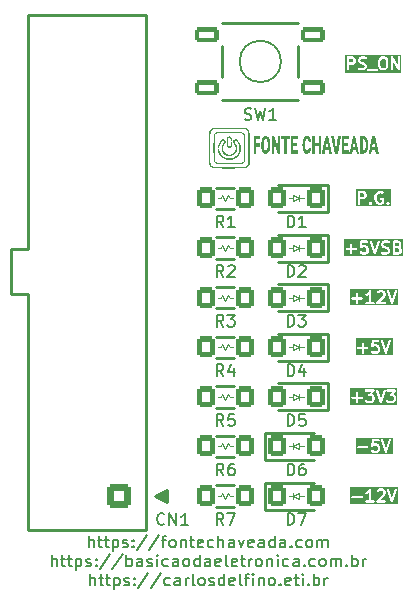
<source format=gto>
G04 #@! TF.GenerationSoftware,KiCad,Pcbnew,8.0.5*
G04 #@! TF.CreationDate,2024-11-12T19:45:38-03:00*
G04 #@! TF.ProjectId,Teste R_pido Fonte Chaveada,54657374-6520-452e-9170-69646f20466f,rev?*
G04 #@! TF.SameCoordinates,Original*
G04 #@! TF.FileFunction,Legend,Top*
G04 #@! TF.FilePolarity,Positive*
%FSLAX46Y46*%
G04 Gerber Fmt 4.6, Leading zero omitted, Abs format (unit mm)*
G04 Created by KiCad (PCBNEW 8.0.5) date 2024-11-12 19:45:38*
%MOMM*%
%LPD*%
G01*
G04 APERTURE LIST*
G04 Aperture macros list*
%AMRoundRect*
0 Rectangle with rounded corners*
0 $1 Rounding radius*
0 $2 $3 $4 $5 $6 $7 $8 $9 X,Y pos of 4 corners*
0 Add a 4 corners polygon primitive as box body*
4,1,4,$2,$3,$4,$5,$6,$7,$8,$9,$2,$3,0*
0 Add four circle primitives for the rounded corners*
1,1,$1+$1,$2,$3*
1,1,$1+$1,$4,$5*
1,1,$1+$1,$6,$7*
1,1,$1+$1,$8,$9*
0 Add four rect primitives between the rounded corners*
20,1,$1+$1,$2,$3,$4,$5,0*
20,1,$1+$1,$4,$5,$6,$7,0*
20,1,$1+$1,$6,$7,$8,$9,0*
20,1,$1+$1,$8,$9,$2,$3,0*%
G04 Aperture macros list end*
%ADD10C,0.000000*%
%ADD11C,0.200000*%
%ADD12C,0.250000*%
%ADD13C,0.100000*%
%ADD14C,0.254000*%
%ADD15C,0.127000*%
%ADD16RoundRect,0.228600X0.533400X0.660400X-0.533400X0.660400X-0.533400X-0.660400X0.533400X-0.660400X0*%
%ADD17RoundRect,0.228600X-0.533400X-0.660400X0.533400X-0.660400X0.533400X0.660400X-0.533400X0.660400X0*%
%ADD18RoundRect,0.315000X0.735000X0.735000X-0.735000X0.735000X-0.735000X-0.735000X0.735000X-0.735000X0*%
%ADD19C,2.100000*%
%ADD20RoundRect,0.190500X0.825500X0.444500X-0.825500X0.444500X-0.825500X-0.444500X0.825500X-0.444500X0*%
G04 APERTURE END LIST*
D10*
G36*
X118952749Y-60609259D02*
G01*
X119015820Y-60610640D01*
X119074271Y-60615055D01*
X119128274Y-60622417D01*
X119178003Y-60632641D01*
X119223627Y-60645639D01*
X119265320Y-60661325D01*
X119303254Y-60679613D01*
X119337599Y-60700415D01*
X119368530Y-60723647D01*
X119396216Y-60749220D01*
X119420831Y-60777049D01*
X119442547Y-60807046D01*
X119461535Y-60839127D01*
X119477967Y-60873203D01*
X119492016Y-60909188D01*
X119503853Y-60946997D01*
X119521581Y-61027737D01*
X119532526Y-61114731D01*
X119538065Y-61207287D01*
X119539573Y-61304713D01*
X119532823Y-61729271D01*
X119532843Y-61734891D01*
X119532888Y-61740510D01*
X119533735Y-61908121D01*
X119532352Y-61947028D01*
X119531267Y-61988290D01*
X119530464Y-62031745D01*
X119529924Y-62077231D01*
X119529742Y-62270173D01*
X119531872Y-62481965D01*
X119538450Y-62924574D01*
X119540590Y-63136627D01*
X119540423Y-63330002D01*
X119536797Y-63495318D01*
X119528555Y-63623193D01*
X119528523Y-63623209D01*
X119528490Y-63623225D01*
X119525810Y-63644887D01*
X119522295Y-63666163D01*
X119517960Y-63687040D01*
X119512819Y-63707503D01*
X119506889Y-63727538D01*
X119500185Y-63747130D01*
X119492722Y-63766266D01*
X119484515Y-63784929D01*
X119475579Y-63803107D01*
X119465931Y-63820785D01*
X119455584Y-63837948D01*
X119444556Y-63854581D01*
X119432860Y-63870672D01*
X119420511Y-63886205D01*
X119407527Y-63901165D01*
X119393921Y-63915539D01*
X119379709Y-63929312D01*
X119364906Y-63942469D01*
X119349528Y-63954997D01*
X119333589Y-63966880D01*
X119317106Y-63978105D01*
X119300093Y-63988657D01*
X119282566Y-63998522D01*
X119264539Y-64007685D01*
X119246029Y-64016131D01*
X119227051Y-64023848D01*
X119207620Y-64030819D01*
X119187751Y-64037031D01*
X119167459Y-64042469D01*
X119146760Y-64047119D01*
X119125669Y-64050966D01*
X119104201Y-64053997D01*
X118958295Y-64059568D01*
X118664675Y-64063034D01*
X117831291Y-64064943D01*
X116558893Y-64057711D01*
X116536477Y-64056312D01*
X116514373Y-64054043D01*
X116492603Y-64050923D01*
X116471186Y-64046967D01*
X116450141Y-64042194D01*
X116429489Y-64036620D01*
X116409249Y-64030262D01*
X116389440Y-64023138D01*
X116370083Y-64015264D01*
X116351198Y-64006658D01*
X116332803Y-63997336D01*
X116314919Y-63987317D01*
X116297565Y-63976616D01*
X116280761Y-63965252D01*
X116264527Y-63953240D01*
X116248882Y-63940599D01*
X116233847Y-63927345D01*
X116219441Y-63913496D01*
X116205683Y-63899068D01*
X116192594Y-63884079D01*
X116180192Y-63868546D01*
X116168499Y-63852485D01*
X116157533Y-63835915D01*
X116147314Y-63818852D01*
X116137862Y-63801312D01*
X116129196Y-63783314D01*
X116121337Y-63764875D01*
X116114304Y-63746011D01*
X116108117Y-63726739D01*
X116102796Y-63707077D01*
X116098359Y-63687042D01*
X116094828Y-63666651D01*
X116088130Y-63525229D01*
X116084493Y-63244183D01*
X116083767Y-62521933D01*
X116201270Y-62521933D01*
X116203901Y-63260992D01*
X116209560Y-63521353D01*
X116219241Y-63657172D01*
X116225284Y-63683726D01*
X116232542Y-63708541D01*
X116240959Y-63731675D01*
X116250480Y-63753186D01*
X116261049Y-63773133D01*
X116272613Y-63791576D01*
X116285115Y-63808573D01*
X116298500Y-63824182D01*
X116312714Y-63838464D01*
X116327701Y-63851475D01*
X116343407Y-63863277D01*
X116359775Y-63873926D01*
X116376751Y-63883482D01*
X116394279Y-63892004D01*
X116412305Y-63899551D01*
X116430774Y-63906181D01*
X116468818Y-63916927D01*
X116507970Y-63924713D01*
X116547790Y-63930009D01*
X116587835Y-63933285D01*
X116627665Y-63935013D01*
X116666840Y-63935663D01*
X116741457Y-63935611D01*
X118009273Y-63941039D01*
X118756902Y-63938282D01*
X119015226Y-63932730D01*
X119141730Y-63923329D01*
X119167543Y-63916163D01*
X119191647Y-63907900D01*
X119214100Y-63898589D01*
X119234961Y-63888280D01*
X119254288Y-63877024D01*
X119272139Y-63864872D01*
X119288573Y-63851873D01*
X119303648Y-63838077D01*
X119317422Y-63823536D01*
X119329953Y-63808299D01*
X119341301Y-63792416D01*
X119351522Y-63775939D01*
X119360677Y-63758916D01*
X119368822Y-63741398D01*
X119376016Y-63723436D01*
X119382319Y-63705080D01*
X119392479Y-63667387D01*
X119399770Y-63628720D01*
X119404658Y-63589483D01*
X119407609Y-63550076D01*
X119409091Y-63510902D01*
X119409570Y-63472363D01*
X119409386Y-63398800D01*
X119415088Y-62081270D01*
X119414892Y-61733246D01*
X119413402Y-61469012D01*
X119410376Y-61249092D01*
X119408185Y-61160980D01*
X119405487Y-61090223D01*
X119402241Y-61038915D01*
X119400401Y-61021208D01*
X119398408Y-61009147D01*
X119391620Y-60982442D01*
X119383768Y-60957505D01*
X119374896Y-60934276D01*
X119365053Y-60912695D01*
X119354283Y-60892701D01*
X119342634Y-60874233D01*
X119330152Y-60857233D01*
X119316883Y-60841638D01*
X119302873Y-60827389D01*
X119288168Y-60814426D01*
X119272816Y-60802688D01*
X119256862Y-60792114D01*
X119240353Y-60782645D01*
X119223335Y-60774219D01*
X119205854Y-60766778D01*
X119187957Y-60760259D01*
X119151100Y-60749751D01*
X119113134Y-60742211D01*
X119074429Y-60737156D01*
X119035357Y-60734105D01*
X118996287Y-60732574D01*
X118957592Y-60732080D01*
X118882804Y-60732271D01*
X117621492Y-60727653D01*
X116872742Y-60729697D01*
X116617657Y-60734107D01*
X116498788Y-60741653D01*
X116453001Y-60754994D01*
X116431990Y-60762426D01*
X116412188Y-60770383D01*
X116393559Y-60778876D01*
X116376068Y-60787920D01*
X116359682Y-60797526D01*
X116344365Y-60807707D01*
X116330083Y-60818476D01*
X116316800Y-60829846D01*
X116304483Y-60841828D01*
X116293095Y-60854437D01*
X116282603Y-60867684D01*
X116272971Y-60881582D01*
X116264165Y-60896144D01*
X116256151Y-60911382D01*
X116248892Y-60927309D01*
X116242355Y-60943938D01*
X116231307Y-60979352D01*
X116222727Y-61017725D01*
X116216338Y-61059158D01*
X116211861Y-61103753D01*
X116209018Y-61151610D01*
X116207531Y-61202831D01*
X116207122Y-61257517D01*
X116201270Y-62521933D01*
X116083767Y-62521933D01*
X116083686Y-62442192D01*
X116088964Y-61131410D01*
X116089999Y-61086694D01*
X116093381Y-61043179D01*
X116099193Y-61000984D01*
X116103036Y-60980421D01*
X116107519Y-60960234D01*
X116112652Y-60940439D01*
X116118444Y-60921050D01*
X116124907Y-60902084D01*
X116132052Y-60883555D01*
X116139888Y-60865478D01*
X116148426Y-60847870D01*
X116157677Y-60830745D01*
X116167651Y-60814118D01*
X116178358Y-60798005D01*
X116189810Y-60782421D01*
X116202016Y-60767381D01*
X116214988Y-60752901D01*
X116228735Y-60738996D01*
X116243269Y-60725681D01*
X116258599Y-60712971D01*
X116274736Y-60700882D01*
X116291691Y-60689429D01*
X116309474Y-60678628D01*
X116328096Y-60668492D01*
X116347568Y-60659039D01*
X116367898Y-60650283D01*
X116389100Y-60642239D01*
X116411181Y-60634922D01*
X116434154Y-60628349D01*
X116485924Y-60621152D01*
X116577447Y-60615379D01*
X116857756Y-60607568D01*
X117653406Y-60603154D01*
X118952749Y-60609259D01*
G37*
G36*
X121910552Y-62242985D02*
G01*
X121910552Y-61330426D01*
X122122371Y-61330426D01*
X122122371Y-62796703D01*
X121911139Y-62796703D01*
X121598688Y-61884144D01*
X121598688Y-62796703D01*
X121386218Y-62796703D01*
X121386218Y-61330426D01*
X121598688Y-61330426D01*
X121910552Y-62242985D01*
G37*
G36*
X127945231Y-61602610D02*
G01*
X127549252Y-61602610D01*
X127549252Y-61911933D01*
X127883432Y-61911933D01*
X127883432Y-62173888D01*
X127549252Y-62173888D01*
X127549252Y-62524454D01*
X127943960Y-62524454D01*
X127943960Y-62796671D01*
X127336587Y-62796671D01*
X127336587Y-61330393D01*
X127945231Y-61330393D01*
X127945231Y-61602610D01*
G37*
G36*
X128810912Y-62796703D02*
G01*
X128582544Y-62796703D01*
X128531104Y-62522401D01*
X128239927Y-62522401D01*
X128189073Y-62796703D01*
X127961976Y-62796703D01*
X128082514Y-62250184D01*
X128290748Y-62250184D01*
X128480251Y-62250184D01*
X128385189Y-61741129D01*
X128290748Y-62250184D01*
X128082514Y-62250184D01*
X128285373Y-61330426D01*
X128485007Y-61330426D01*
X128810912Y-62796703D01*
G37*
G36*
X125574212Y-62796703D02*
G01*
X125362818Y-62796703D01*
X125362818Y-62184182D01*
X125049944Y-62184182D01*
X125049944Y-62796703D01*
X124837278Y-62796703D01*
X124837278Y-61330426D01*
X125049944Y-61330426D01*
X125049944Y-61911965D01*
X125362818Y-61911965D01*
X125362818Y-61330425D01*
X125574212Y-61330425D01*
X125574212Y-62796703D01*
G37*
G36*
X126976020Y-62796703D02*
G01*
X126743482Y-62796703D01*
X126449209Y-61330426D01*
X126684810Y-61330426D01*
X126859849Y-62397988D01*
X127035312Y-61330425D01*
X127272735Y-61330425D01*
X126976020Y-62796703D01*
G37*
G36*
X122931432Y-61602643D02*
G01*
X122666936Y-61602643D01*
X122666936Y-62796703D01*
X122454270Y-62796703D01*
X122454270Y-61602643D01*
X122194497Y-61602643D01*
X122194497Y-61330426D01*
X122931432Y-61330426D01*
X122931432Y-61602643D01*
G37*
G36*
X126500031Y-62796703D02*
G01*
X126271662Y-62796703D01*
X126220190Y-62522401D01*
X125929046Y-62522401D01*
X125878193Y-62796703D01*
X125651095Y-62796703D01*
X125771633Y-62250184D01*
X125979899Y-62250184D01*
X126169369Y-62250184D01*
X126074341Y-61741129D01*
X125979899Y-62250184D01*
X125771633Y-62250184D01*
X125974491Y-61330426D01*
X126174127Y-61330426D01*
X126500031Y-62796703D01*
G37*
G36*
X120441798Y-61602643D02*
G01*
X120064649Y-61602643D01*
X120064649Y-61940862D01*
X120407299Y-61940862D01*
X120407299Y-62213079D01*
X120064649Y-62213079D01*
X120064649Y-62796703D01*
X119851983Y-62796703D01*
X119851983Y-61330426D01*
X120441798Y-61330426D01*
X120441798Y-61602643D01*
G37*
G36*
X120904611Y-61310118D02*
G01*
X120918322Y-61311158D01*
X120931848Y-61312891D01*
X120945189Y-61315317D01*
X120958343Y-61318435D01*
X120971310Y-61322247D01*
X120984090Y-61326751D01*
X120996681Y-61331948D01*
X121009085Y-61337838D01*
X121021299Y-61344420D01*
X121033323Y-61351694D01*
X121045157Y-61359661D01*
X121056800Y-61368319D01*
X121068251Y-61377670D01*
X121079511Y-61387713D01*
X121090578Y-61398447D01*
X121101390Y-61409827D01*
X121111897Y-61421795D01*
X121122101Y-61434350D01*
X121132000Y-61447491D01*
X121141596Y-61461219D01*
X121150889Y-61475532D01*
X121159878Y-61490429D01*
X121168564Y-61505912D01*
X121176947Y-61521978D01*
X121185028Y-61538629D01*
X121192807Y-61555862D01*
X121200284Y-61573678D01*
X121207459Y-61592076D01*
X121214332Y-61611056D01*
X121220904Y-61630617D01*
X121227175Y-61650759D01*
X121238587Y-61692489D01*
X121248490Y-61735705D01*
X121256887Y-61780412D01*
X121263780Y-61826612D01*
X121269172Y-61874309D01*
X121273065Y-61923506D01*
X121275463Y-61974205D01*
X121276367Y-62026410D01*
X121276367Y-62093780D01*
X121276351Y-62093788D01*
X121276334Y-62093796D01*
X121276302Y-62093813D01*
X121275555Y-62146672D01*
X121273315Y-62198009D01*
X121269583Y-62247815D01*
X121264358Y-62296082D01*
X121257641Y-62342802D01*
X121249433Y-62387967D01*
X121239733Y-62431569D01*
X121228543Y-62473600D01*
X121222416Y-62493991D01*
X121215970Y-62513785D01*
X121209206Y-62532983D01*
X121202125Y-62551585D01*
X121194726Y-62569590D01*
X121187012Y-62586999D01*
X121178982Y-62603812D01*
X121170637Y-62620028D01*
X121161977Y-62635648D01*
X121153003Y-62650671D01*
X121143716Y-62665099D01*
X121134115Y-62678930D01*
X121124203Y-62692165D01*
X121113979Y-62704803D01*
X121103443Y-62716845D01*
X121092597Y-62728291D01*
X121081493Y-62739088D01*
X121070196Y-62749185D01*
X121058705Y-62758582D01*
X121047021Y-62767279D01*
X121035146Y-62775278D01*
X121023078Y-62782579D01*
X121010818Y-62789181D01*
X120998367Y-62795087D01*
X120985725Y-62800296D01*
X120972893Y-62804808D01*
X120959871Y-62808625D01*
X120946659Y-62811747D01*
X120933257Y-62814174D01*
X120919667Y-62815907D01*
X120905888Y-62816946D01*
X120891921Y-62817292D01*
X120877950Y-62816954D01*
X120864175Y-62815940D01*
X120850594Y-62814250D01*
X120837209Y-62811886D01*
X120824020Y-62808846D01*
X120811028Y-62805133D01*
X120798233Y-62800746D01*
X120785637Y-62795686D01*
X120773238Y-62789953D01*
X120761039Y-62783548D01*
X120749040Y-62776471D01*
X120737241Y-62768723D01*
X120725642Y-62760304D01*
X120714245Y-62751215D01*
X120703050Y-62741456D01*
X120692058Y-62731027D01*
X120681317Y-62719969D01*
X120670877Y-62708332D01*
X120660737Y-62696116D01*
X120650897Y-62683321D01*
X120641356Y-62669947D01*
X120632115Y-62655993D01*
X120623172Y-62641460D01*
X120614528Y-62626348D01*
X120606182Y-62610656D01*
X120598134Y-62594385D01*
X120590383Y-62577534D01*
X120582929Y-62560103D01*
X120575773Y-62542092D01*
X120568912Y-62523501D01*
X120562348Y-62504330D01*
X120556080Y-62484579D01*
X120544648Y-62443863D01*
X120534663Y-62401639D01*
X120526123Y-62357910D01*
X120519027Y-62312680D01*
X120513374Y-62265952D01*
X120509164Y-62217729D01*
X120506394Y-62168014D01*
X120505063Y-62116812D01*
X120505063Y-62093487D01*
X120721183Y-62093487D01*
X120721852Y-62145814D01*
X120723861Y-62195044D01*
X120727213Y-62241172D01*
X120731909Y-62284195D01*
X120737952Y-62324109D01*
X120745344Y-62360910D01*
X120749547Y-62378142D01*
X120754088Y-62394594D01*
X120758967Y-62410266D01*
X120764185Y-62425158D01*
X120769700Y-62439204D01*
X120775543Y-62452340D01*
X120781715Y-62464567D01*
X120788216Y-62475886D01*
X120795046Y-62486296D01*
X120802205Y-62495799D01*
X120809693Y-62504394D01*
X120817510Y-62512083D01*
X120825657Y-62518865D01*
X120829854Y-62521916D01*
X120834133Y-62524741D01*
X120838495Y-62527340D01*
X120842939Y-62529712D01*
X120847466Y-62531858D01*
X120852075Y-62533778D01*
X120856767Y-62535472D01*
X120861541Y-62536940D01*
X120866398Y-62538182D01*
X120871337Y-62539198D01*
X120876359Y-62539988D01*
X120881464Y-62540552D01*
X120891921Y-62541003D01*
X120896921Y-62540891D01*
X120901848Y-62540556D01*
X120906702Y-62539998D01*
X120911484Y-62539216D01*
X120916193Y-62538210D01*
X120920830Y-62536982D01*
X120925394Y-62535530D01*
X120929885Y-62533855D01*
X120934303Y-62531958D01*
X120938649Y-62529837D01*
X120942922Y-62527493D01*
X120947123Y-62524927D01*
X120951251Y-62522137D01*
X120955307Y-62519125D01*
X120959290Y-62515890D01*
X120963200Y-62512433D01*
X120967038Y-62508753D01*
X120970804Y-62504850D01*
X120974497Y-62500725D01*
X120978117Y-62496378D01*
X120981665Y-62491808D01*
X120985140Y-62487016D01*
X120991874Y-62476765D01*
X120998318Y-62465627D01*
X121004472Y-62453600D01*
X121010336Y-62440685D01*
X121015911Y-62426884D01*
X121021202Y-62412253D01*
X121026155Y-62396848D01*
X121030769Y-62380669D01*
X121035046Y-62363713D01*
X121038984Y-62345980D01*
X121042585Y-62327469D01*
X121045850Y-62308179D01*
X121048777Y-62288108D01*
X121051369Y-62267256D01*
X121053624Y-62245622D01*
X121055543Y-62223203D01*
X121057128Y-62200000D01*
X121059292Y-62151235D01*
X121060118Y-62099318D01*
X121060118Y-62031981D01*
X121060118Y-62031948D01*
X121059439Y-61978827D01*
X121057400Y-61929020D01*
X121053995Y-61882523D01*
X121049221Y-61839334D01*
X121043072Y-61799449D01*
X121035544Y-61762867D01*
X121031262Y-61745812D01*
X121026633Y-61729582D01*
X121021657Y-61714176D01*
X121016334Y-61699593D01*
X121010680Y-61685853D01*
X121004736Y-61673001D01*
X120998502Y-61661035D01*
X120991977Y-61649956D01*
X120985160Y-61639764D01*
X120978050Y-61630459D01*
X120970646Y-61622041D01*
X120962948Y-61614509D01*
X120954954Y-61607863D01*
X120946663Y-61602104D01*
X120942407Y-61599557D01*
X120938076Y-61597232D01*
X120933671Y-61595128D01*
X120929190Y-61593245D01*
X120924636Y-61591584D01*
X120920006Y-61590144D01*
X120915301Y-61588926D01*
X120910522Y-61587930D01*
X120905667Y-61587155D01*
X120900737Y-61586601D01*
X120890650Y-61586158D01*
X120880802Y-61586548D01*
X120871249Y-61587717D01*
X120861991Y-61589666D01*
X120853028Y-61592394D01*
X120844360Y-61595902D01*
X120835988Y-61600190D01*
X120827910Y-61605257D01*
X120820128Y-61611104D01*
X120812641Y-61617731D01*
X120805449Y-61625138D01*
X120798551Y-61633325D01*
X120791949Y-61642292D01*
X120785642Y-61652040D01*
X120779629Y-61662567D01*
X120773912Y-61673875D01*
X120768489Y-61685963D01*
X120763361Y-61698832D01*
X120758528Y-61712481D01*
X120753990Y-61726911D01*
X120749746Y-61742121D01*
X120745798Y-61758112D01*
X120742143Y-61774884D01*
X120738784Y-61792437D01*
X120735719Y-61810770D01*
X120732948Y-61829885D01*
X120730473Y-61849780D01*
X120728291Y-61870457D01*
X120726405Y-61891914D01*
X120724812Y-61914153D01*
X120723514Y-61937173D01*
X120721802Y-61985558D01*
X120721183Y-62093487D01*
X120505063Y-62093487D01*
X120505063Y-62034326D01*
X120505802Y-61981239D01*
X120508019Y-61929729D01*
X120511719Y-61879796D01*
X120516905Y-61831442D01*
X120523582Y-61784666D01*
X120531753Y-61739471D01*
X120541423Y-61695856D01*
X120552594Y-61653822D01*
X120558687Y-61633551D01*
X120565105Y-61613862D01*
X120571846Y-61594754D01*
X120578911Y-61576228D01*
X120586299Y-61558284D01*
X120594010Y-61540923D01*
X120602043Y-61524146D01*
X120610399Y-61507952D01*
X120619076Y-61492343D01*
X120628075Y-61477319D01*
X120637395Y-61462881D01*
X120647035Y-61449028D01*
X120656997Y-61435762D01*
X120667278Y-61423084D01*
X120677880Y-61410993D01*
X120688800Y-61399490D01*
X120699978Y-61388625D01*
X120711349Y-61378462D01*
X120722913Y-61368999D01*
X120734670Y-61360238D01*
X120746621Y-61352177D01*
X120758763Y-61344818D01*
X120771098Y-61338159D01*
X120783625Y-61332201D01*
X120796344Y-61326944D01*
X120809253Y-61322388D01*
X120822354Y-61318533D01*
X120835646Y-61315379D01*
X120849128Y-61312925D01*
X120862801Y-61311173D01*
X120876663Y-61310122D01*
X120890715Y-61309771D01*
X120904611Y-61310118D01*
G37*
G36*
X129173423Y-61330768D02*
G01*
X129187758Y-61331796D01*
X129201908Y-61333510D01*
X129215875Y-61335910D01*
X129229657Y-61338997D01*
X129243256Y-61342771D01*
X129256670Y-61347233D01*
X129269899Y-61352383D01*
X129282944Y-61358221D01*
X129295805Y-61364749D01*
X129308481Y-61371967D01*
X129320973Y-61379875D01*
X129333280Y-61388473D01*
X129345403Y-61397763D01*
X129357341Y-61407744D01*
X129369094Y-61418417D01*
X129380600Y-61429719D01*
X129391787Y-61441585D01*
X129402653Y-61454016D01*
X129413198Y-61467014D01*
X129423421Y-61480577D01*
X129433323Y-61494707D01*
X129442904Y-61509404D01*
X129452162Y-61524668D01*
X129461097Y-61540501D01*
X129469710Y-61556902D01*
X129477999Y-61573873D01*
X129485964Y-61591413D01*
X129493606Y-61609522D01*
X129500923Y-61628203D01*
X129507916Y-61647454D01*
X129514584Y-61667276D01*
X129520931Y-61687528D01*
X129526877Y-61708080D01*
X129532420Y-61728932D01*
X129537560Y-61750084D01*
X129542298Y-61771537D01*
X129546632Y-61793291D01*
X129554089Y-61837705D01*
X129559929Y-61883328D01*
X129564148Y-61930164D01*
X129566746Y-61978215D01*
X129567718Y-62027485D01*
X129567718Y-62094823D01*
X129566913Y-62144462D01*
X129564502Y-62192832D01*
X129560487Y-62239920D01*
X129554870Y-62285714D01*
X129547654Y-62330203D01*
X129538842Y-62373373D01*
X129528436Y-62415215D01*
X129516440Y-62455715D01*
X129509888Y-62475422D01*
X129503009Y-62494581D01*
X129495805Y-62513194D01*
X129488274Y-62531261D01*
X129480417Y-62548782D01*
X129472233Y-62565758D01*
X129463722Y-62582188D01*
X129454885Y-62598075D01*
X129445721Y-62613417D01*
X129436231Y-62628216D01*
X129426413Y-62642471D01*
X129416268Y-62656184D01*
X129405796Y-62669355D01*
X129394997Y-62681984D01*
X129383870Y-62694071D01*
X129372416Y-62705617D01*
X129360710Y-62716543D01*
X129348838Y-62726769D01*
X129336800Y-62736296D01*
X129324597Y-62745124D01*
X129312228Y-62753253D01*
X129299693Y-62760685D01*
X129286991Y-62767419D01*
X129274122Y-62773456D01*
X129261085Y-62778796D01*
X129247882Y-62783439D01*
X129234510Y-62787387D01*
X129220971Y-62790640D01*
X129207263Y-62793197D01*
X129193386Y-62795060D01*
X129179341Y-62796229D01*
X129165126Y-62796704D01*
X128874959Y-62796704D01*
X128874959Y-62524486D01*
X128874959Y-61602675D01*
X129087592Y-61602675D01*
X129087624Y-61602675D01*
X129087624Y-62524486D01*
X129161379Y-62524486D01*
X129172649Y-62524063D01*
X129178159Y-62523535D01*
X129183587Y-62522794D01*
X129188933Y-62521843D01*
X129194195Y-62520680D01*
X129199375Y-62519305D01*
X129204472Y-62517719D01*
X129209486Y-62515921D01*
X129214417Y-62513912D01*
X129219266Y-62511692D01*
X129224032Y-62509260D01*
X129228714Y-62506617D01*
X129233314Y-62503762D01*
X129237831Y-62500696D01*
X129242265Y-62497419D01*
X129250885Y-62490229D01*
X129259172Y-62482195D01*
X129267128Y-62473314D01*
X129274751Y-62463588D01*
X129282041Y-62453017D01*
X129289000Y-62441601D01*
X129295625Y-62429339D01*
X129301918Y-62416232D01*
X129307848Y-62402285D01*
X129313394Y-62387516D01*
X129318558Y-62371925D01*
X129323340Y-62355510D01*
X129327739Y-62338273D01*
X129331756Y-62320211D01*
X129335390Y-62301325D01*
X129338641Y-62281614D01*
X129341510Y-62261077D01*
X129343996Y-62239715D01*
X129346100Y-62217526D01*
X129347822Y-62194511D01*
X129349160Y-62170668D01*
X129350117Y-62145997D01*
X129350691Y-62120499D01*
X129350882Y-62094171D01*
X129350882Y-62030906D01*
X129350117Y-61979335D01*
X129347822Y-61931074D01*
X129343996Y-61886114D01*
X129338641Y-61844449D01*
X129335390Y-61824849D01*
X129331756Y-61806069D01*
X129327739Y-61788109D01*
X129323340Y-61770968D01*
X129318558Y-61754645D01*
X129313394Y-61739138D01*
X129307848Y-61724448D01*
X129301918Y-61710572D01*
X129295615Y-61697522D01*
X129288960Y-61685312D01*
X129281952Y-61673940D01*
X129274592Y-61663408D01*
X129266880Y-61653716D01*
X129258816Y-61644865D01*
X129250401Y-61636855D01*
X129246061Y-61633165D01*
X129241634Y-61629686D01*
X129237119Y-61626417D01*
X129232516Y-61623359D01*
X129227825Y-61620511D01*
X129223047Y-61617874D01*
X129218181Y-61615447D01*
X129213227Y-61613232D01*
X129208186Y-61611227D01*
X129203057Y-61609433D01*
X129197840Y-61607849D01*
X129192536Y-61606477D01*
X129187144Y-61605315D01*
X129181664Y-61604365D01*
X129176097Y-61603626D01*
X129170443Y-61603098D01*
X129158872Y-61602675D01*
X129087624Y-61602675D01*
X129087624Y-61602643D01*
X129087616Y-61602651D01*
X129087609Y-61602659D01*
X129087605Y-61602663D01*
X129087601Y-61602667D01*
X129087596Y-61602671D01*
X129087592Y-61602675D01*
X128874959Y-61602675D01*
X128874959Y-61330426D01*
X129158904Y-61330426D01*
X129173423Y-61330768D01*
G37*
G36*
X124389453Y-61310319D02*
G01*
X124408784Y-61311964D01*
X124427620Y-61314704D01*
X124445963Y-61318542D01*
X124463812Y-61323477D01*
X124481167Y-61329511D01*
X124498027Y-61336643D01*
X124514394Y-61344874D01*
X124530267Y-61354204D01*
X124545645Y-61364635D01*
X124560530Y-61376166D01*
X124574921Y-61388797D01*
X124588817Y-61402530D01*
X124602220Y-61417366D01*
X124615129Y-61433303D01*
X124627543Y-61450343D01*
X124639416Y-61468293D01*
X124650626Y-61487080D01*
X124661174Y-61506703D01*
X124671060Y-61527161D01*
X124680285Y-61548453D01*
X124688850Y-61570577D01*
X124696756Y-61593533D01*
X124704003Y-61617319D01*
X124710591Y-61641934D01*
X124716522Y-61667378D01*
X124721797Y-61693648D01*
X124726415Y-61720744D01*
X124730378Y-61748665D01*
X124733685Y-61777409D01*
X124736339Y-61806976D01*
X124738339Y-61837363D01*
X124526488Y-61837363D01*
X124525315Y-61805029D01*
X124524314Y-61789744D01*
X124523038Y-61775047D01*
X124521484Y-61760937D01*
X124519654Y-61747416D01*
X124517546Y-61734482D01*
X124515159Y-61722137D01*
X124512494Y-61710379D01*
X124509549Y-61699209D01*
X124506325Y-61688628D01*
X124502821Y-61678634D01*
X124499037Y-61669228D01*
X124494971Y-61660410D01*
X124490624Y-61652180D01*
X124485994Y-61644537D01*
X124483573Y-61640950D01*
X124481072Y-61637476D01*
X124478493Y-61634115D01*
X124475835Y-61630868D01*
X124473099Y-61627733D01*
X124470284Y-61624712D01*
X124467390Y-61621804D01*
X124464418Y-61619009D01*
X124461367Y-61616328D01*
X124458238Y-61613761D01*
X124455031Y-61611307D01*
X124451745Y-61608966D01*
X124448381Y-61606739D01*
X124444939Y-61604626D01*
X124441419Y-61602627D01*
X124437821Y-61600741D01*
X124434144Y-61598969D01*
X124430390Y-61597312D01*
X124426557Y-61595768D01*
X124422647Y-61594338D01*
X124418658Y-61593022D01*
X124414592Y-61591821D01*
X124410448Y-61590733D01*
X124406227Y-61589760D01*
X124397550Y-61588156D01*
X124388564Y-61587011D01*
X124379267Y-61586323D01*
X124369661Y-61586093D01*
X124364742Y-61586190D01*
X124359907Y-61586480D01*
X124355156Y-61586963D01*
X124350488Y-61587640D01*
X124345903Y-61588509D01*
X124341401Y-61589572D01*
X124336983Y-61590827D01*
X124332648Y-61592276D01*
X124328396Y-61593917D01*
X124324227Y-61595751D01*
X124320141Y-61597777D01*
X124316139Y-61599997D01*
X124312219Y-61602409D01*
X124308383Y-61605013D01*
X124304629Y-61607810D01*
X124300959Y-61610799D01*
X124297371Y-61613981D01*
X124293866Y-61617355D01*
X124290445Y-61620921D01*
X124287106Y-61624679D01*
X124283849Y-61628629D01*
X124280676Y-61632771D01*
X124274578Y-61641631D01*
X124268810Y-61651259D01*
X124263373Y-61661652D01*
X124258266Y-61672812D01*
X124253490Y-61684738D01*
X124249019Y-61697573D01*
X124244820Y-61711326D01*
X124240891Y-61725999D01*
X124237233Y-61741592D01*
X124233847Y-61758105D01*
X124230733Y-61775539D01*
X124227891Y-61793894D01*
X124225322Y-61813170D01*
X124223026Y-61833369D01*
X124221003Y-61854490D01*
X124217779Y-61899500D01*
X124215652Y-61948205D01*
X124214625Y-62000609D01*
X124214625Y-62104400D01*
X124215178Y-62160972D01*
X124216839Y-62213380D01*
X124219609Y-62261621D01*
X124223490Y-62305692D01*
X124228485Y-62345590D01*
X124234594Y-62381311D01*
X124241821Y-62412852D01*
X124245854Y-62427054D01*
X124250167Y-62440209D01*
X124254789Y-62452383D01*
X124259813Y-62463775D01*
X124265237Y-62474386D01*
X124271060Y-62484213D01*
X124277284Y-62493258D01*
X124283908Y-62501518D01*
X124287369Y-62505355D01*
X124290931Y-62508995D01*
X124294592Y-62512439D01*
X124298353Y-62515687D01*
X124302213Y-62518738D01*
X124306174Y-62521593D01*
X124310234Y-62524252D01*
X124314393Y-62526714D01*
X124318653Y-62528979D01*
X124323012Y-62531048D01*
X124327470Y-62532920D01*
X124332028Y-62534595D01*
X124336685Y-62536074D01*
X124341442Y-62537355D01*
X124346299Y-62538440D01*
X124351255Y-62539327D01*
X124356310Y-62540018D01*
X124361464Y-62540511D01*
X124372071Y-62540906D01*
X124381082Y-62540680D01*
X124389827Y-62540004D01*
X124398306Y-62538877D01*
X124406518Y-62537301D01*
X124414462Y-62535276D01*
X124422139Y-62532802D01*
X124429548Y-62529880D01*
X124436689Y-62526510D01*
X124443560Y-62522694D01*
X124450163Y-62518431D01*
X124456496Y-62513721D01*
X124462559Y-62508567D01*
X124468352Y-62502967D01*
X124473874Y-62496923D01*
X124479125Y-62490435D01*
X124484105Y-62483504D01*
X124488806Y-62476022D01*
X124493222Y-62468016D01*
X124497353Y-62459485D01*
X124501199Y-62450429D01*
X124504760Y-62440847D01*
X124508038Y-62430739D01*
X124511032Y-62420104D01*
X124513742Y-62408942D01*
X124516169Y-62397253D01*
X124518313Y-62385036D01*
X124520174Y-62372290D01*
X124521753Y-62359014D01*
X124523050Y-62345210D01*
X124524065Y-62330875D01*
X124524798Y-62316010D01*
X124525250Y-62300614D01*
X124736644Y-62300614D01*
X124736613Y-62300712D01*
X124734897Y-62338434D01*
X124731895Y-62375031D01*
X124727607Y-62410507D01*
X124722031Y-62444867D01*
X124715164Y-62478115D01*
X124707005Y-62510256D01*
X124702440Y-62525913D01*
X124697552Y-62541294D01*
X124692339Y-62556402D01*
X124686802Y-62571235D01*
X124681001Y-62585659D01*
X124674909Y-62599672D01*
X124668527Y-62613274D01*
X124661857Y-62626465D01*
X124654898Y-62639246D01*
X124647652Y-62651615D01*
X124640119Y-62663573D01*
X124632300Y-62675120D01*
X124624195Y-62686256D01*
X124615806Y-62696981D01*
X124607132Y-62707294D01*
X124598174Y-62717197D01*
X124588934Y-62726687D01*
X124579411Y-62735767D01*
X124569607Y-62744435D01*
X124559522Y-62752691D01*
X124549159Y-62760504D01*
X124538617Y-62767815D01*
X124527897Y-62774624D01*
X124516997Y-62780932D01*
X124505918Y-62786737D01*
X124494658Y-62792039D01*
X124483217Y-62796838D01*
X124471595Y-62801134D01*
X124459792Y-62804926D01*
X124447806Y-62808213D01*
X124435638Y-62810996D01*
X124423286Y-62813273D01*
X124410751Y-62815045D01*
X124398032Y-62816312D01*
X124385128Y-62817072D01*
X124372039Y-62817325D01*
X124350595Y-62816588D01*
X124329732Y-62814378D01*
X124309449Y-62810696D01*
X124289746Y-62805541D01*
X124270622Y-62798914D01*
X124252077Y-62790815D01*
X124234112Y-62781246D01*
X124216725Y-62770206D01*
X124199918Y-62757696D01*
X124183689Y-62743716D01*
X124168038Y-62728266D01*
X124152965Y-62711348D01*
X124138471Y-62692961D01*
X124124554Y-62673107D01*
X124111215Y-62651784D01*
X124098453Y-62628995D01*
X124086330Y-62604864D01*
X124074991Y-62579517D01*
X124064436Y-62552955D01*
X124054666Y-62525178D01*
X124045679Y-62496186D01*
X124037475Y-62465981D01*
X124030054Y-62434562D01*
X124023415Y-62401930D01*
X124017559Y-62368086D01*
X124012485Y-62333029D01*
X124008192Y-62296762D01*
X124004681Y-62259283D01*
X124001950Y-62220593D01*
X124000000Y-62180693D01*
X123998830Y-62139584D01*
X123998441Y-62097266D01*
X123998441Y-62024716D01*
X123999146Y-61971680D01*
X124001264Y-61920324D01*
X124004795Y-61870652D01*
X124009741Y-61822667D01*
X124016102Y-61776372D01*
X124023880Y-61731771D01*
X124033076Y-61688867D01*
X124043690Y-61647665D01*
X124049467Y-61627718D01*
X124055558Y-61608351D01*
X124061962Y-61589563D01*
X124068679Y-61571354D01*
X124075709Y-61553723D01*
X124083050Y-61536669D01*
X124090702Y-61520192D01*
X124098665Y-61504291D01*
X124106938Y-61488966D01*
X124115520Y-61474217D01*
X124124411Y-61460041D01*
X124133610Y-61446440D01*
X124143117Y-61433412D01*
X124152932Y-61420957D01*
X124163052Y-61409074D01*
X124173479Y-61397763D01*
X124184165Y-61387090D01*
X124195064Y-61377109D01*
X124206174Y-61367819D01*
X124217495Y-61359221D01*
X124229028Y-61351313D01*
X124240770Y-61344096D01*
X124252722Y-61337568D01*
X124264883Y-61331729D01*
X124277253Y-61326579D01*
X124289830Y-61322117D01*
X124302615Y-61318343D01*
X124315606Y-61315256D01*
X124328804Y-61312856D01*
X124342207Y-61311142D01*
X124355815Y-61310114D01*
X124369628Y-61309772D01*
X124389453Y-61310319D01*
G37*
G36*
X118702098Y-60989959D02*
G01*
X118751304Y-60991032D01*
X118796906Y-60994470D01*
X118839039Y-61000205D01*
X118877836Y-61008170D01*
X118913432Y-61018298D01*
X118945960Y-61030520D01*
X118975556Y-61044770D01*
X119002352Y-61060980D01*
X119026484Y-61079083D01*
X119048085Y-61099010D01*
X119067290Y-61120696D01*
X119084233Y-61144072D01*
X119099048Y-61169071D01*
X119111869Y-61195625D01*
X119122831Y-61223668D01*
X119132067Y-61253131D01*
X119145899Y-61316050D01*
X119154439Y-61383843D01*
X119158761Y-61455970D01*
X119159938Y-61531892D01*
X119154663Y-61862741D01*
X119154696Y-61871504D01*
X119155348Y-62002140D01*
X119154289Y-62032446D01*
X119153450Y-62064595D01*
X119152819Y-62098460D01*
X119152383Y-62133916D01*
X119152250Y-62284262D01*
X119153915Y-62449298D01*
X119159041Y-62794199D01*
X119160705Y-62959441D01*
X119160570Y-63110129D01*
X119157737Y-63238951D01*
X119151308Y-63338597D01*
X119151340Y-63338597D01*
X119149251Y-63355477D01*
X119146510Y-63372057D01*
X119143129Y-63388326D01*
X119139120Y-63404272D01*
X119134494Y-63419885D01*
X119129265Y-63435152D01*
X119123443Y-63450063D01*
X119117040Y-63464607D01*
X119110070Y-63478772D01*
X119102542Y-63492548D01*
X119094470Y-63505922D01*
X119085866Y-63518884D01*
X119076741Y-63531423D01*
X119067107Y-63543527D01*
X119056976Y-63555185D01*
X119046360Y-63566386D01*
X119035271Y-63577119D01*
X119023721Y-63587373D01*
X119011722Y-63597135D01*
X118999285Y-63606396D01*
X118986424Y-63615144D01*
X118973149Y-63623368D01*
X118959472Y-63631056D01*
X118945406Y-63638198D01*
X118930963Y-63644782D01*
X118916154Y-63650796D01*
X118900991Y-63656231D01*
X118885486Y-63661074D01*
X118869652Y-63665314D01*
X118853499Y-63668941D01*
X118837041Y-63671942D01*
X118820289Y-63674307D01*
X118706450Y-63678645D01*
X118477361Y-63681343D01*
X117827133Y-63682830D01*
X116834368Y-63677206D01*
X116816875Y-63676115D01*
X116799627Y-63674346D01*
X116782640Y-63671914D01*
X116765928Y-63668831D01*
X116749508Y-63665110D01*
X116733393Y-63660766D01*
X116717601Y-63655811D01*
X116702146Y-63650258D01*
X116687043Y-63644122D01*
X116672308Y-63637415D01*
X116657956Y-63630151D01*
X116644003Y-63622343D01*
X116630464Y-63614004D01*
X116617355Y-63605148D01*
X116604689Y-63595787D01*
X116592484Y-63585937D01*
X116580755Y-63575609D01*
X116569516Y-63564817D01*
X116558783Y-63553574D01*
X116548572Y-63541894D01*
X116538897Y-63529790D01*
X116529775Y-63517275D01*
X116521220Y-63504364D01*
X116513248Y-63491068D01*
X116505875Y-63477401D01*
X116499115Y-63463377D01*
X116492984Y-63449009D01*
X116487498Y-63434311D01*
X116482671Y-63419295D01*
X116478519Y-63403975D01*
X116475058Y-63388365D01*
X116472302Y-63372477D01*
X116467066Y-63262268D01*
X116464222Y-63043257D01*
X116463654Y-62480442D01*
X116555334Y-62480442D01*
X116557378Y-63056356D01*
X116561782Y-63259244D01*
X116569318Y-63365082D01*
X116574033Y-63385777D01*
X116579695Y-63405115D01*
X116586262Y-63423144D01*
X116593690Y-63439907D01*
X116601937Y-63455452D01*
X116610959Y-63469825D01*
X116620714Y-63483070D01*
X116631158Y-63495234D01*
X116642248Y-63506363D01*
X116653942Y-63516503D01*
X116666195Y-63525699D01*
X116678967Y-63533997D01*
X116692212Y-63541443D01*
X116705888Y-63548084D01*
X116719953Y-63553964D01*
X116734363Y-63559130D01*
X116764047Y-63567502D01*
X116794595Y-63573567D01*
X116825663Y-63577692D01*
X116856907Y-63580243D01*
X116887984Y-63581587D01*
X116918548Y-63582092D01*
X116976764Y-63582048D01*
X116976796Y-63582048D01*
X117965957Y-63586275D01*
X118549280Y-63584119D01*
X118750836Y-63579793D01*
X118849543Y-63572470D01*
X118869681Y-63566892D01*
X118888486Y-63560458D01*
X118906004Y-63553206D01*
X118922279Y-63545177D01*
X118937357Y-63536409D01*
X118951284Y-63526942D01*
X118964105Y-63516814D01*
X118975866Y-63506066D01*
X118986612Y-63494735D01*
X118996389Y-63482863D01*
X119005243Y-63470487D01*
X119013218Y-63457646D01*
X119020360Y-63444381D01*
X119026715Y-63430730D01*
X119032329Y-63416733D01*
X119037246Y-63402428D01*
X119045174Y-63373054D01*
X119050863Y-63342920D01*
X119054677Y-63312342D01*
X119056980Y-63281632D01*
X119058136Y-63251105D01*
X119058510Y-63221074D01*
X119058364Y-63163753D01*
X119062827Y-62137076D01*
X119062632Y-61865868D01*
X119061479Y-61659945D01*
X119059122Y-61488565D01*
X119057414Y-61419903D01*
X119055311Y-61364767D01*
X119052783Y-61324788D01*
X119051349Y-61310991D01*
X119049797Y-61301595D01*
X119044501Y-61280783D01*
X119038374Y-61261349D01*
X119031452Y-61243247D01*
X119023772Y-61226428D01*
X119015369Y-61210847D01*
X119006279Y-61196455D01*
X118996540Y-61183207D01*
X118986186Y-61171054D01*
X118975254Y-61159950D01*
X118963781Y-61149847D01*
X118951802Y-61140700D01*
X118939354Y-61132460D01*
X118926472Y-61125081D01*
X118913194Y-61118515D01*
X118899554Y-61112716D01*
X118885590Y-61107637D01*
X118856831Y-61099448D01*
X118827208Y-61093573D01*
X118797008Y-61089635D01*
X118766522Y-61087258D01*
X118736039Y-61086066D01*
X118705848Y-61085682D01*
X118647498Y-61085834D01*
X117663407Y-61082230D01*
X117079215Y-61083832D01*
X116880194Y-61087276D01*
X116787456Y-61093164D01*
X116751732Y-61103562D01*
X116735338Y-61109354D01*
X116719887Y-61115554D01*
X116705352Y-61122173D01*
X116691706Y-61129220D01*
X116678920Y-61136705D01*
X116666970Y-61144638D01*
X116655826Y-61153030D01*
X116645462Y-61161889D01*
X116635852Y-61171226D01*
X116626966Y-61181050D01*
X116618780Y-61191372D01*
X116611265Y-61202201D01*
X116604394Y-61213547D01*
X116598141Y-61225420D01*
X116592477Y-61237831D01*
X116587376Y-61250788D01*
X116578755Y-61278382D01*
X116572060Y-61308282D01*
X116567073Y-61340567D01*
X116563578Y-61375316D01*
X116561357Y-61412608D01*
X116560194Y-61452522D01*
X116559870Y-61495137D01*
X116555334Y-62480442D01*
X116463654Y-62480442D01*
X116463592Y-62418296D01*
X116467709Y-61396851D01*
X116468516Y-61362005D01*
X116471154Y-61328095D01*
X116475688Y-61295215D01*
X116478686Y-61279191D01*
X116482183Y-61263460D01*
X116486187Y-61248034D01*
X116490706Y-61232926D01*
X116495748Y-61218147D01*
X116501321Y-61203708D01*
X116507434Y-61189622D01*
X116514095Y-61175901D01*
X116521312Y-61162556D01*
X116529093Y-61149600D01*
X116537446Y-61137045D01*
X116546381Y-61124901D01*
X116555904Y-61113182D01*
X116566024Y-61101899D01*
X116576749Y-61091064D01*
X116588088Y-61080688D01*
X116600049Y-61070785D01*
X116612640Y-61061365D01*
X116625868Y-61052441D01*
X116639743Y-61044024D01*
X116654273Y-61036126D01*
X116669465Y-61028760D01*
X116685329Y-61021937D01*
X116701871Y-61015669D01*
X116719101Y-61009968D01*
X116737026Y-61004846D01*
X116777416Y-60999236D01*
X116848823Y-60994736D01*
X117067525Y-60988648D01*
X117688312Y-60985210D01*
X118702098Y-60989959D01*
G37*
G36*
X117322676Y-61594380D02*
G01*
X117345737Y-61599646D01*
X117367557Y-61607632D01*
X117388029Y-61618133D01*
X117407048Y-61630946D01*
X117424506Y-61645867D01*
X117440297Y-61662691D01*
X117454315Y-61681214D01*
X117466453Y-61701232D01*
X117476605Y-61722542D01*
X117484664Y-61744938D01*
X117490524Y-61768217D01*
X117494078Y-61792176D01*
X117495220Y-61816608D01*
X117493844Y-61841312D01*
X117489842Y-61866082D01*
X117483109Y-61890714D01*
X117473538Y-61915004D01*
X117461022Y-61938749D01*
X117445455Y-61961744D01*
X117439986Y-61968724D01*
X117434838Y-61974879D01*
X117429969Y-61980331D01*
X117425336Y-61985202D01*
X117420898Y-61989613D01*
X117416613Y-61993688D01*
X117408329Y-62001317D01*
X117404247Y-62005115D01*
X117400148Y-62009065D01*
X117395990Y-62013289D01*
X117391732Y-62017909D01*
X117387329Y-62023048D01*
X117382742Y-62028827D01*
X117377926Y-62035369D01*
X117372840Y-62042796D01*
X117347879Y-62083766D01*
X117326776Y-62125296D01*
X117309429Y-62167231D01*
X117295737Y-62209414D01*
X117285597Y-62251691D01*
X117278906Y-62293906D01*
X117275561Y-62335904D01*
X117275462Y-62377530D01*
X117278505Y-62418627D01*
X117284588Y-62459041D01*
X117293609Y-62498616D01*
X117305464Y-62537198D01*
X117320053Y-62574629D01*
X117337272Y-62610756D01*
X117357020Y-62645422D01*
X117379193Y-62678472D01*
X117403689Y-62709751D01*
X117430407Y-62739104D01*
X117459243Y-62766374D01*
X117490096Y-62791407D01*
X117522863Y-62814047D01*
X117557441Y-62834139D01*
X117593729Y-62851528D01*
X117631623Y-62866057D01*
X117671022Y-62877572D01*
X117711823Y-62885917D01*
X117753924Y-62890937D01*
X117797223Y-62892476D01*
X117841617Y-62890379D01*
X117887003Y-62884491D01*
X117933280Y-62874656D01*
X117980344Y-62860718D01*
X118006557Y-62851024D01*
X118032197Y-62839891D01*
X118057208Y-62827367D01*
X118081538Y-62813502D01*
X118105134Y-62798346D01*
X118127941Y-62781947D01*
X118149907Y-62764355D01*
X118170977Y-62745620D01*
X118191098Y-62725791D01*
X118210216Y-62704916D01*
X118228279Y-62683046D01*
X118245232Y-62660229D01*
X118261022Y-62636515D01*
X118275595Y-62611954D01*
X118288898Y-62586594D01*
X118300878Y-62560485D01*
X118311480Y-62533676D01*
X118320651Y-62506217D01*
X118328337Y-62478156D01*
X118334486Y-62449544D01*
X118339043Y-62420429D01*
X118341955Y-62390861D01*
X118343169Y-62360890D01*
X118342630Y-62330563D01*
X118340286Y-62299932D01*
X118336082Y-62269044D01*
X118329966Y-62237950D01*
X118321883Y-62206699D01*
X118311780Y-62175340D01*
X118299604Y-62143922D01*
X118285301Y-62112495D01*
X118268817Y-62081108D01*
X118256611Y-62061577D01*
X118242040Y-62041466D01*
X118208508Y-61999342D01*
X118190898Y-61977250D01*
X118173625Y-61954420D01*
X118157366Y-61930810D01*
X118142796Y-61906383D01*
X118136355Y-61893850D01*
X118130590Y-61881097D01*
X118125584Y-61868120D01*
X118121423Y-61854914D01*
X118118191Y-61841474D01*
X118115972Y-61827794D01*
X118114851Y-61813871D01*
X118114912Y-61799698D01*
X118116239Y-61785271D01*
X118118918Y-61770586D01*
X118123032Y-61755636D01*
X118128666Y-61740418D01*
X118135904Y-61724925D01*
X118144830Y-61709154D01*
X118155530Y-61693100D01*
X118168088Y-61676756D01*
X118176984Y-61666345D01*
X118186318Y-61656363D01*
X118196136Y-61646873D01*
X118206483Y-61637941D01*
X118217405Y-61629631D01*
X118228949Y-61622008D01*
X118241158Y-61615135D01*
X118254080Y-61609077D01*
X118267760Y-61603899D01*
X118282243Y-61599664D01*
X118297575Y-61596439D01*
X118313802Y-61594286D01*
X118330970Y-61593270D01*
X118349124Y-61593456D01*
X118368309Y-61594908D01*
X118388572Y-61597691D01*
X118396990Y-61599273D01*
X118405123Y-61601157D01*
X118412979Y-61603329D01*
X118420568Y-61605777D01*
X118427900Y-61608487D01*
X118434983Y-61611447D01*
X118441828Y-61614641D01*
X118448442Y-61618059D01*
X118454836Y-61621685D01*
X118461018Y-61625507D01*
X118466998Y-61629511D01*
X118472786Y-61633685D01*
X118483819Y-61642487D01*
X118494192Y-61651806D01*
X118503980Y-61661537D01*
X118513255Y-61671572D01*
X118522093Y-61681806D01*
X118530567Y-61692132D01*
X118562308Y-61732236D01*
X118615384Y-61802254D01*
X118661057Y-61873846D01*
X118699526Y-61946721D01*
X118730990Y-62020588D01*
X118755648Y-62095155D01*
X118773697Y-62170130D01*
X118785337Y-62245222D01*
X118790767Y-62320139D01*
X118790185Y-62394590D01*
X118783790Y-62468283D01*
X118771780Y-62540927D01*
X118754354Y-62612229D01*
X118731711Y-62681900D01*
X118704050Y-62749646D01*
X118671569Y-62815177D01*
X118634467Y-62878200D01*
X118592942Y-62938425D01*
X118547194Y-62995560D01*
X118497421Y-63049313D01*
X118443821Y-63099393D01*
X118386594Y-63145508D01*
X118325938Y-63187367D01*
X118262052Y-63224677D01*
X118195134Y-63257149D01*
X118125383Y-63284489D01*
X118052998Y-63306407D01*
X117978177Y-63322610D01*
X117901119Y-63332808D01*
X117822024Y-63336709D01*
X117741089Y-63334021D01*
X117658513Y-63324453D01*
X117574495Y-63307713D01*
X117534213Y-63296856D01*
X117493870Y-63283747D01*
X117453643Y-63268516D01*
X117413709Y-63251293D01*
X117374243Y-63232209D01*
X117335422Y-63211393D01*
X117297424Y-63188977D01*
X117260424Y-63165089D01*
X117224599Y-63139861D01*
X117190125Y-63113422D01*
X117157180Y-63085902D01*
X117125940Y-63057433D01*
X117096581Y-63028143D01*
X117069280Y-62998164D01*
X117044213Y-62967625D01*
X117021558Y-62936656D01*
X117021525Y-62936656D01*
X116991293Y-62891232D01*
X116964327Y-62847851D01*
X116940485Y-62806516D01*
X116919623Y-62767232D01*
X116901600Y-62730003D01*
X116886273Y-62694832D01*
X116873500Y-62661724D01*
X116863138Y-62630683D01*
X116855044Y-62601712D01*
X116849076Y-62574815D01*
X116845091Y-62549997D01*
X116842948Y-62527262D01*
X116842502Y-62506612D01*
X116843613Y-62488053D01*
X116846137Y-62471589D01*
X116849932Y-62457222D01*
X116854855Y-62444958D01*
X116860764Y-62434800D01*
X116867516Y-62426752D01*
X116874969Y-62420818D01*
X116882980Y-62417002D01*
X116891407Y-62415308D01*
X116900107Y-62415740D01*
X116908937Y-62418302D01*
X116917756Y-62422998D01*
X116926421Y-62429832D01*
X116934789Y-62438808D01*
X116942717Y-62449929D01*
X116950063Y-62463200D01*
X116956685Y-62478625D01*
X116962440Y-62496207D01*
X116967186Y-62515951D01*
X116978481Y-62565393D01*
X116992088Y-62613255D01*
X117007923Y-62659509D01*
X117025905Y-62704124D01*
X117045951Y-62747073D01*
X117067978Y-62788326D01*
X117091906Y-62827853D01*
X117117650Y-62865627D01*
X117145129Y-62901618D01*
X117174261Y-62935797D01*
X117204963Y-62968134D01*
X117237153Y-62998601D01*
X117270748Y-63027170D01*
X117305667Y-63053810D01*
X117341826Y-63078492D01*
X117379144Y-63101189D01*
X117417538Y-63121870D01*
X117456926Y-63140506D01*
X117497226Y-63157069D01*
X117538354Y-63171530D01*
X117580230Y-63183859D01*
X117622770Y-63194028D01*
X117665893Y-63202007D01*
X117709515Y-63207768D01*
X117753555Y-63211280D01*
X117797930Y-63212517D01*
X117842558Y-63211447D01*
X117887356Y-63208043D01*
X117932243Y-63202275D01*
X117977136Y-63194114D01*
X118021952Y-63183531D01*
X118066609Y-63170497D01*
X118103939Y-63158018D01*
X118137791Y-63145612D01*
X118168510Y-63133187D01*
X118196443Y-63120653D01*
X118221935Y-63107917D01*
X118245334Y-63094887D01*
X118266984Y-63081472D01*
X118287232Y-63067581D01*
X118306424Y-63053121D01*
X118324907Y-63038001D01*
X118343025Y-63022129D01*
X118361126Y-63005413D01*
X118398658Y-62969085D01*
X118440273Y-62928284D01*
X118484247Y-62881826D01*
X118522825Y-62833399D01*
X118556230Y-62783258D01*
X118584688Y-62731660D01*
X118608422Y-62678859D01*
X118627655Y-62625112D01*
X118642612Y-62570675D01*
X118653517Y-62515803D01*
X118660594Y-62460752D01*
X118664066Y-62405778D01*
X118664158Y-62351137D01*
X118661093Y-62297085D01*
X118655096Y-62243877D01*
X118646390Y-62191770D01*
X118635200Y-62141018D01*
X118621749Y-62091878D01*
X118606262Y-62044606D01*
X118588962Y-61999458D01*
X118570073Y-61956689D01*
X118549820Y-61916555D01*
X118528426Y-61879312D01*
X118506114Y-61845216D01*
X118483110Y-61814522D01*
X118459637Y-61787487D01*
X118435920Y-61764365D01*
X118412181Y-61745414D01*
X118388645Y-61730889D01*
X118365536Y-61721046D01*
X118343078Y-61716139D01*
X118321495Y-61716427D01*
X118301010Y-61722163D01*
X118281849Y-61733604D01*
X118270481Y-61743164D01*
X118260991Y-61752604D01*
X118253294Y-61761952D01*
X118247304Y-61771238D01*
X118242935Y-61780489D01*
X118240102Y-61789733D01*
X118238717Y-61799001D01*
X118238697Y-61808319D01*
X118239954Y-61817718D01*
X118242403Y-61827224D01*
X118245959Y-61836868D01*
X118250535Y-61846676D01*
X118256046Y-61856679D01*
X118262406Y-61866904D01*
X118277329Y-61888135D01*
X118313587Y-61934524D01*
X118333550Y-61960137D01*
X118353819Y-61987668D01*
X118373710Y-62017345D01*
X118383299Y-62033060D01*
X118392536Y-62049397D01*
X118401334Y-62066384D01*
X118409609Y-62084051D01*
X118417275Y-62102425D01*
X118424245Y-62121536D01*
X118435264Y-62156841D01*
X118444387Y-62191900D01*
X118451665Y-62226677D01*
X118457152Y-62261133D01*
X118460898Y-62295232D01*
X118462956Y-62328938D01*
X118463377Y-62362213D01*
X118462214Y-62395020D01*
X118459519Y-62427323D01*
X118455343Y-62459084D01*
X118449739Y-62490266D01*
X118442759Y-62520833D01*
X118434454Y-62550748D01*
X118424877Y-62579973D01*
X118414079Y-62608472D01*
X118402112Y-62636207D01*
X118389029Y-62663142D01*
X118374882Y-62689240D01*
X118359721Y-62714464D01*
X118343601Y-62738776D01*
X118326571Y-62762140D01*
X118308685Y-62784520D01*
X118289994Y-62805877D01*
X118270550Y-62826176D01*
X118250405Y-62845378D01*
X118229612Y-62863448D01*
X118208222Y-62880348D01*
X118186287Y-62896041D01*
X118163859Y-62910490D01*
X118140990Y-62923659D01*
X118117732Y-62935510D01*
X118094137Y-62946006D01*
X118063324Y-62958077D01*
X118032428Y-62968872D01*
X118001485Y-62978389D01*
X117970529Y-62986627D01*
X117939596Y-62993584D01*
X117908720Y-62999258D01*
X117877935Y-63003647D01*
X117847276Y-63006749D01*
X117816778Y-63008564D01*
X117786476Y-63009088D01*
X117756404Y-63008321D01*
X117726597Y-63006260D01*
X117697089Y-63002904D01*
X117667916Y-62998251D01*
X117639113Y-62992299D01*
X117610713Y-62985046D01*
X117582751Y-62976491D01*
X117555263Y-62966632D01*
X117528282Y-62955468D01*
X117501844Y-62942996D01*
X117475983Y-62929214D01*
X117450734Y-62914121D01*
X117426132Y-62897716D01*
X117402211Y-62879996D01*
X117379006Y-62860959D01*
X117356552Y-62840604D01*
X117334883Y-62818930D01*
X117314034Y-62795934D01*
X117294040Y-62771614D01*
X117274935Y-62745969D01*
X117256755Y-62718997D01*
X117239533Y-62690697D01*
X117217494Y-62649215D01*
X117198577Y-62606572D01*
X117182794Y-62562933D01*
X117170157Y-62518464D01*
X117160678Y-62473331D01*
X117154370Y-62427699D01*
X117151244Y-62381734D01*
X117151314Y-62335603D01*
X117154590Y-62289469D01*
X117161085Y-62243500D01*
X117170811Y-62197861D01*
X117183780Y-62152717D01*
X117200005Y-62108234D01*
X117219497Y-62064579D01*
X117242268Y-62021915D01*
X117268332Y-61980411D01*
X117277546Y-61967645D01*
X117287007Y-61955867D01*
X117296578Y-61944855D01*
X117306126Y-61934386D01*
X117324611Y-61914186D01*
X117333279Y-61904010D01*
X117341383Y-61893486D01*
X117348788Y-61882392D01*
X117352187Y-61876561D01*
X117355361Y-61870504D01*
X117358293Y-61864194D01*
X117360966Y-61857601D01*
X117363363Y-61850700D01*
X117365467Y-61843460D01*
X117367262Y-61835856D01*
X117368731Y-61827858D01*
X117369856Y-61819439D01*
X117370622Y-61810572D01*
X117371010Y-61801228D01*
X117371005Y-61791380D01*
X117370589Y-61780999D01*
X117369745Y-61770058D01*
X117356180Y-61758428D01*
X117342982Y-61748477D01*
X117330143Y-61740141D01*
X117317655Y-61733356D01*
X117305508Y-61728058D01*
X117293694Y-61724182D01*
X117282205Y-61721665D01*
X117271030Y-61720442D01*
X117260162Y-61720449D01*
X117249591Y-61721622D01*
X117239310Y-61723897D01*
X117229308Y-61727208D01*
X117219578Y-61731494D01*
X117210110Y-61736688D01*
X117200895Y-61742727D01*
X117191926Y-61749547D01*
X117183192Y-61757083D01*
X117174686Y-61765271D01*
X117158319Y-61783348D01*
X117142757Y-61803264D01*
X117127927Y-61824506D01*
X117113759Y-61846559D01*
X117100184Y-61868910D01*
X117074529Y-61912454D01*
X117062770Y-61932746D01*
X117052019Y-61952261D01*
X117042219Y-61971022D01*
X117033317Y-61989052D01*
X117025256Y-62006373D01*
X117017982Y-62023010D01*
X117011438Y-62038984D01*
X117005571Y-62054320D01*
X117000325Y-62069039D01*
X116995645Y-62083166D01*
X116987760Y-62109733D01*
X116981475Y-62134206D01*
X116976348Y-62156769D01*
X116967805Y-62196902D01*
X116963505Y-62214841D01*
X116958597Y-62231608D01*
X116955777Y-62239610D01*
X116952639Y-62247388D01*
X116949129Y-62254965D01*
X116945190Y-62262364D01*
X116940769Y-62269609D01*
X116935809Y-62276722D01*
X116930256Y-62283727D01*
X116924053Y-62290646D01*
X116907339Y-62290215D01*
X116892677Y-62287824D01*
X116879979Y-62283587D01*
X116869154Y-62277616D01*
X116860110Y-62270026D01*
X116852758Y-62260928D01*
X116847007Y-62250437D01*
X116842765Y-62238666D01*
X116839943Y-62225727D01*
X116838450Y-62211734D01*
X116838195Y-62196800D01*
X116839088Y-62181039D01*
X116841037Y-62164562D01*
X116843953Y-62147485D01*
X116852322Y-62111979D01*
X116863469Y-62075425D01*
X116876669Y-62038730D01*
X116891197Y-62002799D01*
X116906329Y-61968537D01*
X116935502Y-61908643D01*
X116958390Y-61866292D01*
X116987896Y-61817627D01*
X117017545Y-61774335D01*
X117047231Y-61736213D01*
X117076847Y-61703055D01*
X117106286Y-61674658D01*
X117135443Y-61650818D01*
X117164210Y-61631330D01*
X117192481Y-61615991D01*
X117220151Y-61604597D01*
X117247111Y-61596942D01*
X117273256Y-61592824D01*
X117298480Y-61592038D01*
X117322676Y-61594380D01*
G37*
G36*
X123629534Y-61602610D02*
G01*
X123233587Y-61602610D01*
X123233587Y-61911933D01*
X123567767Y-61911933D01*
X123567767Y-62173888D01*
X123233587Y-62173888D01*
X123233587Y-62524454D01*
X123628296Y-62524454D01*
X123628296Y-62796671D01*
X123020922Y-62796671D01*
X123020922Y-61330393D01*
X123629534Y-61330393D01*
X123629534Y-61602610D01*
G37*
G36*
X130444345Y-62796703D02*
G01*
X130215977Y-62796703D01*
X130164505Y-62522401D01*
X129873361Y-62522401D01*
X129822508Y-62796703D01*
X129595410Y-62796703D01*
X129715948Y-62250184D01*
X129924182Y-62250184D01*
X130113684Y-62250184D01*
X130018656Y-61741129D01*
X129924182Y-62250184D01*
X129715948Y-62250184D01*
X129918806Y-61330426D01*
X130118440Y-61330426D01*
X130444345Y-62796703D01*
G37*
G36*
X117837634Y-61352053D02*
G01*
X117855102Y-61354408D01*
X117871978Y-61358118D01*
X117888233Y-61363120D01*
X117903837Y-61369349D01*
X117918763Y-61376742D01*
X117932981Y-61385234D01*
X117946461Y-61394764D01*
X117959175Y-61405265D01*
X117971094Y-61416675D01*
X117982189Y-61428930D01*
X117992431Y-61441967D01*
X118001790Y-61455720D01*
X118010238Y-61470127D01*
X118017746Y-61485123D01*
X118024284Y-61500646D01*
X118029824Y-61516630D01*
X118034337Y-61533012D01*
X118037793Y-61549730D01*
X118040164Y-61566717D01*
X118041420Y-61583912D01*
X118041533Y-61601250D01*
X118040473Y-61618667D01*
X118038212Y-61636099D01*
X118034720Y-61653483D01*
X118029968Y-61670755D01*
X118023928Y-61687851D01*
X118016571Y-61704708D01*
X118000616Y-61706411D01*
X117986429Y-61707228D01*
X117973908Y-61707193D01*
X117962952Y-61706345D01*
X117953461Y-61704720D01*
X117945334Y-61702353D01*
X117938471Y-61699282D01*
X117932771Y-61695543D01*
X117928132Y-61691173D01*
X117924456Y-61686209D01*
X117921640Y-61680686D01*
X117919585Y-61674641D01*
X117918189Y-61668112D01*
X117917352Y-61661134D01*
X117916953Y-61645979D01*
X117918433Y-61611895D01*
X117918703Y-61593551D01*
X117917584Y-61574730D01*
X117916253Y-61565231D01*
X117914274Y-61555723D01*
X117911544Y-61546241D01*
X117907965Y-61536822D01*
X117903435Y-61527504D01*
X117897853Y-61518322D01*
X117891120Y-61509312D01*
X117883133Y-61500512D01*
X117876594Y-61494377D01*
X117869898Y-61488925D01*
X117863068Y-61484147D01*
X117856128Y-61480033D01*
X117849101Y-61476573D01*
X117842009Y-61473755D01*
X117834875Y-61471571D01*
X117827723Y-61470010D01*
X117820576Y-61469062D01*
X117813456Y-61468717D01*
X117806387Y-61468965D01*
X117799391Y-61469795D01*
X117792492Y-61471197D01*
X117785713Y-61473162D01*
X117779077Y-61475679D01*
X117772606Y-61478738D01*
X117766324Y-61482329D01*
X117760254Y-61486442D01*
X117754419Y-61491066D01*
X117748842Y-61496192D01*
X117743545Y-61501810D01*
X117738553Y-61507908D01*
X117733887Y-61514478D01*
X117729571Y-61521508D01*
X117725629Y-61528989D01*
X117722082Y-61536911D01*
X117718954Y-61545264D01*
X117716269Y-61554037D01*
X117714048Y-61563220D01*
X117712316Y-61572803D01*
X117711095Y-61582777D01*
X117710408Y-61593130D01*
X117709229Y-61634012D01*
X117708735Y-61675736D01*
X117709145Y-61760672D01*
X117710325Y-61845870D01*
X117710962Y-61929264D01*
X117710680Y-61957490D01*
X117710006Y-61982411D01*
X117708284Y-62023831D01*
X117707637Y-62041077D01*
X117707400Y-62056513D01*
X117707775Y-62070512D01*
X117708254Y-62077090D01*
X117708962Y-62083449D01*
X117709923Y-62089635D01*
X117711162Y-62095696D01*
X117712704Y-62101678D01*
X117714575Y-62107628D01*
X117716800Y-62113593D01*
X117719403Y-62119619D01*
X117722410Y-62125753D01*
X117725846Y-62132042D01*
X117729736Y-62138532D01*
X117734105Y-62145271D01*
X117738978Y-62152304D01*
X117744380Y-62159680D01*
X117756873Y-62175642D01*
X117771784Y-62193532D01*
X117798403Y-62193198D01*
X117821731Y-62190593D01*
X117841976Y-62185874D01*
X117859345Y-62179200D01*
X117874044Y-62170732D01*
X117886281Y-62160627D01*
X117896264Y-62149045D01*
X117904198Y-62136144D01*
X117910291Y-62122083D01*
X117914750Y-62107022D01*
X117917782Y-62091118D01*
X117919595Y-62074532D01*
X117920395Y-62057421D01*
X117920389Y-62039946D01*
X117918789Y-62004534D01*
X117916452Y-61969569D01*
X117915033Y-61936320D01*
X117915186Y-61920737D01*
X117916190Y-61906060D01*
X117918253Y-61892447D01*
X117921580Y-61880059D01*
X117926379Y-61869053D01*
X117932858Y-61859589D01*
X117941223Y-61851825D01*
X117951681Y-61845920D01*
X117964440Y-61842034D01*
X117979706Y-61840325D01*
X117997688Y-61840952D01*
X118018590Y-61844074D01*
X118025183Y-61862142D01*
X118031594Y-61885840D01*
X118037356Y-61914284D01*
X118042006Y-61946593D01*
X118045079Y-61981883D01*
X118046111Y-62019271D01*
X118044636Y-62057876D01*
X118042813Y-62077358D01*
X118040189Y-62096814D01*
X118036707Y-62116132D01*
X118032307Y-62135203D01*
X118026932Y-62153915D01*
X118020524Y-62172159D01*
X118013025Y-62189824D01*
X118004376Y-62206801D01*
X117994519Y-62222978D01*
X117983398Y-62238245D01*
X117970952Y-62252493D01*
X117957125Y-62265610D01*
X117941857Y-62277486D01*
X117925092Y-62288011D01*
X117906771Y-62297075D01*
X117886836Y-62304567D01*
X117865228Y-62310377D01*
X117841890Y-62314394D01*
X117815767Y-62316794D01*
X117791462Y-62317164D01*
X117768909Y-62315610D01*
X117748043Y-62312235D01*
X117728801Y-62307144D01*
X117711118Y-62300441D01*
X117694927Y-62292230D01*
X117680166Y-62282615D01*
X117666768Y-62271699D01*
X117654669Y-62259588D01*
X117643805Y-62246385D01*
X117634110Y-62232194D01*
X117625520Y-62217120D01*
X117617969Y-62201267D01*
X117611394Y-62184738D01*
X117605728Y-62167637D01*
X117596869Y-62132139D01*
X117590873Y-62095605D01*
X117587223Y-62058867D01*
X117585398Y-62022760D01*
X117585154Y-61955764D01*
X117585994Y-61901280D01*
X117585962Y-61901280D01*
X117584486Y-61817376D01*
X117582263Y-61732823D01*
X117581927Y-61691145D01*
X117582672Y-61650317D01*
X117584918Y-61610674D01*
X117589089Y-61572553D01*
X117592029Y-61554169D01*
X117595608Y-61536293D01*
X117599879Y-61518965D01*
X117604896Y-61502228D01*
X117610710Y-61486125D01*
X117617375Y-61470698D01*
X117624944Y-61455988D01*
X117633469Y-61442037D01*
X117643003Y-61428889D01*
X117653599Y-61416585D01*
X117665310Y-61405166D01*
X117678188Y-61394676D01*
X117692286Y-61385156D01*
X117707658Y-61376649D01*
X117724355Y-61369196D01*
X117742431Y-61362840D01*
X117762424Y-61357462D01*
X117781969Y-61353758D01*
X117801039Y-61351664D01*
X117819604Y-61351117D01*
X117837634Y-61352053D01*
G37*
D11*
G36*
X131638897Y-88263330D02*
G01*
X128505096Y-88263330D01*
X128505096Y-87651757D01*
X128616207Y-87651757D01*
X128616207Y-87690775D01*
X128631139Y-87726823D01*
X128658729Y-87754413D01*
X128694777Y-87769345D01*
X128714286Y-87771266D01*
X129476191Y-87771266D01*
X129495700Y-87769345D01*
X129531748Y-87754413D01*
X129559338Y-87726823D01*
X129574270Y-87690775D01*
X129574270Y-87651757D01*
X129559338Y-87615709D01*
X129531748Y-87588119D01*
X129495700Y-87573187D01*
X129476191Y-87571266D01*
X128714286Y-87571266D01*
X128694777Y-87573187D01*
X128658729Y-87588119D01*
X128631139Y-87615709D01*
X128616207Y-87651757D01*
X128505096Y-87651757D01*
X128505096Y-87538062D01*
X129805229Y-87538062D01*
X129806683Y-87542880D01*
X129806683Y-87547918D01*
X129812279Y-87561427D01*
X129816500Y-87575417D01*
X129819687Y-87579313D01*
X129821615Y-87583966D01*
X129831951Y-87594302D01*
X129841207Y-87605615D01*
X129845644Y-87607995D01*
X129849205Y-87611556D01*
X129862710Y-87617150D01*
X129875591Y-87624060D01*
X129880600Y-87624560D01*
X129885253Y-87626488D01*
X129899874Y-87626488D01*
X129914415Y-87627942D01*
X129919234Y-87626488D01*
X129924271Y-87626488D01*
X129937780Y-87620891D01*
X129951770Y-87616671D01*
X129955666Y-87613483D01*
X129960319Y-87611556D01*
X129975473Y-87599120D01*
X130011616Y-87562975D01*
X130071226Y-87533171D01*
X130262107Y-87533171D01*
X130321716Y-87562976D01*
X130346385Y-87587644D01*
X130376190Y-87647254D01*
X130376190Y-87838135D01*
X130346385Y-87897743D01*
X130321716Y-87922413D01*
X130262107Y-87952219D01*
X130071226Y-87952219D01*
X130011616Y-87922414D01*
X129975473Y-87886270D01*
X129960320Y-87873833D01*
X129924272Y-87858902D01*
X129885254Y-87858901D01*
X129849205Y-87873832D01*
X129821615Y-87901422D01*
X129806684Y-87937470D01*
X129806683Y-87976488D01*
X129821614Y-88012537D01*
X129834051Y-88027690D01*
X129881669Y-88075310D01*
X129889337Y-88081603D01*
X129891069Y-88083600D01*
X129894077Y-88085493D01*
X129896823Y-88087747D01*
X129899263Y-88088757D01*
X129907660Y-88094043D01*
X130002897Y-88141662D01*
X130021206Y-88148668D01*
X130024789Y-88148922D01*
X130028110Y-88150298D01*
X130047619Y-88152219D01*
X130285714Y-88152219D01*
X130305223Y-88150298D01*
X130308543Y-88148922D01*
X130312127Y-88148668D01*
X130330435Y-88141662D01*
X130425673Y-88094043D01*
X130434068Y-88088758D01*
X130436510Y-88087747D01*
X130439257Y-88085491D01*
X130442263Y-88083600D01*
X130443993Y-88081605D01*
X130451663Y-88075310D01*
X130499282Y-88027690D01*
X130505574Y-88020023D01*
X130507571Y-88018292D01*
X130509464Y-88015284D01*
X130511719Y-88012537D01*
X130512730Y-88010095D01*
X130518014Y-88001701D01*
X130565633Y-87906464D01*
X130572639Y-87888155D01*
X130572893Y-87884571D01*
X130574269Y-87881251D01*
X130576190Y-87861742D01*
X130576190Y-87623647D01*
X130574269Y-87604138D01*
X130572893Y-87600817D01*
X130572639Y-87597234D01*
X130565633Y-87578925D01*
X130518014Y-87483688D01*
X130512728Y-87475291D01*
X130511718Y-87472851D01*
X130509464Y-87470105D01*
X130507571Y-87467097D01*
X130505573Y-87465364D01*
X130499281Y-87457698D01*
X130451663Y-87410079D01*
X130443992Y-87403784D01*
X130442263Y-87401790D01*
X130439255Y-87399896D01*
X130436509Y-87397643D01*
X130434069Y-87396632D01*
X130425673Y-87391347D01*
X130330435Y-87343728D01*
X130312127Y-87336722D01*
X130308543Y-87336467D01*
X130305223Y-87335092D01*
X130285714Y-87333171D01*
X130047619Y-87333171D01*
X130028110Y-87335092D01*
X130024789Y-87336467D01*
X130024452Y-87336491D01*
X130042880Y-87152219D01*
X130428571Y-87152219D01*
X130448080Y-87150298D01*
X130484128Y-87135366D01*
X130511718Y-87107776D01*
X130526650Y-87071728D01*
X130526650Y-87064726D01*
X130662690Y-87064726D01*
X130667037Y-87083842D01*
X131000370Y-88083841D01*
X131008361Y-88101742D01*
X131013044Y-88107141D01*
X131016239Y-88113531D01*
X131025710Y-88121746D01*
X131033926Y-88131218D01*
X131040314Y-88134412D01*
X131045715Y-88139096D01*
X131057616Y-88143063D01*
X131068825Y-88148667D01*
X131075949Y-88149173D01*
X131082731Y-88151434D01*
X131095240Y-88150544D01*
X131107745Y-88151434D01*
X131114523Y-88149174D01*
X131121651Y-88148668D01*
X131132867Y-88143059D01*
X131144761Y-88139095D01*
X131150158Y-88134414D01*
X131156550Y-88131218D01*
X131164768Y-88121742D01*
X131174237Y-88113530D01*
X131177430Y-88107143D01*
X131182115Y-88101742D01*
X131190106Y-88083842D01*
X131523439Y-87083842D01*
X131527786Y-87064727D01*
X131525020Y-87025807D01*
X131507570Y-86990908D01*
X131478094Y-86965343D01*
X131441078Y-86953004D01*
X131402158Y-86955771D01*
X131367259Y-86973220D01*
X131341694Y-87002696D01*
X131333703Y-87020597D01*
X131095238Y-87735991D01*
X130856773Y-87020596D01*
X130848782Y-87002696D01*
X130823217Y-86973220D01*
X130788318Y-86955770D01*
X130749398Y-86953004D01*
X130712382Y-86965342D01*
X130682906Y-86990907D01*
X130665456Y-87025806D01*
X130662690Y-87064726D01*
X130526650Y-87064726D01*
X130526650Y-87032710D01*
X130511718Y-86996662D01*
X130484128Y-86969072D01*
X130448080Y-86954140D01*
X130428571Y-86952219D01*
X129952381Y-86952219D01*
X129945164Y-86952929D01*
X129942728Y-86952686D01*
X129940349Y-86953403D01*
X129932872Y-86954140D01*
X129919362Y-86959736D01*
X129905373Y-86963957D01*
X129901476Y-86967144D01*
X129896824Y-86969072D01*
X129886487Y-86979408D01*
X129875175Y-86988664D01*
X129872794Y-86993101D01*
X129869234Y-86996662D01*
X129863639Y-87010167D01*
X129856730Y-87023048D01*
X129855253Y-87030412D01*
X129854302Y-87032710D01*
X129854302Y-87035160D01*
X129852877Y-87042269D01*
X129805258Y-87518459D01*
X129805229Y-87538062D01*
X128505096Y-87538062D01*
X128505096Y-86841108D01*
X131638897Y-86841108D01*
X131638897Y-88263330D01*
G37*
G36*
X131638897Y-79863330D02*
G01*
X128505096Y-79863330D01*
X128505096Y-79251757D01*
X128616207Y-79251757D01*
X128616207Y-79290775D01*
X128631139Y-79326823D01*
X128658729Y-79354413D01*
X128694777Y-79369345D01*
X128714286Y-79371266D01*
X128995238Y-79371266D01*
X128995238Y-79652219D01*
X128997159Y-79671728D01*
X129012091Y-79707776D01*
X129039681Y-79735366D01*
X129075729Y-79750298D01*
X129114747Y-79750298D01*
X129150795Y-79735366D01*
X129178385Y-79707776D01*
X129193317Y-79671728D01*
X129195238Y-79652219D01*
X129195238Y-79371266D01*
X129476191Y-79371266D01*
X129495700Y-79369345D01*
X129531748Y-79354413D01*
X129559338Y-79326823D01*
X129574270Y-79290775D01*
X129574270Y-79251757D01*
X129559338Y-79215709D01*
X129531748Y-79188119D01*
X129495700Y-79173187D01*
X129476191Y-79171266D01*
X129195238Y-79171266D01*
X129195238Y-79138062D01*
X129805229Y-79138062D01*
X129806683Y-79142880D01*
X129806683Y-79147918D01*
X129812279Y-79161427D01*
X129816500Y-79175417D01*
X129819687Y-79179313D01*
X129821615Y-79183966D01*
X129831951Y-79194302D01*
X129841207Y-79205615D01*
X129845644Y-79207995D01*
X129849205Y-79211556D01*
X129862710Y-79217150D01*
X129875591Y-79224060D01*
X129880600Y-79224560D01*
X129885253Y-79226488D01*
X129899874Y-79226488D01*
X129914415Y-79227942D01*
X129919234Y-79226488D01*
X129924271Y-79226488D01*
X129937780Y-79220891D01*
X129951770Y-79216671D01*
X129955666Y-79213483D01*
X129960319Y-79211556D01*
X129975473Y-79199120D01*
X130011616Y-79162975D01*
X130071226Y-79133171D01*
X130262107Y-79133171D01*
X130321716Y-79162976D01*
X130346385Y-79187644D01*
X130376190Y-79247254D01*
X130376190Y-79438135D01*
X130346385Y-79497743D01*
X130321716Y-79522413D01*
X130262107Y-79552219D01*
X130071226Y-79552219D01*
X130011616Y-79522414D01*
X129975473Y-79486270D01*
X129960320Y-79473833D01*
X129924272Y-79458902D01*
X129885254Y-79458901D01*
X129849205Y-79473832D01*
X129821615Y-79501422D01*
X129806684Y-79537470D01*
X129806683Y-79576488D01*
X129821614Y-79612537D01*
X129834051Y-79627690D01*
X129881669Y-79675310D01*
X129889337Y-79681603D01*
X129891069Y-79683600D01*
X129894077Y-79685493D01*
X129896823Y-79687747D01*
X129899263Y-79688757D01*
X129907660Y-79694043D01*
X130002897Y-79741662D01*
X130021206Y-79748668D01*
X130024789Y-79748922D01*
X130028110Y-79750298D01*
X130047619Y-79752219D01*
X130285714Y-79752219D01*
X130305223Y-79750298D01*
X130308543Y-79748922D01*
X130312127Y-79748668D01*
X130330435Y-79741662D01*
X130425673Y-79694043D01*
X130434068Y-79688758D01*
X130436510Y-79687747D01*
X130439257Y-79685491D01*
X130442263Y-79683600D01*
X130443993Y-79681605D01*
X130451663Y-79675310D01*
X130499282Y-79627690D01*
X130505574Y-79620023D01*
X130507571Y-79618292D01*
X130509464Y-79615284D01*
X130511719Y-79612537D01*
X130512730Y-79610095D01*
X130518014Y-79601701D01*
X130565633Y-79506464D01*
X130572639Y-79488155D01*
X130572893Y-79484571D01*
X130574269Y-79481251D01*
X130576190Y-79461742D01*
X130576190Y-79223647D01*
X130574269Y-79204138D01*
X130572893Y-79200817D01*
X130572639Y-79197234D01*
X130565633Y-79178925D01*
X130518014Y-79083688D01*
X130512728Y-79075291D01*
X130511718Y-79072851D01*
X130509464Y-79070105D01*
X130507571Y-79067097D01*
X130505573Y-79065364D01*
X130499281Y-79057698D01*
X130451663Y-79010079D01*
X130443992Y-79003784D01*
X130442263Y-79001790D01*
X130439255Y-78999896D01*
X130436509Y-78997643D01*
X130434069Y-78996632D01*
X130425673Y-78991347D01*
X130330435Y-78943728D01*
X130312127Y-78936722D01*
X130308543Y-78936467D01*
X130305223Y-78935092D01*
X130285714Y-78933171D01*
X130047619Y-78933171D01*
X130028110Y-78935092D01*
X130024789Y-78936467D01*
X130024452Y-78936491D01*
X130042880Y-78752219D01*
X130428571Y-78752219D01*
X130448080Y-78750298D01*
X130484128Y-78735366D01*
X130511718Y-78707776D01*
X130526650Y-78671728D01*
X130526650Y-78664726D01*
X130662690Y-78664726D01*
X130667037Y-78683842D01*
X131000370Y-79683841D01*
X131008361Y-79701742D01*
X131013044Y-79707141D01*
X131016239Y-79713531D01*
X131025710Y-79721746D01*
X131033926Y-79731218D01*
X131040314Y-79734412D01*
X131045715Y-79739096D01*
X131057616Y-79743063D01*
X131068825Y-79748667D01*
X131075949Y-79749173D01*
X131082731Y-79751434D01*
X131095240Y-79750544D01*
X131107745Y-79751434D01*
X131114523Y-79749174D01*
X131121651Y-79748668D01*
X131132867Y-79743059D01*
X131144761Y-79739095D01*
X131150158Y-79734414D01*
X131156550Y-79731218D01*
X131164768Y-79721742D01*
X131174237Y-79713530D01*
X131177430Y-79707143D01*
X131182115Y-79701742D01*
X131190106Y-79683842D01*
X131523439Y-78683842D01*
X131527786Y-78664727D01*
X131525020Y-78625807D01*
X131507570Y-78590908D01*
X131478094Y-78565343D01*
X131441078Y-78553004D01*
X131402158Y-78555771D01*
X131367259Y-78573220D01*
X131341694Y-78602696D01*
X131333703Y-78620597D01*
X131095238Y-79335991D01*
X130856773Y-78620596D01*
X130848782Y-78602696D01*
X130823217Y-78573220D01*
X130788318Y-78555770D01*
X130749398Y-78553004D01*
X130712382Y-78565342D01*
X130682906Y-78590907D01*
X130665456Y-78625806D01*
X130662690Y-78664726D01*
X130526650Y-78664726D01*
X130526650Y-78632710D01*
X130511718Y-78596662D01*
X130484128Y-78569072D01*
X130448080Y-78554140D01*
X130428571Y-78552219D01*
X129952381Y-78552219D01*
X129945164Y-78552929D01*
X129942728Y-78552686D01*
X129940349Y-78553403D01*
X129932872Y-78554140D01*
X129919362Y-78559736D01*
X129905373Y-78563957D01*
X129901476Y-78567144D01*
X129896824Y-78569072D01*
X129886487Y-78579408D01*
X129875175Y-78588664D01*
X129872794Y-78593101D01*
X129869234Y-78596662D01*
X129863639Y-78610167D01*
X129856730Y-78623048D01*
X129855253Y-78630412D01*
X129854302Y-78632710D01*
X129854302Y-78635160D01*
X129852877Y-78642269D01*
X129805258Y-79118459D01*
X129805229Y-79138062D01*
X129195238Y-79138062D01*
X129195238Y-78890314D01*
X129193317Y-78870805D01*
X129178385Y-78834757D01*
X129150795Y-78807167D01*
X129114747Y-78792235D01*
X129075729Y-78792235D01*
X129039681Y-78807167D01*
X129012091Y-78834757D01*
X128997159Y-78870805D01*
X128995238Y-78890314D01*
X128995238Y-79171266D01*
X128714286Y-79171266D01*
X128694777Y-79173187D01*
X128658729Y-79188119D01*
X128631139Y-79215709D01*
X128616207Y-79251757D01*
X128505096Y-79251757D01*
X128505096Y-78441108D01*
X131638897Y-78441108D01*
X131638897Y-79863330D01*
G37*
X105880951Y-96147331D02*
X105880951Y-95147331D01*
X106309522Y-96147331D02*
X106309522Y-95623521D01*
X106309522Y-95623521D02*
X106261903Y-95528283D01*
X106261903Y-95528283D02*
X106166665Y-95480664D01*
X106166665Y-95480664D02*
X106023808Y-95480664D01*
X106023808Y-95480664D02*
X105928570Y-95528283D01*
X105928570Y-95528283D02*
X105880951Y-95575902D01*
X106642856Y-95480664D02*
X107023808Y-95480664D01*
X106785713Y-95147331D02*
X106785713Y-96004473D01*
X106785713Y-96004473D02*
X106833332Y-96099712D01*
X106833332Y-96099712D02*
X106928570Y-96147331D01*
X106928570Y-96147331D02*
X107023808Y-96147331D01*
X107214285Y-95480664D02*
X107595237Y-95480664D01*
X107357142Y-95147331D02*
X107357142Y-96004473D01*
X107357142Y-96004473D02*
X107404761Y-96099712D01*
X107404761Y-96099712D02*
X107499999Y-96147331D01*
X107499999Y-96147331D02*
X107595237Y-96147331D01*
X107928571Y-95480664D02*
X107928571Y-96480664D01*
X107928571Y-95528283D02*
X108023809Y-95480664D01*
X108023809Y-95480664D02*
X108214285Y-95480664D01*
X108214285Y-95480664D02*
X108309523Y-95528283D01*
X108309523Y-95528283D02*
X108357142Y-95575902D01*
X108357142Y-95575902D02*
X108404761Y-95671140D01*
X108404761Y-95671140D02*
X108404761Y-95956854D01*
X108404761Y-95956854D02*
X108357142Y-96052092D01*
X108357142Y-96052092D02*
X108309523Y-96099712D01*
X108309523Y-96099712D02*
X108214285Y-96147331D01*
X108214285Y-96147331D02*
X108023809Y-96147331D01*
X108023809Y-96147331D02*
X107928571Y-96099712D01*
X108785714Y-96099712D02*
X108880952Y-96147331D01*
X108880952Y-96147331D02*
X109071428Y-96147331D01*
X109071428Y-96147331D02*
X109166666Y-96099712D01*
X109166666Y-96099712D02*
X109214285Y-96004473D01*
X109214285Y-96004473D02*
X109214285Y-95956854D01*
X109214285Y-95956854D02*
X109166666Y-95861616D01*
X109166666Y-95861616D02*
X109071428Y-95813997D01*
X109071428Y-95813997D02*
X108928571Y-95813997D01*
X108928571Y-95813997D02*
X108833333Y-95766378D01*
X108833333Y-95766378D02*
X108785714Y-95671140D01*
X108785714Y-95671140D02*
X108785714Y-95623521D01*
X108785714Y-95623521D02*
X108833333Y-95528283D01*
X108833333Y-95528283D02*
X108928571Y-95480664D01*
X108928571Y-95480664D02*
X109071428Y-95480664D01*
X109071428Y-95480664D02*
X109166666Y-95528283D01*
X109642857Y-96052092D02*
X109690476Y-96099712D01*
X109690476Y-96099712D02*
X109642857Y-96147331D01*
X109642857Y-96147331D02*
X109595238Y-96099712D01*
X109595238Y-96099712D02*
X109642857Y-96052092D01*
X109642857Y-96052092D02*
X109642857Y-96147331D01*
X109642857Y-95528283D02*
X109690476Y-95575902D01*
X109690476Y-95575902D02*
X109642857Y-95623521D01*
X109642857Y-95623521D02*
X109595238Y-95575902D01*
X109595238Y-95575902D02*
X109642857Y-95528283D01*
X109642857Y-95528283D02*
X109642857Y-95623521D01*
X110833332Y-95099712D02*
X109976190Y-96385426D01*
X111880951Y-95099712D02*
X111023809Y-96385426D01*
X112071428Y-95480664D02*
X112452380Y-95480664D01*
X112214285Y-96147331D02*
X112214285Y-95290188D01*
X112214285Y-95290188D02*
X112261904Y-95194950D01*
X112261904Y-95194950D02*
X112357142Y-95147331D01*
X112357142Y-95147331D02*
X112452380Y-95147331D01*
X112928571Y-96147331D02*
X112833333Y-96099712D01*
X112833333Y-96099712D02*
X112785714Y-96052092D01*
X112785714Y-96052092D02*
X112738095Y-95956854D01*
X112738095Y-95956854D02*
X112738095Y-95671140D01*
X112738095Y-95671140D02*
X112785714Y-95575902D01*
X112785714Y-95575902D02*
X112833333Y-95528283D01*
X112833333Y-95528283D02*
X112928571Y-95480664D01*
X112928571Y-95480664D02*
X113071428Y-95480664D01*
X113071428Y-95480664D02*
X113166666Y-95528283D01*
X113166666Y-95528283D02*
X113214285Y-95575902D01*
X113214285Y-95575902D02*
X113261904Y-95671140D01*
X113261904Y-95671140D02*
X113261904Y-95956854D01*
X113261904Y-95956854D02*
X113214285Y-96052092D01*
X113214285Y-96052092D02*
X113166666Y-96099712D01*
X113166666Y-96099712D02*
X113071428Y-96147331D01*
X113071428Y-96147331D02*
X112928571Y-96147331D01*
X113690476Y-95480664D02*
X113690476Y-96147331D01*
X113690476Y-95575902D02*
X113738095Y-95528283D01*
X113738095Y-95528283D02*
X113833333Y-95480664D01*
X113833333Y-95480664D02*
X113976190Y-95480664D01*
X113976190Y-95480664D02*
X114071428Y-95528283D01*
X114071428Y-95528283D02*
X114119047Y-95623521D01*
X114119047Y-95623521D02*
X114119047Y-96147331D01*
X114452381Y-95480664D02*
X114833333Y-95480664D01*
X114595238Y-95147331D02*
X114595238Y-96004473D01*
X114595238Y-96004473D02*
X114642857Y-96099712D01*
X114642857Y-96099712D02*
X114738095Y-96147331D01*
X114738095Y-96147331D02*
X114833333Y-96147331D01*
X115547619Y-96099712D02*
X115452381Y-96147331D01*
X115452381Y-96147331D02*
X115261905Y-96147331D01*
X115261905Y-96147331D02*
X115166667Y-96099712D01*
X115166667Y-96099712D02*
X115119048Y-96004473D01*
X115119048Y-96004473D02*
X115119048Y-95623521D01*
X115119048Y-95623521D02*
X115166667Y-95528283D01*
X115166667Y-95528283D02*
X115261905Y-95480664D01*
X115261905Y-95480664D02*
X115452381Y-95480664D01*
X115452381Y-95480664D02*
X115547619Y-95528283D01*
X115547619Y-95528283D02*
X115595238Y-95623521D01*
X115595238Y-95623521D02*
X115595238Y-95718759D01*
X115595238Y-95718759D02*
X115119048Y-95813997D01*
X116452381Y-96099712D02*
X116357143Y-96147331D01*
X116357143Y-96147331D02*
X116166667Y-96147331D01*
X116166667Y-96147331D02*
X116071429Y-96099712D01*
X116071429Y-96099712D02*
X116023810Y-96052092D01*
X116023810Y-96052092D02*
X115976191Y-95956854D01*
X115976191Y-95956854D02*
X115976191Y-95671140D01*
X115976191Y-95671140D02*
X116023810Y-95575902D01*
X116023810Y-95575902D02*
X116071429Y-95528283D01*
X116071429Y-95528283D02*
X116166667Y-95480664D01*
X116166667Y-95480664D02*
X116357143Y-95480664D01*
X116357143Y-95480664D02*
X116452381Y-95528283D01*
X116880953Y-96147331D02*
X116880953Y-95147331D01*
X117309524Y-96147331D02*
X117309524Y-95623521D01*
X117309524Y-95623521D02*
X117261905Y-95528283D01*
X117261905Y-95528283D02*
X117166667Y-95480664D01*
X117166667Y-95480664D02*
X117023810Y-95480664D01*
X117023810Y-95480664D02*
X116928572Y-95528283D01*
X116928572Y-95528283D02*
X116880953Y-95575902D01*
X118214286Y-96147331D02*
X118214286Y-95623521D01*
X118214286Y-95623521D02*
X118166667Y-95528283D01*
X118166667Y-95528283D02*
X118071429Y-95480664D01*
X118071429Y-95480664D02*
X117880953Y-95480664D01*
X117880953Y-95480664D02*
X117785715Y-95528283D01*
X118214286Y-96099712D02*
X118119048Y-96147331D01*
X118119048Y-96147331D02*
X117880953Y-96147331D01*
X117880953Y-96147331D02*
X117785715Y-96099712D01*
X117785715Y-96099712D02*
X117738096Y-96004473D01*
X117738096Y-96004473D02*
X117738096Y-95909235D01*
X117738096Y-95909235D02*
X117785715Y-95813997D01*
X117785715Y-95813997D02*
X117880953Y-95766378D01*
X117880953Y-95766378D02*
X118119048Y-95766378D01*
X118119048Y-95766378D02*
X118214286Y-95718759D01*
X118595239Y-95480664D02*
X118833334Y-96147331D01*
X118833334Y-96147331D02*
X119071429Y-95480664D01*
X119833334Y-96099712D02*
X119738096Y-96147331D01*
X119738096Y-96147331D02*
X119547620Y-96147331D01*
X119547620Y-96147331D02*
X119452382Y-96099712D01*
X119452382Y-96099712D02*
X119404763Y-96004473D01*
X119404763Y-96004473D02*
X119404763Y-95623521D01*
X119404763Y-95623521D02*
X119452382Y-95528283D01*
X119452382Y-95528283D02*
X119547620Y-95480664D01*
X119547620Y-95480664D02*
X119738096Y-95480664D01*
X119738096Y-95480664D02*
X119833334Y-95528283D01*
X119833334Y-95528283D02*
X119880953Y-95623521D01*
X119880953Y-95623521D02*
X119880953Y-95718759D01*
X119880953Y-95718759D02*
X119404763Y-95813997D01*
X120738096Y-96147331D02*
X120738096Y-95623521D01*
X120738096Y-95623521D02*
X120690477Y-95528283D01*
X120690477Y-95528283D02*
X120595239Y-95480664D01*
X120595239Y-95480664D02*
X120404763Y-95480664D01*
X120404763Y-95480664D02*
X120309525Y-95528283D01*
X120738096Y-96099712D02*
X120642858Y-96147331D01*
X120642858Y-96147331D02*
X120404763Y-96147331D01*
X120404763Y-96147331D02*
X120309525Y-96099712D01*
X120309525Y-96099712D02*
X120261906Y-96004473D01*
X120261906Y-96004473D02*
X120261906Y-95909235D01*
X120261906Y-95909235D02*
X120309525Y-95813997D01*
X120309525Y-95813997D02*
X120404763Y-95766378D01*
X120404763Y-95766378D02*
X120642858Y-95766378D01*
X120642858Y-95766378D02*
X120738096Y-95718759D01*
X121642858Y-96147331D02*
X121642858Y-95147331D01*
X121642858Y-96099712D02*
X121547620Y-96147331D01*
X121547620Y-96147331D02*
X121357144Y-96147331D01*
X121357144Y-96147331D02*
X121261906Y-96099712D01*
X121261906Y-96099712D02*
X121214287Y-96052092D01*
X121214287Y-96052092D02*
X121166668Y-95956854D01*
X121166668Y-95956854D02*
X121166668Y-95671140D01*
X121166668Y-95671140D02*
X121214287Y-95575902D01*
X121214287Y-95575902D02*
X121261906Y-95528283D01*
X121261906Y-95528283D02*
X121357144Y-95480664D01*
X121357144Y-95480664D02*
X121547620Y-95480664D01*
X121547620Y-95480664D02*
X121642858Y-95528283D01*
X122547620Y-96147331D02*
X122547620Y-95623521D01*
X122547620Y-95623521D02*
X122500001Y-95528283D01*
X122500001Y-95528283D02*
X122404763Y-95480664D01*
X122404763Y-95480664D02*
X122214287Y-95480664D01*
X122214287Y-95480664D02*
X122119049Y-95528283D01*
X122547620Y-96099712D02*
X122452382Y-96147331D01*
X122452382Y-96147331D02*
X122214287Y-96147331D01*
X122214287Y-96147331D02*
X122119049Y-96099712D01*
X122119049Y-96099712D02*
X122071430Y-96004473D01*
X122071430Y-96004473D02*
X122071430Y-95909235D01*
X122071430Y-95909235D02*
X122119049Y-95813997D01*
X122119049Y-95813997D02*
X122214287Y-95766378D01*
X122214287Y-95766378D02*
X122452382Y-95766378D01*
X122452382Y-95766378D02*
X122547620Y-95718759D01*
X123023811Y-96052092D02*
X123071430Y-96099712D01*
X123071430Y-96099712D02*
X123023811Y-96147331D01*
X123023811Y-96147331D02*
X122976192Y-96099712D01*
X122976192Y-96099712D02*
X123023811Y-96052092D01*
X123023811Y-96052092D02*
X123023811Y-96147331D01*
X123928572Y-96099712D02*
X123833334Y-96147331D01*
X123833334Y-96147331D02*
X123642858Y-96147331D01*
X123642858Y-96147331D02*
X123547620Y-96099712D01*
X123547620Y-96099712D02*
X123500001Y-96052092D01*
X123500001Y-96052092D02*
X123452382Y-95956854D01*
X123452382Y-95956854D02*
X123452382Y-95671140D01*
X123452382Y-95671140D02*
X123500001Y-95575902D01*
X123500001Y-95575902D02*
X123547620Y-95528283D01*
X123547620Y-95528283D02*
X123642858Y-95480664D01*
X123642858Y-95480664D02*
X123833334Y-95480664D01*
X123833334Y-95480664D02*
X123928572Y-95528283D01*
X124500001Y-96147331D02*
X124404763Y-96099712D01*
X124404763Y-96099712D02*
X124357144Y-96052092D01*
X124357144Y-96052092D02*
X124309525Y-95956854D01*
X124309525Y-95956854D02*
X124309525Y-95671140D01*
X124309525Y-95671140D02*
X124357144Y-95575902D01*
X124357144Y-95575902D02*
X124404763Y-95528283D01*
X124404763Y-95528283D02*
X124500001Y-95480664D01*
X124500001Y-95480664D02*
X124642858Y-95480664D01*
X124642858Y-95480664D02*
X124738096Y-95528283D01*
X124738096Y-95528283D02*
X124785715Y-95575902D01*
X124785715Y-95575902D02*
X124833334Y-95671140D01*
X124833334Y-95671140D02*
X124833334Y-95956854D01*
X124833334Y-95956854D02*
X124785715Y-96052092D01*
X124785715Y-96052092D02*
X124738096Y-96099712D01*
X124738096Y-96099712D02*
X124642858Y-96147331D01*
X124642858Y-96147331D02*
X124500001Y-96147331D01*
X125261906Y-96147331D02*
X125261906Y-95480664D01*
X125261906Y-95575902D02*
X125309525Y-95528283D01*
X125309525Y-95528283D02*
X125404763Y-95480664D01*
X125404763Y-95480664D02*
X125547620Y-95480664D01*
X125547620Y-95480664D02*
X125642858Y-95528283D01*
X125642858Y-95528283D02*
X125690477Y-95623521D01*
X125690477Y-95623521D02*
X125690477Y-96147331D01*
X125690477Y-95623521D02*
X125738096Y-95528283D01*
X125738096Y-95528283D02*
X125833334Y-95480664D01*
X125833334Y-95480664D02*
X125976191Y-95480664D01*
X125976191Y-95480664D02*
X126071430Y-95528283D01*
X126071430Y-95528283D02*
X126119049Y-95623521D01*
X126119049Y-95623521D02*
X126119049Y-96147331D01*
X102761904Y-97757275D02*
X102761904Y-96757275D01*
X103190475Y-97757275D02*
X103190475Y-97233465D01*
X103190475Y-97233465D02*
X103142856Y-97138227D01*
X103142856Y-97138227D02*
X103047618Y-97090608D01*
X103047618Y-97090608D02*
X102904761Y-97090608D01*
X102904761Y-97090608D02*
X102809523Y-97138227D01*
X102809523Y-97138227D02*
X102761904Y-97185846D01*
X103523809Y-97090608D02*
X103904761Y-97090608D01*
X103666666Y-96757275D02*
X103666666Y-97614417D01*
X103666666Y-97614417D02*
X103714285Y-97709656D01*
X103714285Y-97709656D02*
X103809523Y-97757275D01*
X103809523Y-97757275D02*
X103904761Y-97757275D01*
X104095238Y-97090608D02*
X104476190Y-97090608D01*
X104238095Y-96757275D02*
X104238095Y-97614417D01*
X104238095Y-97614417D02*
X104285714Y-97709656D01*
X104285714Y-97709656D02*
X104380952Y-97757275D01*
X104380952Y-97757275D02*
X104476190Y-97757275D01*
X104809524Y-97090608D02*
X104809524Y-98090608D01*
X104809524Y-97138227D02*
X104904762Y-97090608D01*
X104904762Y-97090608D02*
X105095238Y-97090608D01*
X105095238Y-97090608D02*
X105190476Y-97138227D01*
X105190476Y-97138227D02*
X105238095Y-97185846D01*
X105238095Y-97185846D02*
X105285714Y-97281084D01*
X105285714Y-97281084D02*
X105285714Y-97566798D01*
X105285714Y-97566798D02*
X105238095Y-97662036D01*
X105238095Y-97662036D02*
X105190476Y-97709656D01*
X105190476Y-97709656D02*
X105095238Y-97757275D01*
X105095238Y-97757275D02*
X104904762Y-97757275D01*
X104904762Y-97757275D02*
X104809524Y-97709656D01*
X105666667Y-97709656D02*
X105761905Y-97757275D01*
X105761905Y-97757275D02*
X105952381Y-97757275D01*
X105952381Y-97757275D02*
X106047619Y-97709656D01*
X106047619Y-97709656D02*
X106095238Y-97614417D01*
X106095238Y-97614417D02*
X106095238Y-97566798D01*
X106095238Y-97566798D02*
X106047619Y-97471560D01*
X106047619Y-97471560D02*
X105952381Y-97423941D01*
X105952381Y-97423941D02*
X105809524Y-97423941D01*
X105809524Y-97423941D02*
X105714286Y-97376322D01*
X105714286Y-97376322D02*
X105666667Y-97281084D01*
X105666667Y-97281084D02*
X105666667Y-97233465D01*
X105666667Y-97233465D02*
X105714286Y-97138227D01*
X105714286Y-97138227D02*
X105809524Y-97090608D01*
X105809524Y-97090608D02*
X105952381Y-97090608D01*
X105952381Y-97090608D02*
X106047619Y-97138227D01*
X106523810Y-97662036D02*
X106571429Y-97709656D01*
X106571429Y-97709656D02*
X106523810Y-97757275D01*
X106523810Y-97757275D02*
X106476191Y-97709656D01*
X106476191Y-97709656D02*
X106523810Y-97662036D01*
X106523810Y-97662036D02*
X106523810Y-97757275D01*
X106523810Y-97138227D02*
X106571429Y-97185846D01*
X106571429Y-97185846D02*
X106523810Y-97233465D01*
X106523810Y-97233465D02*
X106476191Y-97185846D01*
X106476191Y-97185846D02*
X106523810Y-97138227D01*
X106523810Y-97138227D02*
X106523810Y-97233465D01*
X107714285Y-96709656D02*
X106857143Y-97995370D01*
X108761904Y-96709656D02*
X107904762Y-97995370D01*
X109095238Y-97757275D02*
X109095238Y-96757275D01*
X109095238Y-97138227D02*
X109190476Y-97090608D01*
X109190476Y-97090608D02*
X109380952Y-97090608D01*
X109380952Y-97090608D02*
X109476190Y-97138227D01*
X109476190Y-97138227D02*
X109523809Y-97185846D01*
X109523809Y-97185846D02*
X109571428Y-97281084D01*
X109571428Y-97281084D02*
X109571428Y-97566798D01*
X109571428Y-97566798D02*
X109523809Y-97662036D01*
X109523809Y-97662036D02*
X109476190Y-97709656D01*
X109476190Y-97709656D02*
X109380952Y-97757275D01*
X109380952Y-97757275D02*
X109190476Y-97757275D01*
X109190476Y-97757275D02*
X109095238Y-97709656D01*
X110428571Y-97757275D02*
X110428571Y-97233465D01*
X110428571Y-97233465D02*
X110380952Y-97138227D01*
X110380952Y-97138227D02*
X110285714Y-97090608D01*
X110285714Y-97090608D02*
X110095238Y-97090608D01*
X110095238Y-97090608D02*
X110000000Y-97138227D01*
X110428571Y-97709656D02*
X110333333Y-97757275D01*
X110333333Y-97757275D02*
X110095238Y-97757275D01*
X110095238Y-97757275D02*
X110000000Y-97709656D01*
X110000000Y-97709656D02*
X109952381Y-97614417D01*
X109952381Y-97614417D02*
X109952381Y-97519179D01*
X109952381Y-97519179D02*
X110000000Y-97423941D01*
X110000000Y-97423941D02*
X110095238Y-97376322D01*
X110095238Y-97376322D02*
X110333333Y-97376322D01*
X110333333Y-97376322D02*
X110428571Y-97328703D01*
X110857143Y-97709656D02*
X110952381Y-97757275D01*
X110952381Y-97757275D02*
X111142857Y-97757275D01*
X111142857Y-97757275D02*
X111238095Y-97709656D01*
X111238095Y-97709656D02*
X111285714Y-97614417D01*
X111285714Y-97614417D02*
X111285714Y-97566798D01*
X111285714Y-97566798D02*
X111238095Y-97471560D01*
X111238095Y-97471560D02*
X111142857Y-97423941D01*
X111142857Y-97423941D02*
X111000000Y-97423941D01*
X111000000Y-97423941D02*
X110904762Y-97376322D01*
X110904762Y-97376322D02*
X110857143Y-97281084D01*
X110857143Y-97281084D02*
X110857143Y-97233465D01*
X110857143Y-97233465D02*
X110904762Y-97138227D01*
X110904762Y-97138227D02*
X111000000Y-97090608D01*
X111000000Y-97090608D02*
X111142857Y-97090608D01*
X111142857Y-97090608D02*
X111238095Y-97138227D01*
X111714286Y-97757275D02*
X111714286Y-97090608D01*
X111714286Y-96757275D02*
X111666667Y-96804894D01*
X111666667Y-96804894D02*
X111714286Y-96852513D01*
X111714286Y-96852513D02*
X111761905Y-96804894D01*
X111761905Y-96804894D02*
X111714286Y-96757275D01*
X111714286Y-96757275D02*
X111714286Y-96852513D01*
X112619047Y-97709656D02*
X112523809Y-97757275D01*
X112523809Y-97757275D02*
X112333333Y-97757275D01*
X112333333Y-97757275D02*
X112238095Y-97709656D01*
X112238095Y-97709656D02*
X112190476Y-97662036D01*
X112190476Y-97662036D02*
X112142857Y-97566798D01*
X112142857Y-97566798D02*
X112142857Y-97281084D01*
X112142857Y-97281084D02*
X112190476Y-97185846D01*
X112190476Y-97185846D02*
X112238095Y-97138227D01*
X112238095Y-97138227D02*
X112333333Y-97090608D01*
X112333333Y-97090608D02*
X112523809Y-97090608D01*
X112523809Y-97090608D02*
X112619047Y-97138227D01*
X113476190Y-97757275D02*
X113476190Y-97233465D01*
X113476190Y-97233465D02*
X113428571Y-97138227D01*
X113428571Y-97138227D02*
X113333333Y-97090608D01*
X113333333Y-97090608D02*
X113142857Y-97090608D01*
X113142857Y-97090608D02*
X113047619Y-97138227D01*
X113476190Y-97709656D02*
X113380952Y-97757275D01*
X113380952Y-97757275D02*
X113142857Y-97757275D01*
X113142857Y-97757275D02*
X113047619Y-97709656D01*
X113047619Y-97709656D02*
X113000000Y-97614417D01*
X113000000Y-97614417D02*
X113000000Y-97519179D01*
X113000000Y-97519179D02*
X113047619Y-97423941D01*
X113047619Y-97423941D02*
X113142857Y-97376322D01*
X113142857Y-97376322D02*
X113380952Y-97376322D01*
X113380952Y-97376322D02*
X113476190Y-97328703D01*
X114095238Y-97757275D02*
X114000000Y-97709656D01*
X114000000Y-97709656D02*
X113952381Y-97662036D01*
X113952381Y-97662036D02*
X113904762Y-97566798D01*
X113904762Y-97566798D02*
X113904762Y-97281084D01*
X113904762Y-97281084D02*
X113952381Y-97185846D01*
X113952381Y-97185846D02*
X114000000Y-97138227D01*
X114000000Y-97138227D02*
X114095238Y-97090608D01*
X114095238Y-97090608D02*
X114238095Y-97090608D01*
X114238095Y-97090608D02*
X114333333Y-97138227D01*
X114333333Y-97138227D02*
X114380952Y-97185846D01*
X114380952Y-97185846D02*
X114428571Y-97281084D01*
X114428571Y-97281084D02*
X114428571Y-97566798D01*
X114428571Y-97566798D02*
X114380952Y-97662036D01*
X114380952Y-97662036D02*
X114333333Y-97709656D01*
X114333333Y-97709656D02*
X114238095Y-97757275D01*
X114238095Y-97757275D02*
X114095238Y-97757275D01*
X115285714Y-97757275D02*
X115285714Y-96757275D01*
X115285714Y-97709656D02*
X115190476Y-97757275D01*
X115190476Y-97757275D02*
X115000000Y-97757275D01*
X115000000Y-97757275D02*
X114904762Y-97709656D01*
X114904762Y-97709656D02*
X114857143Y-97662036D01*
X114857143Y-97662036D02*
X114809524Y-97566798D01*
X114809524Y-97566798D02*
X114809524Y-97281084D01*
X114809524Y-97281084D02*
X114857143Y-97185846D01*
X114857143Y-97185846D02*
X114904762Y-97138227D01*
X114904762Y-97138227D02*
X115000000Y-97090608D01*
X115000000Y-97090608D02*
X115190476Y-97090608D01*
X115190476Y-97090608D02*
X115285714Y-97138227D01*
X116190476Y-97757275D02*
X116190476Y-97233465D01*
X116190476Y-97233465D02*
X116142857Y-97138227D01*
X116142857Y-97138227D02*
X116047619Y-97090608D01*
X116047619Y-97090608D02*
X115857143Y-97090608D01*
X115857143Y-97090608D02*
X115761905Y-97138227D01*
X116190476Y-97709656D02*
X116095238Y-97757275D01*
X116095238Y-97757275D02*
X115857143Y-97757275D01*
X115857143Y-97757275D02*
X115761905Y-97709656D01*
X115761905Y-97709656D02*
X115714286Y-97614417D01*
X115714286Y-97614417D02*
X115714286Y-97519179D01*
X115714286Y-97519179D02*
X115761905Y-97423941D01*
X115761905Y-97423941D02*
X115857143Y-97376322D01*
X115857143Y-97376322D02*
X116095238Y-97376322D01*
X116095238Y-97376322D02*
X116190476Y-97328703D01*
X117047619Y-97709656D02*
X116952381Y-97757275D01*
X116952381Y-97757275D02*
X116761905Y-97757275D01*
X116761905Y-97757275D02*
X116666667Y-97709656D01*
X116666667Y-97709656D02*
X116619048Y-97614417D01*
X116619048Y-97614417D02*
X116619048Y-97233465D01*
X116619048Y-97233465D02*
X116666667Y-97138227D01*
X116666667Y-97138227D02*
X116761905Y-97090608D01*
X116761905Y-97090608D02*
X116952381Y-97090608D01*
X116952381Y-97090608D02*
X117047619Y-97138227D01*
X117047619Y-97138227D02*
X117095238Y-97233465D01*
X117095238Y-97233465D02*
X117095238Y-97328703D01*
X117095238Y-97328703D02*
X116619048Y-97423941D01*
X117666667Y-97757275D02*
X117571429Y-97709656D01*
X117571429Y-97709656D02*
X117523810Y-97614417D01*
X117523810Y-97614417D02*
X117523810Y-96757275D01*
X118428572Y-97709656D02*
X118333334Y-97757275D01*
X118333334Y-97757275D02*
X118142858Y-97757275D01*
X118142858Y-97757275D02*
X118047620Y-97709656D01*
X118047620Y-97709656D02*
X118000001Y-97614417D01*
X118000001Y-97614417D02*
X118000001Y-97233465D01*
X118000001Y-97233465D02*
X118047620Y-97138227D01*
X118047620Y-97138227D02*
X118142858Y-97090608D01*
X118142858Y-97090608D02*
X118333334Y-97090608D01*
X118333334Y-97090608D02*
X118428572Y-97138227D01*
X118428572Y-97138227D02*
X118476191Y-97233465D01*
X118476191Y-97233465D02*
X118476191Y-97328703D01*
X118476191Y-97328703D02*
X118000001Y-97423941D01*
X118761906Y-97090608D02*
X119142858Y-97090608D01*
X118904763Y-96757275D02*
X118904763Y-97614417D01*
X118904763Y-97614417D02*
X118952382Y-97709656D01*
X118952382Y-97709656D02*
X119047620Y-97757275D01*
X119047620Y-97757275D02*
X119142858Y-97757275D01*
X119476192Y-97757275D02*
X119476192Y-97090608D01*
X119476192Y-97281084D02*
X119523811Y-97185846D01*
X119523811Y-97185846D02*
X119571430Y-97138227D01*
X119571430Y-97138227D02*
X119666668Y-97090608D01*
X119666668Y-97090608D02*
X119761906Y-97090608D01*
X120238097Y-97757275D02*
X120142859Y-97709656D01*
X120142859Y-97709656D02*
X120095240Y-97662036D01*
X120095240Y-97662036D02*
X120047621Y-97566798D01*
X120047621Y-97566798D02*
X120047621Y-97281084D01*
X120047621Y-97281084D02*
X120095240Y-97185846D01*
X120095240Y-97185846D02*
X120142859Y-97138227D01*
X120142859Y-97138227D02*
X120238097Y-97090608D01*
X120238097Y-97090608D02*
X120380954Y-97090608D01*
X120380954Y-97090608D02*
X120476192Y-97138227D01*
X120476192Y-97138227D02*
X120523811Y-97185846D01*
X120523811Y-97185846D02*
X120571430Y-97281084D01*
X120571430Y-97281084D02*
X120571430Y-97566798D01*
X120571430Y-97566798D02*
X120523811Y-97662036D01*
X120523811Y-97662036D02*
X120476192Y-97709656D01*
X120476192Y-97709656D02*
X120380954Y-97757275D01*
X120380954Y-97757275D02*
X120238097Y-97757275D01*
X121000002Y-97090608D02*
X121000002Y-97757275D01*
X121000002Y-97185846D02*
X121047621Y-97138227D01*
X121047621Y-97138227D02*
X121142859Y-97090608D01*
X121142859Y-97090608D02*
X121285716Y-97090608D01*
X121285716Y-97090608D02*
X121380954Y-97138227D01*
X121380954Y-97138227D02*
X121428573Y-97233465D01*
X121428573Y-97233465D02*
X121428573Y-97757275D01*
X121904764Y-97757275D02*
X121904764Y-97090608D01*
X121904764Y-96757275D02*
X121857145Y-96804894D01*
X121857145Y-96804894D02*
X121904764Y-96852513D01*
X121904764Y-96852513D02*
X121952383Y-96804894D01*
X121952383Y-96804894D02*
X121904764Y-96757275D01*
X121904764Y-96757275D02*
X121904764Y-96852513D01*
X122809525Y-97709656D02*
X122714287Y-97757275D01*
X122714287Y-97757275D02*
X122523811Y-97757275D01*
X122523811Y-97757275D02*
X122428573Y-97709656D01*
X122428573Y-97709656D02*
X122380954Y-97662036D01*
X122380954Y-97662036D02*
X122333335Y-97566798D01*
X122333335Y-97566798D02*
X122333335Y-97281084D01*
X122333335Y-97281084D02*
X122380954Y-97185846D01*
X122380954Y-97185846D02*
X122428573Y-97138227D01*
X122428573Y-97138227D02*
X122523811Y-97090608D01*
X122523811Y-97090608D02*
X122714287Y-97090608D01*
X122714287Y-97090608D02*
X122809525Y-97138227D01*
X123666668Y-97757275D02*
X123666668Y-97233465D01*
X123666668Y-97233465D02*
X123619049Y-97138227D01*
X123619049Y-97138227D02*
X123523811Y-97090608D01*
X123523811Y-97090608D02*
X123333335Y-97090608D01*
X123333335Y-97090608D02*
X123238097Y-97138227D01*
X123666668Y-97709656D02*
X123571430Y-97757275D01*
X123571430Y-97757275D02*
X123333335Y-97757275D01*
X123333335Y-97757275D02*
X123238097Y-97709656D01*
X123238097Y-97709656D02*
X123190478Y-97614417D01*
X123190478Y-97614417D02*
X123190478Y-97519179D01*
X123190478Y-97519179D02*
X123238097Y-97423941D01*
X123238097Y-97423941D02*
X123333335Y-97376322D01*
X123333335Y-97376322D02*
X123571430Y-97376322D01*
X123571430Y-97376322D02*
X123666668Y-97328703D01*
X124142859Y-97662036D02*
X124190478Y-97709656D01*
X124190478Y-97709656D02*
X124142859Y-97757275D01*
X124142859Y-97757275D02*
X124095240Y-97709656D01*
X124095240Y-97709656D02*
X124142859Y-97662036D01*
X124142859Y-97662036D02*
X124142859Y-97757275D01*
X125047620Y-97709656D02*
X124952382Y-97757275D01*
X124952382Y-97757275D02*
X124761906Y-97757275D01*
X124761906Y-97757275D02*
X124666668Y-97709656D01*
X124666668Y-97709656D02*
X124619049Y-97662036D01*
X124619049Y-97662036D02*
X124571430Y-97566798D01*
X124571430Y-97566798D02*
X124571430Y-97281084D01*
X124571430Y-97281084D02*
X124619049Y-97185846D01*
X124619049Y-97185846D02*
X124666668Y-97138227D01*
X124666668Y-97138227D02*
X124761906Y-97090608D01*
X124761906Y-97090608D02*
X124952382Y-97090608D01*
X124952382Y-97090608D02*
X125047620Y-97138227D01*
X125619049Y-97757275D02*
X125523811Y-97709656D01*
X125523811Y-97709656D02*
X125476192Y-97662036D01*
X125476192Y-97662036D02*
X125428573Y-97566798D01*
X125428573Y-97566798D02*
X125428573Y-97281084D01*
X125428573Y-97281084D02*
X125476192Y-97185846D01*
X125476192Y-97185846D02*
X125523811Y-97138227D01*
X125523811Y-97138227D02*
X125619049Y-97090608D01*
X125619049Y-97090608D02*
X125761906Y-97090608D01*
X125761906Y-97090608D02*
X125857144Y-97138227D01*
X125857144Y-97138227D02*
X125904763Y-97185846D01*
X125904763Y-97185846D02*
X125952382Y-97281084D01*
X125952382Y-97281084D02*
X125952382Y-97566798D01*
X125952382Y-97566798D02*
X125904763Y-97662036D01*
X125904763Y-97662036D02*
X125857144Y-97709656D01*
X125857144Y-97709656D02*
X125761906Y-97757275D01*
X125761906Y-97757275D02*
X125619049Y-97757275D01*
X126380954Y-97757275D02*
X126380954Y-97090608D01*
X126380954Y-97185846D02*
X126428573Y-97138227D01*
X126428573Y-97138227D02*
X126523811Y-97090608D01*
X126523811Y-97090608D02*
X126666668Y-97090608D01*
X126666668Y-97090608D02*
X126761906Y-97138227D01*
X126761906Y-97138227D02*
X126809525Y-97233465D01*
X126809525Y-97233465D02*
X126809525Y-97757275D01*
X126809525Y-97233465D02*
X126857144Y-97138227D01*
X126857144Y-97138227D02*
X126952382Y-97090608D01*
X126952382Y-97090608D02*
X127095239Y-97090608D01*
X127095239Y-97090608D02*
X127190478Y-97138227D01*
X127190478Y-97138227D02*
X127238097Y-97233465D01*
X127238097Y-97233465D02*
X127238097Y-97757275D01*
X127714287Y-97662036D02*
X127761906Y-97709656D01*
X127761906Y-97709656D02*
X127714287Y-97757275D01*
X127714287Y-97757275D02*
X127666668Y-97709656D01*
X127666668Y-97709656D02*
X127714287Y-97662036D01*
X127714287Y-97662036D02*
X127714287Y-97757275D01*
X128190477Y-97757275D02*
X128190477Y-96757275D01*
X128190477Y-97138227D02*
X128285715Y-97090608D01*
X128285715Y-97090608D02*
X128476191Y-97090608D01*
X128476191Y-97090608D02*
X128571429Y-97138227D01*
X128571429Y-97138227D02*
X128619048Y-97185846D01*
X128619048Y-97185846D02*
X128666667Y-97281084D01*
X128666667Y-97281084D02*
X128666667Y-97566798D01*
X128666667Y-97566798D02*
X128619048Y-97662036D01*
X128619048Y-97662036D02*
X128571429Y-97709656D01*
X128571429Y-97709656D02*
X128476191Y-97757275D01*
X128476191Y-97757275D02*
X128285715Y-97757275D01*
X128285715Y-97757275D02*
X128190477Y-97709656D01*
X129095239Y-97757275D02*
X129095239Y-97090608D01*
X129095239Y-97281084D02*
X129142858Y-97185846D01*
X129142858Y-97185846D02*
X129190477Y-97138227D01*
X129190477Y-97138227D02*
X129285715Y-97090608D01*
X129285715Y-97090608D02*
X129380953Y-97090608D01*
X105999999Y-99367219D02*
X105999999Y-98367219D01*
X106428570Y-99367219D02*
X106428570Y-98843409D01*
X106428570Y-98843409D02*
X106380951Y-98748171D01*
X106380951Y-98748171D02*
X106285713Y-98700552D01*
X106285713Y-98700552D02*
X106142856Y-98700552D01*
X106142856Y-98700552D02*
X106047618Y-98748171D01*
X106047618Y-98748171D02*
X105999999Y-98795790D01*
X106761904Y-98700552D02*
X107142856Y-98700552D01*
X106904761Y-98367219D02*
X106904761Y-99224361D01*
X106904761Y-99224361D02*
X106952380Y-99319600D01*
X106952380Y-99319600D02*
X107047618Y-99367219D01*
X107047618Y-99367219D02*
X107142856Y-99367219D01*
X107333333Y-98700552D02*
X107714285Y-98700552D01*
X107476190Y-98367219D02*
X107476190Y-99224361D01*
X107476190Y-99224361D02*
X107523809Y-99319600D01*
X107523809Y-99319600D02*
X107619047Y-99367219D01*
X107619047Y-99367219D02*
X107714285Y-99367219D01*
X108047619Y-98700552D02*
X108047619Y-99700552D01*
X108047619Y-98748171D02*
X108142857Y-98700552D01*
X108142857Y-98700552D02*
X108333333Y-98700552D01*
X108333333Y-98700552D02*
X108428571Y-98748171D01*
X108428571Y-98748171D02*
X108476190Y-98795790D01*
X108476190Y-98795790D02*
X108523809Y-98891028D01*
X108523809Y-98891028D02*
X108523809Y-99176742D01*
X108523809Y-99176742D02*
X108476190Y-99271980D01*
X108476190Y-99271980D02*
X108428571Y-99319600D01*
X108428571Y-99319600D02*
X108333333Y-99367219D01*
X108333333Y-99367219D02*
X108142857Y-99367219D01*
X108142857Y-99367219D02*
X108047619Y-99319600D01*
X108904762Y-99319600D02*
X109000000Y-99367219D01*
X109000000Y-99367219D02*
X109190476Y-99367219D01*
X109190476Y-99367219D02*
X109285714Y-99319600D01*
X109285714Y-99319600D02*
X109333333Y-99224361D01*
X109333333Y-99224361D02*
X109333333Y-99176742D01*
X109333333Y-99176742D02*
X109285714Y-99081504D01*
X109285714Y-99081504D02*
X109190476Y-99033885D01*
X109190476Y-99033885D02*
X109047619Y-99033885D01*
X109047619Y-99033885D02*
X108952381Y-98986266D01*
X108952381Y-98986266D02*
X108904762Y-98891028D01*
X108904762Y-98891028D02*
X108904762Y-98843409D01*
X108904762Y-98843409D02*
X108952381Y-98748171D01*
X108952381Y-98748171D02*
X109047619Y-98700552D01*
X109047619Y-98700552D02*
X109190476Y-98700552D01*
X109190476Y-98700552D02*
X109285714Y-98748171D01*
X109761905Y-99271980D02*
X109809524Y-99319600D01*
X109809524Y-99319600D02*
X109761905Y-99367219D01*
X109761905Y-99367219D02*
X109714286Y-99319600D01*
X109714286Y-99319600D02*
X109761905Y-99271980D01*
X109761905Y-99271980D02*
X109761905Y-99367219D01*
X109761905Y-98748171D02*
X109809524Y-98795790D01*
X109809524Y-98795790D02*
X109761905Y-98843409D01*
X109761905Y-98843409D02*
X109714286Y-98795790D01*
X109714286Y-98795790D02*
X109761905Y-98748171D01*
X109761905Y-98748171D02*
X109761905Y-98843409D01*
X110952380Y-98319600D02*
X110095238Y-99605314D01*
X111999999Y-98319600D02*
X111142857Y-99605314D01*
X112761904Y-99319600D02*
X112666666Y-99367219D01*
X112666666Y-99367219D02*
X112476190Y-99367219D01*
X112476190Y-99367219D02*
X112380952Y-99319600D01*
X112380952Y-99319600D02*
X112333333Y-99271980D01*
X112333333Y-99271980D02*
X112285714Y-99176742D01*
X112285714Y-99176742D02*
X112285714Y-98891028D01*
X112285714Y-98891028D02*
X112333333Y-98795790D01*
X112333333Y-98795790D02*
X112380952Y-98748171D01*
X112380952Y-98748171D02*
X112476190Y-98700552D01*
X112476190Y-98700552D02*
X112666666Y-98700552D01*
X112666666Y-98700552D02*
X112761904Y-98748171D01*
X113619047Y-99367219D02*
X113619047Y-98843409D01*
X113619047Y-98843409D02*
X113571428Y-98748171D01*
X113571428Y-98748171D02*
X113476190Y-98700552D01*
X113476190Y-98700552D02*
X113285714Y-98700552D01*
X113285714Y-98700552D02*
X113190476Y-98748171D01*
X113619047Y-99319600D02*
X113523809Y-99367219D01*
X113523809Y-99367219D02*
X113285714Y-99367219D01*
X113285714Y-99367219D02*
X113190476Y-99319600D01*
X113190476Y-99319600D02*
X113142857Y-99224361D01*
X113142857Y-99224361D02*
X113142857Y-99129123D01*
X113142857Y-99129123D02*
X113190476Y-99033885D01*
X113190476Y-99033885D02*
X113285714Y-98986266D01*
X113285714Y-98986266D02*
X113523809Y-98986266D01*
X113523809Y-98986266D02*
X113619047Y-98938647D01*
X114095238Y-99367219D02*
X114095238Y-98700552D01*
X114095238Y-98891028D02*
X114142857Y-98795790D01*
X114142857Y-98795790D02*
X114190476Y-98748171D01*
X114190476Y-98748171D02*
X114285714Y-98700552D01*
X114285714Y-98700552D02*
X114380952Y-98700552D01*
X114857143Y-99367219D02*
X114761905Y-99319600D01*
X114761905Y-99319600D02*
X114714286Y-99224361D01*
X114714286Y-99224361D02*
X114714286Y-98367219D01*
X115380953Y-99367219D02*
X115285715Y-99319600D01*
X115285715Y-99319600D02*
X115238096Y-99271980D01*
X115238096Y-99271980D02*
X115190477Y-99176742D01*
X115190477Y-99176742D02*
X115190477Y-98891028D01*
X115190477Y-98891028D02*
X115238096Y-98795790D01*
X115238096Y-98795790D02*
X115285715Y-98748171D01*
X115285715Y-98748171D02*
X115380953Y-98700552D01*
X115380953Y-98700552D02*
X115523810Y-98700552D01*
X115523810Y-98700552D02*
X115619048Y-98748171D01*
X115619048Y-98748171D02*
X115666667Y-98795790D01*
X115666667Y-98795790D02*
X115714286Y-98891028D01*
X115714286Y-98891028D02*
X115714286Y-99176742D01*
X115714286Y-99176742D02*
X115666667Y-99271980D01*
X115666667Y-99271980D02*
X115619048Y-99319600D01*
X115619048Y-99319600D02*
X115523810Y-99367219D01*
X115523810Y-99367219D02*
X115380953Y-99367219D01*
X116095239Y-99319600D02*
X116190477Y-99367219D01*
X116190477Y-99367219D02*
X116380953Y-99367219D01*
X116380953Y-99367219D02*
X116476191Y-99319600D01*
X116476191Y-99319600D02*
X116523810Y-99224361D01*
X116523810Y-99224361D02*
X116523810Y-99176742D01*
X116523810Y-99176742D02*
X116476191Y-99081504D01*
X116476191Y-99081504D02*
X116380953Y-99033885D01*
X116380953Y-99033885D02*
X116238096Y-99033885D01*
X116238096Y-99033885D02*
X116142858Y-98986266D01*
X116142858Y-98986266D02*
X116095239Y-98891028D01*
X116095239Y-98891028D02*
X116095239Y-98843409D01*
X116095239Y-98843409D02*
X116142858Y-98748171D01*
X116142858Y-98748171D02*
X116238096Y-98700552D01*
X116238096Y-98700552D02*
X116380953Y-98700552D01*
X116380953Y-98700552D02*
X116476191Y-98748171D01*
X117380953Y-99367219D02*
X117380953Y-98367219D01*
X117380953Y-99319600D02*
X117285715Y-99367219D01*
X117285715Y-99367219D02*
X117095239Y-99367219D01*
X117095239Y-99367219D02*
X117000001Y-99319600D01*
X117000001Y-99319600D02*
X116952382Y-99271980D01*
X116952382Y-99271980D02*
X116904763Y-99176742D01*
X116904763Y-99176742D02*
X116904763Y-98891028D01*
X116904763Y-98891028D02*
X116952382Y-98795790D01*
X116952382Y-98795790D02*
X117000001Y-98748171D01*
X117000001Y-98748171D02*
X117095239Y-98700552D01*
X117095239Y-98700552D02*
X117285715Y-98700552D01*
X117285715Y-98700552D02*
X117380953Y-98748171D01*
X118238096Y-99319600D02*
X118142858Y-99367219D01*
X118142858Y-99367219D02*
X117952382Y-99367219D01*
X117952382Y-99367219D02*
X117857144Y-99319600D01*
X117857144Y-99319600D02*
X117809525Y-99224361D01*
X117809525Y-99224361D02*
X117809525Y-98843409D01*
X117809525Y-98843409D02*
X117857144Y-98748171D01*
X117857144Y-98748171D02*
X117952382Y-98700552D01*
X117952382Y-98700552D02*
X118142858Y-98700552D01*
X118142858Y-98700552D02*
X118238096Y-98748171D01*
X118238096Y-98748171D02*
X118285715Y-98843409D01*
X118285715Y-98843409D02*
X118285715Y-98938647D01*
X118285715Y-98938647D02*
X117809525Y-99033885D01*
X118857144Y-99367219D02*
X118761906Y-99319600D01*
X118761906Y-99319600D02*
X118714287Y-99224361D01*
X118714287Y-99224361D02*
X118714287Y-98367219D01*
X119095240Y-98700552D02*
X119476192Y-98700552D01*
X119238097Y-99367219D02*
X119238097Y-98510076D01*
X119238097Y-98510076D02*
X119285716Y-98414838D01*
X119285716Y-98414838D02*
X119380954Y-98367219D01*
X119380954Y-98367219D02*
X119476192Y-98367219D01*
X119809526Y-99367219D02*
X119809526Y-98700552D01*
X119809526Y-98367219D02*
X119761907Y-98414838D01*
X119761907Y-98414838D02*
X119809526Y-98462457D01*
X119809526Y-98462457D02*
X119857145Y-98414838D01*
X119857145Y-98414838D02*
X119809526Y-98367219D01*
X119809526Y-98367219D02*
X119809526Y-98462457D01*
X120285716Y-98700552D02*
X120285716Y-99367219D01*
X120285716Y-98795790D02*
X120333335Y-98748171D01*
X120333335Y-98748171D02*
X120428573Y-98700552D01*
X120428573Y-98700552D02*
X120571430Y-98700552D01*
X120571430Y-98700552D02*
X120666668Y-98748171D01*
X120666668Y-98748171D02*
X120714287Y-98843409D01*
X120714287Y-98843409D02*
X120714287Y-99367219D01*
X121333335Y-99367219D02*
X121238097Y-99319600D01*
X121238097Y-99319600D02*
X121190478Y-99271980D01*
X121190478Y-99271980D02*
X121142859Y-99176742D01*
X121142859Y-99176742D02*
X121142859Y-98891028D01*
X121142859Y-98891028D02*
X121190478Y-98795790D01*
X121190478Y-98795790D02*
X121238097Y-98748171D01*
X121238097Y-98748171D02*
X121333335Y-98700552D01*
X121333335Y-98700552D02*
X121476192Y-98700552D01*
X121476192Y-98700552D02*
X121571430Y-98748171D01*
X121571430Y-98748171D02*
X121619049Y-98795790D01*
X121619049Y-98795790D02*
X121666668Y-98891028D01*
X121666668Y-98891028D02*
X121666668Y-99176742D01*
X121666668Y-99176742D02*
X121619049Y-99271980D01*
X121619049Y-99271980D02*
X121571430Y-99319600D01*
X121571430Y-99319600D02*
X121476192Y-99367219D01*
X121476192Y-99367219D02*
X121333335Y-99367219D01*
X122095240Y-99271980D02*
X122142859Y-99319600D01*
X122142859Y-99319600D02*
X122095240Y-99367219D01*
X122095240Y-99367219D02*
X122047621Y-99319600D01*
X122047621Y-99319600D02*
X122095240Y-99271980D01*
X122095240Y-99271980D02*
X122095240Y-99367219D01*
X122952382Y-99319600D02*
X122857144Y-99367219D01*
X122857144Y-99367219D02*
X122666668Y-99367219D01*
X122666668Y-99367219D02*
X122571430Y-99319600D01*
X122571430Y-99319600D02*
X122523811Y-99224361D01*
X122523811Y-99224361D02*
X122523811Y-98843409D01*
X122523811Y-98843409D02*
X122571430Y-98748171D01*
X122571430Y-98748171D02*
X122666668Y-98700552D01*
X122666668Y-98700552D02*
X122857144Y-98700552D01*
X122857144Y-98700552D02*
X122952382Y-98748171D01*
X122952382Y-98748171D02*
X123000001Y-98843409D01*
X123000001Y-98843409D02*
X123000001Y-98938647D01*
X123000001Y-98938647D02*
X122523811Y-99033885D01*
X123285716Y-98700552D02*
X123666668Y-98700552D01*
X123428573Y-98367219D02*
X123428573Y-99224361D01*
X123428573Y-99224361D02*
X123476192Y-99319600D01*
X123476192Y-99319600D02*
X123571430Y-99367219D01*
X123571430Y-99367219D02*
X123666668Y-99367219D01*
X124000002Y-99367219D02*
X124000002Y-98700552D01*
X124000002Y-98367219D02*
X123952383Y-98414838D01*
X123952383Y-98414838D02*
X124000002Y-98462457D01*
X124000002Y-98462457D02*
X124047621Y-98414838D01*
X124047621Y-98414838D02*
X124000002Y-98367219D01*
X124000002Y-98367219D02*
X124000002Y-98462457D01*
X124476192Y-99271980D02*
X124523811Y-99319600D01*
X124523811Y-99319600D02*
X124476192Y-99367219D01*
X124476192Y-99367219D02*
X124428573Y-99319600D01*
X124428573Y-99319600D02*
X124476192Y-99271980D01*
X124476192Y-99271980D02*
X124476192Y-99367219D01*
X124952382Y-99367219D02*
X124952382Y-98367219D01*
X124952382Y-98748171D02*
X125047620Y-98700552D01*
X125047620Y-98700552D02*
X125238096Y-98700552D01*
X125238096Y-98700552D02*
X125333334Y-98748171D01*
X125333334Y-98748171D02*
X125380953Y-98795790D01*
X125380953Y-98795790D02*
X125428572Y-98891028D01*
X125428572Y-98891028D02*
X125428572Y-99176742D01*
X125428572Y-99176742D02*
X125380953Y-99271980D01*
X125380953Y-99271980D02*
X125333334Y-99319600D01*
X125333334Y-99319600D02*
X125238096Y-99367219D01*
X125238096Y-99367219D02*
X125047620Y-99367219D01*
X125047620Y-99367219D02*
X124952382Y-99319600D01*
X125857144Y-99367219D02*
X125857144Y-98700552D01*
X125857144Y-98891028D02*
X125904763Y-98795790D01*
X125904763Y-98795790D02*
X125952382Y-98748171D01*
X125952382Y-98748171D02*
X126047620Y-98700552D01*
X126047620Y-98700552D02*
X126142858Y-98700552D01*
G36*
X132160266Y-70863430D02*
G01*
X132179718Y-70882882D01*
X132209523Y-70942492D01*
X132209523Y-71038135D01*
X132179718Y-71097743D01*
X132155049Y-71122413D01*
X132095440Y-71152219D01*
X131838095Y-71152219D01*
X131838095Y-70828409D01*
X132055201Y-70828409D01*
X132160266Y-70863430D01*
G37*
G36*
X132107430Y-70382024D02*
G01*
X132132099Y-70406692D01*
X132161904Y-70466302D01*
X132161904Y-70514326D01*
X132132099Y-70573935D01*
X132107430Y-70598603D01*
X132047821Y-70628409D01*
X131838095Y-70628409D01*
X131838095Y-70352219D01*
X132047821Y-70352219D01*
X132107430Y-70382024D01*
G37*
G36*
X132520634Y-71463330D02*
G01*
X127528905Y-71463330D01*
X127528905Y-70851757D01*
X127640016Y-70851757D01*
X127640016Y-70890775D01*
X127654948Y-70926823D01*
X127682538Y-70954413D01*
X127718586Y-70969345D01*
X127738095Y-70971266D01*
X128019047Y-70971266D01*
X128019047Y-71252219D01*
X128020968Y-71271728D01*
X128035900Y-71307776D01*
X128063490Y-71335366D01*
X128099538Y-71350298D01*
X128138556Y-71350298D01*
X128174604Y-71335366D01*
X128202194Y-71307776D01*
X128217126Y-71271728D01*
X128219047Y-71252219D01*
X128219047Y-70971266D01*
X128500000Y-70971266D01*
X128519509Y-70969345D01*
X128555557Y-70954413D01*
X128583147Y-70926823D01*
X128598079Y-70890775D01*
X128598079Y-70851757D01*
X128583147Y-70815709D01*
X128555557Y-70788119D01*
X128519509Y-70773187D01*
X128500000Y-70771266D01*
X128219047Y-70771266D01*
X128219047Y-70738062D01*
X128829038Y-70738062D01*
X128830492Y-70742880D01*
X128830492Y-70747918D01*
X128836088Y-70761427D01*
X128840309Y-70775417D01*
X128843496Y-70779313D01*
X128845424Y-70783966D01*
X128855760Y-70794302D01*
X128865016Y-70805615D01*
X128869453Y-70807995D01*
X128873014Y-70811556D01*
X128886519Y-70817150D01*
X128899400Y-70824060D01*
X128904409Y-70824560D01*
X128909062Y-70826488D01*
X128923683Y-70826488D01*
X128938224Y-70827942D01*
X128943043Y-70826488D01*
X128948080Y-70826488D01*
X128961589Y-70820891D01*
X128975579Y-70816671D01*
X128979475Y-70813483D01*
X128984128Y-70811556D01*
X128999282Y-70799120D01*
X129035425Y-70762975D01*
X129095035Y-70733171D01*
X129285916Y-70733171D01*
X129345525Y-70762976D01*
X129370194Y-70787644D01*
X129399999Y-70847254D01*
X129399999Y-71038135D01*
X129370194Y-71097743D01*
X129345525Y-71122413D01*
X129285916Y-71152219D01*
X129095035Y-71152219D01*
X129035425Y-71122414D01*
X128999282Y-71086270D01*
X128984129Y-71073833D01*
X128948081Y-71058902D01*
X128909063Y-71058901D01*
X128873014Y-71073832D01*
X128845424Y-71101422D01*
X128830493Y-71137470D01*
X128830492Y-71176488D01*
X128845423Y-71212537D01*
X128857860Y-71227690D01*
X128905478Y-71275310D01*
X128913146Y-71281603D01*
X128914878Y-71283600D01*
X128917886Y-71285493D01*
X128920632Y-71287747D01*
X128923072Y-71288757D01*
X128931469Y-71294043D01*
X129026706Y-71341662D01*
X129045015Y-71348668D01*
X129048598Y-71348922D01*
X129051919Y-71350298D01*
X129071428Y-71352219D01*
X129309523Y-71352219D01*
X129329032Y-71350298D01*
X129332352Y-71348922D01*
X129335936Y-71348668D01*
X129354244Y-71341662D01*
X129449482Y-71294043D01*
X129457877Y-71288758D01*
X129460319Y-71287747D01*
X129463066Y-71285491D01*
X129466072Y-71283600D01*
X129467802Y-71281605D01*
X129475472Y-71275310D01*
X129523091Y-71227690D01*
X129529383Y-71220023D01*
X129531380Y-71218292D01*
X129533273Y-71215284D01*
X129535528Y-71212537D01*
X129536539Y-71210095D01*
X129541823Y-71201701D01*
X129589442Y-71106464D01*
X129596448Y-71088155D01*
X129596702Y-71084571D01*
X129598078Y-71081251D01*
X129599999Y-71061742D01*
X129599999Y-70823647D01*
X129598078Y-70804138D01*
X129596702Y-70800817D01*
X129596448Y-70797234D01*
X129589442Y-70778925D01*
X129541823Y-70683688D01*
X129536537Y-70675291D01*
X129535527Y-70672851D01*
X129533273Y-70670105D01*
X129531380Y-70667097D01*
X129529382Y-70665364D01*
X129523090Y-70657698D01*
X129475472Y-70610079D01*
X129467801Y-70603784D01*
X129466072Y-70601790D01*
X129463064Y-70599896D01*
X129460318Y-70597643D01*
X129457878Y-70596632D01*
X129449482Y-70591347D01*
X129354244Y-70543728D01*
X129335936Y-70536722D01*
X129332352Y-70536467D01*
X129329032Y-70535092D01*
X129309523Y-70533171D01*
X129071428Y-70533171D01*
X129051919Y-70535092D01*
X129048598Y-70536467D01*
X129048261Y-70536491D01*
X129066689Y-70352219D01*
X129452380Y-70352219D01*
X129471889Y-70350298D01*
X129507937Y-70335366D01*
X129535527Y-70307776D01*
X129550459Y-70271728D01*
X129550459Y-70264726D01*
X129686499Y-70264726D01*
X129690846Y-70283842D01*
X130024179Y-71283841D01*
X130032170Y-71301742D01*
X130036853Y-71307141D01*
X130040048Y-71313531D01*
X130049519Y-71321746D01*
X130057735Y-71331218D01*
X130064123Y-71334412D01*
X130069524Y-71339096D01*
X130081425Y-71343063D01*
X130092634Y-71348667D01*
X130099758Y-71349173D01*
X130106540Y-71351434D01*
X130119049Y-71350544D01*
X130131554Y-71351434D01*
X130138332Y-71349174D01*
X130145460Y-71348668D01*
X130156676Y-71343059D01*
X130168570Y-71339095D01*
X130173967Y-71334414D01*
X130180359Y-71331218D01*
X130188577Y-71321742D01*
X130198046Y-71313530D01*
X130201239Y-71307143D01*
X130205924Y-71301742D01*
X130213915Y-71283842D01*
X130494297Y-70442695D01*
X130638095Y-70442695D01*
X130638095Y-70537933D01*
X130640016Y-70557442D01*
X130641391Y-70560762D01*
X130641646Y-70564346D01*
X130648652Y-70582654D01*
X130696271Y-70677892D01*
X130701556Y-70686288D01*
X130702567Y-70688728D01*
X130704820Y-70691474D01*
X130706714Y-70694482D01*
X130708708Y-70696211D01*
X130715003Y-70703882D01*
X130762622Y-70751500D01*
X130770288Y-70757792D01*
X130772021Y-70759790D01*
X130775029Y-70761683D01*
X130777775Y-70763937D01*
X130780215Y-70764947D01*
X130788612Y-70770233D01*
X130883849Y-70817852D01*
X130885277Y-70818398D01*
X130885857Y-70818828D01*
X130894033Y-70821749D01*
X130902158Y-70824858D01*
X130902878Y-70824909D01*
X130904317Y-70825423D01*
X131084142Y-70870379D01*
X131155049Y-70905833D01*
X131179718Y-70930501D01*
X131209523Y-70990111D01*
X131209523Y-71038135D01*
X131179718Y-71097743D01*
X131155049Y-71122413D01*
X131095440Y-71152219D01*
X130897178Y-71152219D01*
X130769718Y-71109732D01*
X130750602Y-71105385D01*
X130711682Y-71108151D01*
X130676783Y-71125601D01*
X130651218Y-71155077D01*
X130638880Y-71192093D01*
X130641646Y-71231013D01*
X130659096Y-71265912D01*
X130688572Y-71291477D01*
X130706472Y-71299468D01*
X130849329Y-71347087D01*
X130859001Y-71349286D01*
X130861443Y-71350298D01*
X130864980Y-71350646D01*
X130868444Y-71351434D01*
X130871078Y-71351246D01*
X130880952Y-71352219D01*
X131119047Y-71352219D01*
X131138556Y-71350298D01*
X131141876Y-71348922D01*
X131145460Y-71348668D01*
X131163768Y-71341662D01*
X131259006Y-71294043D01*
X131267401Y-71288758D01*
X131269843Y-71287747D01*
X131272590Y-71285491D01*
X131275596Y-71283600D01*
X131277326Y-71281605D01*
X131284996Y-71275310D01*
X131332615Y-71227690D01*
X131338907Y-71220023D01*
X131340904Y-71218292D01*
X131342797Y-71215284D01*
X131345052Y-71212537D01*
X131346063Y-71210095D01*
X131351347Y-71201701D01*
X131398966Y-71106464D01*
X131405972Y-71088155D01*
X131406226Y-71084571D01*
X131407602Y-71081251D01*
X131409523Y-71061742D01*
X131409523Y-70966504D01*
X131407602Y-70946995D01*
X131406226Y-70943674D01*
X131405972Y-70940091D01*
X131398966Y-70921782D01*
X131351347Y-70826545D01*
X131346061Y-70818148D01*
X131345051Y-70815708D01*
X131342797Y-70812962D01*
X131340904Y-70809954D01*
X131338906Y-70808221D01*
X131332614Y-70800555D01*
X131284996Y-70752936D01*
X131277325Y-70746641D01*
X131275596Y-70744647D01*
X131272588Y-70742753D01*
X131269842Y-70740500D01*
X131267402Y-70739489D01*
X131259006Y-70734204D01*
X131163768Y-70686585D01*
X131162341Y-70686039D01*
X131161761Y-70685609D01*
X131153584Y-70682687D01*
X131145460Y-70679579D01*
X131144737Y-70679527D01*
X131143300Y-70679014D01*
X130963475Y-70634057D01*
X130892568Y-70598604D01*
X130867900Y-70573935D01*
X130838095Y-70514325D01*
X130838095Y-70466302D01*
X130867900Y-70406692D01*
X130892568Y-70382023D01*
X130952178Y-70352219D01*
X131150439Y-70352219D01*
X131277900Y-70394706D01*
X131297015Y-70399053D01*
X131335935Y-70396287D01*
X131370834Y-70378837D01*
X131396399Y-70349361D01*
X131408738Y-70312345D01*
X131405971Y-70273425D01*
X131395368Y-70252219D01*
X131638095Y-70252219D01*
X131638095Y-71252219D01*
X131640016Y-71271728D01*
X131654948Y-71307776D01*
X131682538Y-71335366D01*
X131718586Y-71350298D01*
X131738095Y-71352219D01*
X132119047Y-71352219D01*
X132138556Y-71350298D01*
X132141876Y-71348922D01*
X132145460Y-71348668D01*
X132163768Y-71341662D01*
X132259006Y-71294043D01*
X132267401Y-71288758D01*
X132269843Y-71287747D01*
X132272590Y-71285491D01*
X132275596Y-71283600D01*
X132277326Y-71281605D01*
X132284996Y-71275310D01*
X132332615Y-71227690D01*
X132338907Y-71220023D01*
X132340904Y-71218292D01*
X132342797Y-71215284D01*
X132345052Y-71212537D01*
X132346063Y-71210095D01*
X132351347Y-71201701D01*
X132398966Y-71106464D01*
X132405972Y-71088155D01*
X132406226Y-71084571D01*
X132407602Y-71081251D01*
X132409523Y-71061742D01*
X132409523Y-70918885D01*
X132407602Y-70899376D01*
X132406226Y-70896055D01*
X132405972Y-70892472D01*
X132398966Y-70874163D01*
X132351347Y-70778926D01*
X132346061Y-70770529D01*
X132345051Y-70768089D01*
X132342797Y-70765343D01*
X132340904Y-70762335D01*
X132338906Y-70760602D01*
X132332614Y-70752936D01*
X132284996Y-70705317D01*
X132284207Y-70704669D01*
X132284995Y-70703882D01*
X132291287Y-70696215D01*
X132293285Y-70694483D01*
X132295178Y-70691474D01*
X132297432Y-70688729D01*
X132298442Y-70686288D01*
X132303728Y-70677892D01*
X132351347Y-70582655D01*
X132358353Y-70564346D01*
X132358607Y-70560762D01*
X132359983Y-70557442D01*
X132361904Y-70537933D01*
X132361904Y-70442695D01*
X132359983Y-70423186D01*
X132358607Y-70419865D01*
X132358353Y-70416282D01*
X132351347Y-70397973D01*
X132303728Y-70302736D01*
X132298442Y-70294339D01*
X132297432Y-70291899D01*
X132295178Y-70289153D01*
X132293285Y-70286145D01*
X132291287Y-70284412D01*
X132284995Y-70276746D01*
X132237377Y-70229127D01*
X132229706Y-70222832D01*
X132227977Y-70220838D01*
X132224969Y-70218944D01*
X132222223Y-70216691D01*
X132219783Y-70215680D01*
X132211387Y-70210395D01*
X132116149Y-70162776D01*
X132097841Y-70155770D01*
X132094257Y-70155515D01*
X132090937Y-70154140D01*
X132071428Y-70152219D01*
X131738095Y-70152219D01*
X131718586Y-70154140D01*
X131682538Y-70169072D01*
X131654948Y-70196662D01*
X131640016Y-70232710D01*
X131638095Y-70252219D01*
X131395368Y-70252219D01*
X131388522Y-70238526D01*
X131359046Y-70212961D01*
X131341145Y-70204970D01*
X131198289Y-70157351D01*
X131188617Y-70155151D01*
X131186175Y-70154140D01*
X131182636Y-70153791D01*
X131179173Y-70153004D01*
X131176539Y-70153191D01*
X131166666Y-70152219D01*
X130928571Y-70152219D01*
X130909062Y-70154140D01*
X130905741Y-70155515D01*
X130902158Y-70155770D01*
X130883849Y-70162776D01*
X130788612Y-70210395D01*
X130780215Y-70215680D01*
X130777775Y-70216691D01*
X130775029Y-70218944D01*
X130772021Y-70220838D01*
X130770288Y-70222835D01*
X130762622Y-70229128D01*
X130715003Y-70276746D01*
X130708708Y-70284416D01*
X130706714Y-70286146D01*
X130704820Y-70289153D01*
X130702567Y-70291900D01*
X130701556Y-70294339D01*
X130696271Y-70302736D01*
X130648652Y-70397974D01*
X130641646Y-70416282D01*
X130641391Y-70419865D01*
X130640016Y-70423186D01*
X130638095Y-70442695D01*
X130494297Y-70442695D01*
X130547248Y-70283842D01*
X130551595Y-70264727D01*
X130548829Y-70225807D01*
X130531379Y-70190908D01*
X130501903Y-70165343D01*
X130464887Y-70153004D01*
X130425967Y-70155771D01*
X130391068Y-70173220D01*
X130365503Y-70202696D01*
X130357512Y-70220597D01*
X130119047Y-70935991D01*
X129880582Y-70220596D01*
X129872591Y-70202696D01*
X129847026Y-70173220D01*
X129812127Y-70155770D01*
X129773207Y-70153004D01*
X129736191Y-70165342D01*
X129706715Y-70190907D01*
X129689265Y-70225806D01*
X129686499Y-70264726D01*
X129550459Y-70264726D01*
X129550459Y-70232710D01*
X129535527Y-70196662D01*
X129507937Y-70169072D01*
X129471889Y-70154140D01*
X129452380Y-70152219D01*
X128976190Y-70152219D01*
X128968973Y-70152929D01*
X128966537Y-70152686D01*
X128964158Y-70153403D01*
X128956681Y-70154140D01*
X128943171Y-70159736D01*
X128929182Y-70163957D01*
X128925285Y-70167144D01*
X128920633Y-70169072D01*
X128910296Y-70179408D01*
X128898984Y-70188664D01*
X128896603Y-70193101D01*
X128893043Y-70196662D01*
X128887448Y-70210167D01*
X128880539Y-70223048D01*
X128879062Y-70230412D01*
X128878111Y-70232710D01*
X128878111Y-70235160D01*
X128876686Y-70242269D01*
X128829067Y-70718459D01*
X128829038Y-70738062D01*
X128219047Y-70738062D01*
X128219047Y-70490314D01*
X128217126Y-70470805D01*
X128202194Y-70434757D01*
X128174604Y-70407167D01*
X128138556Y-70392235D01*
X128099538Y-70392235D01*
X128063490Y-70407167D01*
X128035900Y-70434757D01*
X128020968Y-70470805D01*
X128019047Y-70490314D01*
X128019047Y-70771266D01*
X127738095Y-70771266D01*
X127718586Y-70773187D01*
X127682538Y-70788119D01*
X127654948Y-70815709D01*
X127640016Y-70851757D01*
X127528905Y-70851757D01*
X127528905Y-70041108D01*
X132520634Y-70041108D01*
X132520634Y-71463330D01*
G37*
G36*
X132115087Y-92463330D02*
G01*
X128028905Y-92463330D01*
X128028905Y-91851757D01*
X128140016Y-91851757D01*
X128140016Y-91890775D01*
X128154948Y-91926823D01*
X128182538Y-91954413D01*
X128218586Y-91969345D01*
X128238095Y-91971266D01*
X129000000Y-91971266D01*
X129019509Y-91969345D01*
X129055557Y-91954413D01*
X129083147Y-91926823D01*
X129098079Y-91890775D01*
X129098079Y-91851757D01*
X129083147Y-91815709D01*
X129055557Y-91788119D01*
X129019509Y-91773187D01*
X129000000Y-91771266D01*
X128238095Y-91771266D01*
X128218586Y-91773187D01*
X128182538Y-91788119D01*
X128154948Y-91815709D01*
X128140016Y-91851757D01*
X128028905Y-91851757D01*
X128028905Y-91525426D01*
X129329356Y-91525426D01*
X129332122Y-91564346D01*
X129349571Y-91599245D01*
X129379048Y-91624809D01*
X129416064Y-91637148D01*
X129454984Y-91634382D01*
X129473292Y-91627376D01*
X129568530Y-91579757D01*
X129576926Y-91574471D01*
X129579366Y-91573461D01*
X129582112Y-91571207D01*
X129585120Y-91569314D01*
X129586849Y-91567319D01*
X129594520Y-91561025D01*
X129614285Y-91541260D01*
X129614285Y-92152219D01*
X129428571Y-92152219D01*
X129409062Y-92154140D01*
X129373014Y-92169072D01*
X129345424Y-92196662D01*
X129330492Y-92232710D01*
X129330492Y-92271728D01*
X129345424Y-92307776D01*
X129373014Y-92335366D01*
X129409062Y-92350298D01*
X129428571Y-92352219D01*
X129999999Y-92352219D01*
X130019508Y-92350298D01*
X130055556Y-92335366D01*
X130083146Y-92307776D01*
X130098078Y-92271728D01*
X130098078Y-92232710D01*
X130235254Y-92232710D01*
X130235254Y-92271728D01*
X130250186Y-92307776D01*
X130277776Y-92335366D01*
X130313824Y-92350298D01*
X130333333Y-92352219D01*
X130952380Y-92352219D01*
X130971889Y-92350298D01*
X131007937Y-92335366D01*
X131035527Y-92307776D01*
X131050459Y-92271728D01*
X131050459Y-92232710D01*
X131035527Y-92196662D01*
X131007937Y-92169072D01*
X130971889Y-92154140D01*
X130952380Y-92152219D01*
X130574755Y-92152219D01*
X130975472Y-91751501D01*
X130987908Y-91736347D01*
X130989282Y-91733028D01*
X130991638Y-91730313D01*
X130999629Y-91712413D01*
X131047248Y-91569556D01*
X131049447Y-91559883D01*
X131050459Y-91557442D01*
X131050807Y-91553904D01*
X131051595Y-91550441D01*
X131051407Y-91547806D01*
X131052380Y-91537933D01*
X131052380Y-91442695D01*
X131050459Y-91423186D01*
X131049083Y-91419865D01*
X131048829Y-91416282D01*
X131041823Y-91397973D01*
X130994204Y-91302736D01*
X130988918Y-91294339D01*
X130987908Y-91291899D01*
X130985654Y-91289153D01*
X130983761Y-91286145D01*
X130981763Y-91284412D01*
X130975471Y-91276746D01*
X130963451Y-91264726D01*
X131138880Y-91264726D01*
X131143227Y-91283842D01*
X131476560Y-92283841D01*
X131484551Y-92301742D01*
X131489234Y-92307141D01*
X131492429Y-92313531D01*
X131501900Y-92321746D01*
X131510116Y-92331218D01*
X131516504Y-92334412D01*
X131521905Y-92339096D01*
X131533806Y-92343063D01*
X131545015Y-92348667D01*
X131552139Y-92349173D01*
X131558921Y-92351434D01*
X131571430Y-92350544D01*
X131583935Y-92351434D01*
X131590713Y-92349174D01*
X131597841Y-92348668D01*
X131609057Y-92343059D01*
X131620951Y-92339095D01*
X131626348Y-92334414D01*
X131632740Y-92331218D01*
X131640958Y-92321742D01*
X131650427Y-92313530D01*
X131653620Y-92307143D01*
X131658305Y-92301742D01*
X131666296Y-92283842D01*
X131999629Y-91283842D01*
X132003976Y-91264727D01*
X132001210Y-91225807D01*
X131983760Y-91190908D01*
X131954284Y-91165343D01*
X131917268Y-91153004D01*
X131878348Y-91155771D01*
X131843449Y-91173220D01*
X131817884Y-91202696D01*
X131809893Y-91220597D01*
X131571428Y-91935991D01*
X131332963Y-91220596D01*
X131324972Y-91202696D01*
X131299407Y-91173220D01*
X131264508Y-91155770D01*
X131225588Y-91153004D01*
X131188572Y-91165342D01*
X131159096Y-91190907D01*
X131141646Y-91225806D01*
X131138880Y-91264726D01*
X130963451Y-91264726D01*
X130927853Y-91229127D01*
X130920182Y-91222832D01*
X130918453Y-91220838D01*
X130915445Y-91218944D01*
X130912699Y-91216691D01*
X130910259Y-91215680D01*
X130901863Y-91210395D01*
X130806625Y-91162776D01*
X130788317Y-91155770D01*
X130784733Y-91155515D01*
X130781413Y-91154140D01*
X130761904Y-91152219D01*
X130523809Y-91152219D01*
X130504300Y-91154140D01*
X130500979Y-91155515D01*
X130497396Y-91155770D01*
X130479087Y-91162776D01*
X130383850Y-91210395D01*
X130375453Y-91215680D01*
X130373013Y-91216691D01*
X130370267Y-91218944D01*
X130367259Y-91220838D01*
X130365526Y-91222835D01*
X130357860Y-91229128D01*
X130310241Y-91276746D01*
X130297805Y-91291900D01*
X130282873Y-91327948D01*
X130282873Y-91366966D01*
X130297805Y-91403014D01*
X130325395Y-91430604D01*
X130361443Y-91445536D01*
X130400461Y-91445536D01*
X130436509Y-91430604D01*
X130451663Y-91418168D01*
X130487806Y-91382023D01*
X130547416Y-91352219D01*
X130738297Y-91352219D01*
X130797906Y-91382024D01*
X130822575Y-91406692D01*
X130852380Y-91466302D01*
X130852380Y-91521706D01*
X130817358Y-91626770D01*
X130262622Y-92181508D01*
X130250186Y-92196662D01*
X130235254Y-92232710D01*
X130098078Y-92232710D01*
X130083146Y-92196662D01*
X130055556Y-92169072D01*
X130019508Y-92154140D01*
X129999999Y-92152219D01*
X129814285Y-92152219D01*
X129814285Y-91252219D01*
X129814278Y-91252148D01*
X129814285Y-91252114D01*
X129814264Y-91252012D01*
X129812364Y-91232710D01*
X129808574Y-91223561D01*
X129806633Y-91213854D01*
X129801181Y-91205713D01*
X129797432Y-91196662D01*
X129790432Y-91189662D01*
X129784922Y-91181434D01*
X129776767Y-91175997D01*
X129769842Y-91169072D01*
X129760698Y-91165284D01*
X129752457Y-91159790D01*
X129742843Y-91157888D01*
X129733794Y-91154140D01*
X129723893Y-91154140D01*
X129714181Y-91152219D01*
X129704576Y-91154140D01*
X129694776Y-91154140D01*
X129685627Y-91157929D01*
X129675920Y-91159871D01*
X129667779Y-91165322D01*
X129658728Y-91169072D01*
X129651728Y-91176071D01*
X129643500Y-91181582D01*
X129631211Y-91196588D01*
X129631138Y-91196662D01*
X129631124Y-91196694D01*
X129631080Y-91196749D01*
X129541336Y-91331365D01*
X129464572Y-91408128D01*
X129383850Y-91448490D01*
X129367259Y-91458933D01*
X129341695Y-91488410D01*
X129329356Y-91525426D01*
X128028905Y-91525426D01*
X128028905Y-91041108D01*
X132115087Y-91041108D01*
X132115087Y-92463330D01*
G37*
G36*
X132020634Y-84063330D02*
G01*
X128028905Y-84063330D01*
X128028905Y-83451757D01*
X128140016Y-83451757D01*
X128140016Y-83490775D01*
X128154948Y-83526823D01*
X128182538Y-83554413D01*
X128218586Y-83569345D01*
X128238095Y-83571266D01*
X128519047Y-83571266D01*
X128519047Y-83852219D01*
X128520968Y-83871728D01*
X128535900Y-83907776D01*
X128563490Y-83935366D01*
X128599538Y-83950298D01*
X128638556Y-83950298D01*
X128674604Y-83935366D01*
X128702194Y-83907776D01*
X128717126Y-83871728D01*
X128719047Y-83852219D01*
X128719047Y-83571266D01*
X129000000Y-83571266D01*
X129019509Y-83569345D01*
X129055557Y-83554413D01*
X129083147Y-83526823D01*
X129098079Y-83490775D01*
X129098079Y-83451757D01*
X129083147Y-83415709D01*
X129055557Y-83388119D01*
X129019509Y-83373187D01*
X129000000Y-83371266D01*
X128719047Y-83371266D01*
X128719047Y-83090314D01*
X128717126Y-83070805D01*
X128702194Y-83034757D01*
X128674604Y-83007167D01*
X128638556Y-82992235D01*
X128599538Y-82992235D01*
X128563490Y-83007167D01*
X128535900Y-83034757D01*
X128520968Y-83070805D01*
X128519047Y-83090314D01*
X128519047Y-83371266D01*
X128238095Y-83371266D01*
X128218586Y-83373187D01*
X128182538Y-83388119D01*
X128154948Y-83415709D01*
X128140016Y-83451757D01*
X128028905Y-83451757D01*
X128028905Y-82832710D01*
X129282873Y-82832710D01*
X129282873Y-82871728D01*
X129297805Y-82907776D01*
X129325395Y-82935366D01*
X129361443Y-82950298D01*
X129380952Y-82952219D01*
X129779622Y-82952219D01*
X129591408Y-83167321D01*
X129585378Y-83175754D01*
X129583519Y-83177614D01*
X129582788Y-83179377D01*
X129580007Y-83183268D01*
X129574802Y-83198656D01*
X129568587Y-83213662D01*
X129568587Y-83217035D01*
X129567507Y-83220229D01*
X129568587Y-83236431D01*
X129568587Y-83252680D01*
X129569877Y-83255795D01*
X129570102Y-83259161D01*
X129577302Y-83273721D01*
X129583519Y-83288728D01*
X129585903Y-83291112D01*
X129587399Y-83294136D01*
X129599624Y-83304833D01*
X129611109Y-83316318D01*
X129614223Y-83317608D01*
X129616763Y-83319830D01*
X129632151Y-83325034D01*
X129647157Y-83331250D01*
X129651916Y-83331718D01*
X129653724Y-83332330D01*
X129656348Y-83332155D01*
X129666666Y-83333171D01*
X129785916Y-83333171D01*
X129845525Y-83362976D01*
X129870194Y-83387644D01*
X129899999Y-83447254D01*
X129899999Y-83638135D01*
X129870194Y-83697743D01*
X129845525Y-83722413D01*
X129785916Y-83752219D01*
X129547416Y-83752219D01*
X129487806Y-83722414D01*
X129451663Y-83686270D01*
X129436510Y-83673833D01*
X129400462Y-83658902D01*
X129361444Y-83658901D01*
X129325395Y-83673832D01*
X129297805Y-83701422D01*
X129282874Y-83737470D01*
X129282873Y-83776488D01*
X129297804Y-83812537D01*
X129310241Y-83827690D01*
X129357859Y-83875310D01*
X129365527Y-83881603D01*
X129367259Y-83883600D01*
X129370267Y-83885493D01*
X129373013Y-83887747D01*
X129375453Y-83888757D01*
X129383850Y-83894043D01*
X129479087Y-83941662D01*
X129497396Y-83948668D01*
X129500979Y-83948922D01*
X129504300Y-83950298D01*
X129523809Y-83952219D01*
X129809523Y-83952219D01*
X129829032Y-83950298D01*
X129832352Y-83948922D01*
X129835936Y-83948668D01*
X129854244Y-83941662D01*
X129949482Y-83894043D01*
X129957877Y-83888758D01*
X129960319Y-83887747D01*
X129963066Y-83885491D01*
X129966072Y-83883600D01*
X129967802Y-83881605D01*
X129975472Y-83875310D01*
X130023091Y-83827690D01*
X130029383Y-83820023D01*
X130031380Y-83818292D01*
X130033273Y-83815284D01*
X130035528Y-83812537D01*
X130036539Y-83810095D01*
X130041823Y-83801701D01*
X130089442Y-83706464D01*
X130096448Y-83688155D01*
X130096702Y-83684571D01*
X130098078Y-83681251D01*
X130099999Y-83661742D01*
X130099999Y-83423647D01*
X130098078Y-83404138D01*
X130096702Y-83400817D01*
X130096448Y-83397234D01*
X130089442Y-83378925D01*
X130041823Y-83283688D01*
X130036537Y-83275291D01*
X130035527Y-83272851D01*
X130033273Y-83270105D01*
X130031380Y-83267097D01*
X130029382Y-83265364D01*
X130023090Y-83257698D01*
X129975472Y-83210079D01*
X129967801Y-83203784D01*
X129966072Y-83201790D01*
X129963064Y-83199896D01*
X129960318Y-83197643D01*
X129957878Y-83196632D01*
X129949482Y-83191347D01*
X129870634Y-83151923D01*
X130075257Y-82918069D01*
X130081286Y-82909635D01*
X130083146Y-82907776D01*
X130083876Y-82906012D01*
X130086658Y-82902122D01*
X130091862Y-82886733D01*
X130098078Y-82871728D01*
X130098078Y-82868354D01*
X130099158Y-82865161D01*
X130099129Y-82864726D01*
X130186499Y-82864726D01*
X130190846Y-82883842D01*
X130524179Y-83883841D01*
X130532170Y-83901742D01*
X130536853Y-83907141D01*
X130540048Y-83913531D01*
X130549519Y-83921746D01*
X130557735Y-83931218D01*
X130564123Y-83934412D01*
X130569524Y-83939096D01*
X130581425Y-83943063D01*
X130592634Y-83948667D01*
X130599758Y-83949173D01*
X130606540Y-83951434D01*
X130619049Y-83950544D01*
X130631554Y-83951434D01*
X130638332Y-83949174D01*
X130645460Y-83948668D01*
X130656676Y-83943059D01*
X130668570Y-83939095D01*
X130673967Y-83934414D01*
X130680359Y-83931218D01*
X130688577Y-83921742D01*
X130698046Y-83913530D01*
X130701239Y-83907143D01*
X130705924Y-83901742D01*
X130713915Y-83883842D01*
X131047248Y-82883842D01*
X131051595Y-82864727D01*
X131049320Y-82832710D01*
X131092397Y-82832710D01*
X131092397Y-82871728D01*
X131107329Y-82907776D01*
X131134919Y-82935366D01*
X131170967Y-82950298D01*
X131190476Y-82952219D01*
X131589146Y-82952219D01*
X131400932Y-83167321D01*
X131394902Y-83175754D01*
X131393043Y-83177614D01*
X131392312Y-83179377D01*
X131389531Y-83183268D01*
X131384326Y-83198656D01*
X131378111Y-83213662D01*
X131378111Y-83217035D01*
X131377031Y-83220229D01*
X131378111Y-83236431D01*
X131378111Y-83252680D01*
X131379401Y-83255795D01*
X131379626Y-83259161D01*
X131386826Y-83273721D01*
X131393043Y-83288728D01*
X131395427Y-83291112D01*
X131396923Y-83294136D01*
X131409148Y-83304833D01*
X131420633Y-83316318D01*
X131423747Y-83317608D01*
X131426287Y-83319830D01*
X131441675Y-83325034D01*
X131456681Y-83331250D01*
X131461440Y-83331718D01*
X131463248Y-83332330D01*
X131465872Y-83332155D01*
X131476190Y-83333171D01*
X131595440Y-83333171D01*
X131655049Y-83362976D01*
X131679718Y-83387644D01*
X131709523Y-83447254D01*
X131709523Y-83638135D01*
X131679718Y-83697743D01*
X131655049Y-83722413D01*
X131595440Y-83752219D01*
X131356940Y-83752219D01*
X131297330Y-83722414D01*
X131261187Y-83686270D01*
X131246034Y-83673833D01*
X131209986Y-83658902D01*
X131170968Y-83658901D01*
X131134919Y-83673832D01*
X131107329Y-83701422D01*
X131092398Y-83737470D01*
X131092397Y-83776488D01*
X131107328Y-83812537D01*
X131119765Y-83827690D01*
X131167383Y-83875310D01*
X131175051Y-83881603D01*
X131176783Y-83883600D01*
X131179791Y-83885493D01*
X131182537Y-83887747D01*
X131184977Y-83888757D01*
X131193374Y-83894043D01*
X131288611Y-83941662D01*
X131306920Y-83948668D01*
X131310503Y-83948922D01*
X131313824Y-83950298D01*
X131333333Y-83952219D01*
X131619047Y-83952219D01*
X131638556Y-83950298D01*
X131641876Y-83948922D01*
X131645460Y-83948668D01*
X131663768Y-83941662D01*
X131759006Y-83894043D01*
X131767401Y-83888758D01*
X131769843Y-83887747D01*
X131772590Y-83885491D01*
X131775596Y-83883600D01*
X131777326Y-83881605D01*
X131784996Y-83875310D01*
X131832615Y-83827690D01*
X131838907Y-83820023D01*
X131840904Y-83818292D01*
X131842797Y-83815284D01*
X131845052Y-83812537D01*
X131846063Y-83810095D01*
X131851347Y-83801701D01*
X131898966Y-83706464D01*
X131905972Y-83688155D01*
X131906226Y-83684571D01*
X131907602Y-83681251D01*
X131909523Y-83661742D01*
X131909523Y-83423647D01*
X131907602Y-83404138D01*
X131906226Y-83400817D01*
X131905972Y-83397234D01*
X131898966Y-83378925D01*
X131851347Y-83283688D01*
X131846061Y-83275291D01*
X131845051Y-83272851D01*
X131842797Y-83270105D01*
X131840904Y-83267097D01*
X131838906Y-83265364D01*
X131832614Y-83257698D01*
X131784996Y-83210079D01*
X131777325Y-83203784D01*
X131775596Y-83201790D01*
X131772588Y-83199896D01*
X131769842Y-83197643D01*
X131767402Y-83196632D01*
X131759006Y-83191347D01*
X131680158Y-83151923D01*
X131884781Y-82918069D01*
X131890810Y-82909635D01*
X131892670Y-82907776D01*
X131893400Y-82906012D01*
X131896182Y-82902122D01*
X131901386Y-82886733D01*
X131907602Y-82871728D01*
X131907602Y-82868354D01*
X131908682Y-82865161D01*
X131907602Y-82848958D01*
X131907602Y-82832710D01*
X131906311Y-82829594D01*
X131906087Y-82826229D01*
X131898884Y-82811663D01*
X131892670Y-82796662D01*
X131890286Y-82794278D01*
X131888791Y-82791254D01*
X131876557Y-82780549D01*
X131865080Y-82769072D01*
X131861966Y-82767782D01*
X131859427Y-82765560D01*
X131844035Y-82760354D01*
X131829032Y-82754140D01*
X131824272Y-82753671D01*
X131822465Y-82753060D01*
X131819840Y-82753234D01*
X131809523Y-82752219D01*
X131190476Y-82752219D01*
X131170967Y-82754140D01*
X131134919Y-82769072D01*
X131107329Y-82796662D01*
X131092397Y-82832710D01*
X131049320Y-82832710D01*
X131048829Y-82825807D01*
X131031379Y-82790908D01*
X131001903Y-82765343D01*
X130964887Y-82753004D01*
X130925967Y-82755771D01*
X130891068Y-82773220D01*
X130865503Y-82802696D01*
X130857512Y-82820597D01*
X130619047Y-83535991D01*
X130380582Y-82820596D01*
X130372591Y-82802696D01*
X130347026Y-82773220D01*
X130312127Y-82755770D01*
X130273207Y-82753004D01*
X130236191Y-82765342D01*
X130206715Y-82790907D01*
X130189265Y-82825806D01*
X130186499Y-82864726D01*
X130099129Y-82864726D01*
X130098078Y-82848958D01*
X130098078Y-82832710D01*
X130096787Y-82829594D01*
X130096563Y-82826229D01*
X130089360Y-82811663D01*
X130083146Y-82796662D01*
X130080762Y-82794278D01*
X130079267Y-82791254D01*
X130067033Y-82780549D01*
X130055556Y-82769072D01*
X130052442Y-82767782D01*
X130049903Y-82765560D01*
X130034511Y-82760354D01*
X130019508Y-82754140D01*
X130014748Y-82753671D01*
X130012941Y-82753060D01*
X130010316Y-82753234D01*
X129999999Y-82752219D01*
X129380952Y-82752219D01*
X129361443Y-82754140D01*
X129325395Y-82769072D01*
X129297805Y-82796662D01*
X129282873Y-82832710D01*
X128028905Y-82832710D01*
X128028905Y-82641108D01*
X132020634Y-82641108D01*
X132020634Y-84063330D01*
G37*
G36*
X132115087Y-75663330D02*
G01*
X128028905Y-75663330D01*
X128028905Y-75051757D01*
X128140016Y-75051757D01*
X128140016Y-75090775D01*
X128154948Y-75126823D01*
X128182538Y-75154413D01*
X128218586Y-75169345D01*
X128238095Y-75171266D01*
X128519047Y-75171266D01*
X128519047Y-75452219D01*
X128520968Y-75471728D01*
X128535900Y-75507776D01*
X128563490Y-75535366D01*
X128599538Y-75550298D01*
X128638556Y-75550298D01*
X128674604Y-75535366D01*
X128702194Y-75507776D01*
X128717126Y-75471728D01*
X128719047Y-75452219D01*
X128719047Y-75171266D01*
X129000000Y-75171266D01*
X129019509Y-75169345D01*
X129055557Y-75154413D01*
X129083147Y-75126823D01*
X129098079Y-75090775D01*
X129098079Y-75051757D01*
X129083147Y-75015709D01*
X129055557Y-74988119D01*
X129019509Y-74973187D01*
X129000000Y-74971266D01*
X128719047Y-74971266D01*
X128719047Y-74725426D01*
X129329356Y-74725426D01*
X129332122Y-74764346D01*
X129349571Y-74799245D01*
X129379048Y-74824809D01*
X129416064Y-74837148D01*
X129454984Y-74834382D01*
X129473292Y-74827376D01*
X129568530Y-74779757D01*
X129576926Y-74774471D01*
X129579366Y-74773461D01*
X129582112Y-74771207D01*
X129585120Y-74769314D01*
X129586849Y-74767319D01*
X129594520Y-74761025D01*
X129614285Y-74741260D01*
X129614285Y-75352219D01*
X129428571Y-75352219D01*
X129409062Y-75354140D01*
X129373014Y-75369072D01*
X129345424Y-75396662D01*
X129330492Y-75432710D01*
X129330492Y-75471728D01*
X129345424Y-75507776D01*
X129373014Y-75535366D01*
X129409062Y-75550298D01*
X129428571Y-75552219D01*
X129999999Y-75552219D01*
X130019508Y-75550298D01*
X130055556Y-75535366D01*
X130083146Y-75507776D01*
X130098078Y-75471728D01*
X130098078Y-75432710D01*
X130235254Y-75432710D01*
X130235254Y-75471728D01*
X130250186Y-75507776D01*
X130277776Y-75535366D01*
X130313824Y-75550298D01*
X130333333Y-75552219D01*
X130952380Y-75552219D01*
X130971889Y-75550298D01*
X131007937Y-75535366D01*
X131035527Y-75507776D01*
X131050459Y-75471728D01*
X131050459Y-75432710D01*
X131035527Y-75396662D01*
X131007937Y-75369072D01*
X130971889Y-75354140D01*
X130952380Y-75352219D01*
X130574755Y-75352219D01*
X130975472Y-74951501D01*
X130987908Y-74936347D01*
X130989282Y-74933028D01*
X130991638Y-74930313D01*
X130999629Y-74912413D01*
X131047248Y-74769556D01*
X131049447Y-74759883D01*
X131050459Y-74757442D01*
X131050807Y-74753904D01*
X131051595Y-74750441D01*
X131051407Y-74747806D01*
X131052380Y-74737933D01*
X131052380Y-74642695D01*
X131050459Y-74623186D01*
X131049083Y-74619865D01*
X131048829Y-74616282D01*
X131041823Y-74597973D01*
X130994204Y-74502736D01*
X130988918Y-74494339D01*
X130987908Y-74491899D01*
X130985654Y-74489153D01*
X130983761Y-74486145D01*
X130981763Y-74484412D01*
X130975471Y-74476746D01*
X130963451Y-74464726D01*
X131138880Y-74464726D01*
X131143227Y-74483842D01*
X131476560Y-75483841D01*
X131484551Y-75501742D01*
X131489234Y-75507141D01*
X131492429Y-75513531D01*
X131501900Y-75521746D01*
X131510116Y-75531218D01*
X131516504Y-75534412D01*
X131521905Y-75539096D01*
X131533806Y-75543063D01*
X131545015Y-75548667D01*
X131552139Y-75549173D01*
X131558921Y-75551434D01*
X131571430Y-75550544D01*
X131583935Y-75551434D01*
X131590713Y-75549174D01*
X131597841Y-75548668D01*
X131609057Y-75543059D01*
X131620951Y-75539095D01*
X131626348Y-75534414D01*
X131632740Y-75531218D01*
X131640958Y-75521742D01*
X131650427Y-75513530D01*
X131653620Y-75507143D01*
X131658305Y-75501742D01*
X131666296Y-75483842D01*
X131999629Y-74483842D01*
X132003976Y-74464727D01*
X132001210Y-74425807D01*
X131983760Y-74390908D01*
X131954284Y-74365343D01*
X131917268Y-74353004D01*
X131878348Y-74355771D01*
X131843449Y-74373220D01*
X131817884Y-74402696D01*
X131809893Y-74420597D01*
X131571428Y-75135991D01*
X131332963Y-74420596D01*
X131324972Y-74402696D01*
X131299407Y-74373220D01*
X131264508Y-74355770D01*
X131225588Y-74353004D01*
X131188572Y-74365342D01*
X131159096Y-74390907D01*
X131141646Y-74425806D01*
X131138880Y-74464726D01*
X130963451Y-74464726D01*
X130927853Y-74429127D01*
X130920182Y-74422832D01*
X130918453Y-74420838D01*
X130915445Y-74418944D01*
X130912699Y-74416691D01*
X130910259Y-74415680D01*
X130901863Y-74410395D01*
X130806625Y-74362776D01*
X130788317Y-74355770D01*
X130784733Y-74355515D01*
X130781413Y-74354140D01*
X130761904Y-74352219D01*
X130523809Y-74352219D01*
X130504300Y-74354140D01*
X130500979Y-74355515D01*
X130497396Y-74355770D01*
X130479087Y-74362776D01*
X130383850Y-74410395D01*
X130375453Y-74415680D01*
X130373013Y-74416691D01*
X130370267Y-74418944D01*
X130367259Y-74420838D01*
X130365526Y-74422835D01*
X130357860Y-74429128D01*
X130310241Y-74476746D01*
X130297805Y-74491900D01*
X130282873Y-74527948D01*
X130282873Y-74566966D01*
X130297805Y-74603014D01*
X130325395Y-74630604D01*
X130361443Y-74645536D01*
X130400461Y-74645536D01*
X130436509Y-74630604D01*
X130451663Y-74618168D01*
X130487806Y-74582023D01*
X130547416Y-74552219D01*
X130738297Y-74552219D01*
X130797906Y-74582024D01*
X130822575Y-74606692D01*
X130852380Y-74666302D01*
X130852380Y-74721706D01*
X130817358Y-74826770D01*
X130262622Y-75381508D01*
X130250186Y-75396662D01*
X130235254Y-75432710D01*
X130098078Y-75432710D01*
X130083146Y-75396662D01*
X130055556Y-75369072D01*
X130019508Y-75354140D01*
X129999999Y-75352219D01*
X129814285Y-75352219D01*
X129814285Y-74452219D01*
X129814278Y-74452148D01*
X129814285Y-74452114D01*
X129814264Y-74452012D01*
X129812364Y-74432710D01*
X129808574Y-74423561D01*
X129806633Y-74413854D01*
X129801181Y-74405713D01*
X129797432Y-74396662D01*
X129790432Y-74389662D01*
X129784922Y-74381434D01*
X129776767Y-74375997D01*
X129769842Y-74369072D01*
X129760698Y-74365284D01*
X129752457Y-74359790D01*
X129742843Y-74357888D01*
X129733794Y-74354140D01*
X129723893Y-74354140D01*
X129714181Y-74352219D01*
X129704576Y-74354140D01*
X129694776Y-74354140D01*
X129685627Y-74357929D01*
X129675920Y-74359871D01*
X129667779Y-74365322D01*
X129658728Y-74369072D01*
X129651728Y-74376071D01*
X129643500Y-74381582D01*
X129631211Y-74396588D01*
X129631138Y-74396662D01*
X129631124Y-74396694D01*
X129631080Y-74396749D01*
X129541336Y-74531365D01*
X129464572Y-74608128D01*
X129383850Y-74648490D01*
X129367259Y-74658933D01*
X129341695Y-74688410D01*
X129329356Y-74725426D01*
X128719047Y-74725426D01*
X128719047Y-74690314D01*
X128717126Y-74670805D01*
X128702194Y-74634757D01*
X128674604Y-74607167D01*
X128638556Y-74592235D01*
X128599538Y-74592235D01*
X128563490Y-74607167D01*
X128535900Y-74634757D01*
X128520968Y-74670805D01*
X128519047Y-74690314D01*
X128519047Y-74971266D01*
X128238095Y-74971266D01*
X128218586Y-74973187D01*
X128182538Y-74988119D01*
X128154948Y-75015709D01*
X128140016Y-75051757D01*
X128028905Y-75051757D01*
X128028905Y-74241108D01*
X132115087Y-74241108D01*
X132115087Y-75663330D01*
G37*
G36*
X129178859Y-66182024D02*
G01*
X129203528Y-66206692D01*
X129233333Y-66266302D01*
X129233333Y-66361945D01*
X129203528Y-66421554D01*
X129178859Y-66446222D01*
X129119250Y-66476028D01*
X128861905Y-66476028D01*
X128861905Y-66152219D01*
X129119250Y-66152219D01*
X129178859Y-66182024D01*
G37*
G36*
X131494904Y-67263330D02*
G01*
X128550794Y-67263330D01*
X128550794Y-66052219D01*
X128661905Y-66052219D01*
X128661905Y-67052219D01*
X128663826Y-67071728D01*
X128678758Y-67107776D01*
X128706348Y-67135366D01*
X128742396Y-67150298D01*
X128781414Y-67150298D01*
X128817462Y-67135366D01*
X128845052Y-67107776D01*
X128859984Y-67071728D01*
X128861905Y-67052219D01*
X128861905Y-66985091D01*
X129616207Y-66985091D01*
X129616207Y-67024109D01*
X129619067Y-67031013D01*
X129631139Y-67060158D01*
X129631143Y-67060162D01*
X129643575Y-67075311D01*
X129691194Y-67122929D01*
X129706347Y-67135366D01*
X129716905Y-67139739D01*
X129742396Y-67150298D01*
X129781414Y-67150298D01*
X129817462Y-67135366D01*
X129832616Y-67122930D01*
X129880234Y-67075311D01*
X129892671Y-67060158D01*
X129904040Y-67032710D01*
X129907602Y-67024110D01*
X129907603Y-66985092D01*
X129892672Y-66949043D01*
X129880235Y-66933890D01*
X129832616Y-66886270D01*
X129817463Y-66873833D01*
X129795266Y-66864639D01*
X129781414Y-66858901D01*
X129742396Y-66858901D01*
X129731838Y-66863274D01*
X129706348Y-66873832D01*
X129706347Y-66873833D01*
X129691193Y-66886270D01*
X129643575Y-66933890D01*
X129631138Y-66949043D01*
X129622842Y-66969072D01*
X129616207Y-66985091D01*
X128861905Y-66985091D01*
X128861905Y-66676028D01*
X129142857Y-66676028D01*
X129162366Y-66674107D01*
X129165686Y-66672731D01*
X129169270Y-66672477D01*
X129187578Y-66665471D01*
X129282816Y-66617852D01*
X129291212Y-66612566D01*
X129293652Y-66611556D01*
X129296398Y-66609302D01*
X129299406Y-66607409D01*
X129301135Y-66605414D01*
X129308806Y-66599120D01*
X129356424Y-66551501D01*
X129362716Y-66543834D01*
X129364714Y-66542102D01*
X129366607Y-66539093D01*
X129368861Y-66536348D01*
X129369871Y-66533907D01*
X129375157Y-66525511D01*
X129397518Y-66480790D01*
X130090476Y-66480790D01*
X130090476Y-66623647D01*
X130090811Y-66627049D01*
X130090594Y-66628508D01*
X130091673Y-66635805D01*
X130092397Y-66643156D01*
X130092961Y-66644519D01*
X130093462Y-66647901D01*
X130141081Y-66838376D01*
X130141594Y-66839813D01*
X130141646Y-66840536D01*
X130144754Y-66848660D01*
X130147676Y-66856837D01*
X130148106Y-66857417D01*
X130148652Y-66858844D01*
X130196271Y-66954082D01*
X130201553Y-66962474D01*
X130202566Y-66964918D01*
X130204822Y-66967667D01*
X130206714Y-66970672D01*
X130208708Y-66972401D01*
X130215003Y-66980071D01*
X130310241Y-67075311D01*
X130325394Y-67087747D01*
X130328713Y-67089122D01*
X130331429Y-67091477D01*
X130349329Y-67099468D01*
X130492186Y-67147087D01*
X130501858Y-67149286D01*
X130504300Y-67150298D01*
X130507837Y-67150646D01*
X130511301Y-67151434D01*
X130513935Y-67151246D01*
X130523809Y-67152219D01*
X130619047Y-67152219D01*
X130628920Y-67151246D01*
X130631554Y-67151434D01*
X130635017Y-67150646D01*
X130638556Y-67150298D01*
X130640998Y-67149286D01*
X130650670Y-67147087D01*
X130793526Y-67099468D01*
X130811427Y-67091477D01*
X130814142Y-67089122D01*
X130817462Y-67087747D01*
X130832615Y-67075310D01*
X130880234Y-67027690D01*
X130892671Y-67012537D01*
X130904039Y-66985091D01*
X131092397Y-66985091D01*
X131092397Y-67024109D01*
X131095257Y-67031013D01*
X131107329Y-67060158D01*
X131107333Y-67060162D01*
X131119765Y-67075311D01*
X131167384Y-67122929D01*
X131182537Y-67135366D01*
X131193095Y-67139739D01*
X131218586Y-67150298D01*
X131257604Y-67150298D01*
X131293652Y-67135366D01*
X131308806Y-67122930D01*
X131356424Y-67075311D01*
X131368861Y-67060158D01*
X131380230Y-67032710D01*
X131383792Y-67024110D01*
X131383793Y-66985092D01*
X131368862Y-66949043D01*
X131356425Y-66933890D01*
X131308806Y-66886270D01*
X131293653Y-66873833D01*
X131271456Y-66864639D01*
X131257604Y-66858901D01*
X131218586Y-66858901D01*
X131208028Y-66863274D01*
X131182538Y-66873832D01*
X131182537Y-66873833D01*
X131167383Y-66886270D01*
X131119765Y-66933890D01*
X131107328Y-66949043D01*
X131099032Y-66969072D01*
X131092397Y-66985091D01*
X130904039Y-66985091D01*
X130907602Y-66976488D01*
X130909523Y-66956980D01*
X130909523Y-66623647D01*
X130907602Y-66604138D01*
X130892670Y-66568090D01*
X130865080Y-66540500D01*
X130829032Y-66525568D01*
X130809523Y-66523647D01*
X130619047Y-66523647D01*
X130599538Y-66525568D01*
X130563490Y-66540500D01*
X130535900Y-66568090D01*
X130520968Y-66604138D01*
X130520968Y-66643156D01*
X130535900Y-66679204D01*
X130563490Y-66706794D01*
X130599538Y-66721726D01*
X130619047Y-66723647D01*
X130709523Y-66723647D01*
X130709523Y-66915559D01*
X130707884Y-66917197D01*
X130602820Y-66952219D01*
X130540035Y-66952219D01*
X130434970Y-66917197D01*
X130367900Y-66850127D01*
X130332446Y-66779218D01*
X130290476Y-66611337D01*
X130290476Y-66493100D01*
X130332446Y-66325218D01*
X130367899Y-66254312D01*
X130434971Y-66187240D01*
X130540035Y-66152219D01*
X130643059Y-66152219D01*
X130717182Y-66189281D01*
X130735491Y-66196287D01*
X130774411Y-66199053D01*
X130811427Y-66186714D01*
X130840904Y-66161149D01*
X130858353Y-66126251D01*
X130861118Y-66087331D01*
X130848780Y-66050315D01*
X130823215Y-66020838D01*
X130806625Y-66010395D01*
X130711387Y-65962776D01*
X130693079Y-65955770D01*
X130689495Y-65955515D01*
X130686175Y-65954140D01*
X130666666Y-65952219D01*
X130523809Y-65952219D01*
X130513935Y-65953191D01*
X130511301Y-65953004D01*
X130507837Y-65953791D01*
X130504300Y-65954140D01*
X130501858Y-65955151D01*
X130492186Y-65957351D01*
X130349329Y-66004970D01*
X130331429Y-66012961D01*
X130328713Y-66015316D01*
X130325395Y-66016691D01*
X130310241Y-66029127D01*
X130215003Y-66124365D01*
X130208708Y-66132035D01*
X130206714Y-66133765D01*
X130204820Y-66136772D01*
X130202567Y-66139519D01*
X130201556Y-66141958D01*
X130196271Y-66150355D01*
X130148652Y-66245593D01*
X130148106Y-66247019D01*
X130147676Y-66247600D01*
X130144754Y-66255776D01*
X130141646Y-66263901D01*
X130141594Y-66264623D01*
X130141081Y-66266061D01*
X130093462Y-66456536D01*
X130092961Y-66459917D01*
X130092397Y-66461281D01*
X130091673Y-66468631D01*
X130090594Y-66475929D01*
X130090811Y-66477387D01*
X130090476Y-66480790D01*
X129397518Y-66480790D01*
X129422776Y-66430274D01*
X129429782Y-66411965D01*
X129430036Y-66408381D01*
X129431412Y-66405061D01*
X129433333Y-66385552D01*
X129433333Y-66242695D01*
X129431412Y-66223186D01*
X129430036Y-66219865D01*
X129429782Y-66216282D01*
X129422776Y-66197973D01*
X129375157Y-66102736D01*
X129369871Y-66094339D01*
X129368861Y-66091899D01*
X129366607Y-66089153D01*
X129364714Y-66086145D01*
X129362716Y-66084412D01*
X129356424Y-66076746D01*
X129308806Y-66029127D01*
X129301135Y-66022832D01*
X129299406Y-66020838D01*
X129296398Y-66018944D01*
X129293652Y-66016691D01*
X129291212Y-66015680D01*
X129282816Y-66010395D01*
X129187578Y-65962776D01*
X129169270Y-65955770D01*
X129165686Y-65955515D01*
X129162366Y-65954140D01*
X129142857Y-65952219D01*
X128761905Y-65952219D01*
X128742396Y-65954140D01*
X128706348Y-65969072D01*
X128678758Y-65996662D01*
X128663826Y-66032710D01*
X128661905Y-66052219D01*
X128550794Y-66052219D01*
X128550794Y-65841108D01*
X131494904Y-65841108D01*
X131494904Y-67263330D01*
G37*
G36*
X130964572Y-54782023D02*
G01*
X131028751Y-54846202D01*
X131066666Y-54997861D01*
X131066666Y-55306575D01*
X131028750Y-55458235D01*
X130964574Y-55522413D01*
X130904964Y-55552219D01*
X130761702Y-55552219D01*
X130702092Y-55522414D01*
X130637915Y-55458236D01*
X130600000Y-55306575D01*
X130600000Y-54997862D01*
X130637915Y-54846202D01*
X130702094Y-54782023D01*
X130761702Y-54752219D01*
X130904964Y-54752219D01*
X130964572Y-54782023D01*
G37*
G36*
X128250287Y-54782024D02*
G01*
X128274956Y-54806692D01*
X128304761Y-54866302D01*
X128304761Y-54961945D01*
X128274956Y-55021554D01*
X128250287Y-55046222D01*
X128190678Y-55076028D01*
X127933333Y-55076028D01*
X127933333Y-54752219D01*
X128190678Y-54752219D01*
X128250287Y-54782024D01*
G37*
G36*
X132377777Y-55958568D02*
G01*
X127622222Y-55958568D01*
X127622222Y-54652219D01*
X127733333Y-54652219D01*
X127733333Y-55652219D01*
X127735254Y-55671728D01*
X127750186Y-55707776D01*
X127777776Y-55735366D01*
X127813824Y-55750298D01*
X127852842Y-55750298D01*
X127888890Y-55735366D01*
X127916480Y-55707776D01*
X127931412Y-55671728D01*
X127933333Y-55652219D01*
X127933333Y-55276028D01*
X128214285Y-55276028D01*
X128233794Y-55274107D01*
X128237114Y-55272731D01*
X128240698Y-55272477D01*
X128259006Y-55265471D01*
X128354244Y-55217852D01*
X128362640Y-55212566D01*
X128365080Y-55211556D01*
X128367826Y-55209302D01*
X128370834Y-55207409D01*
X128372563Y-55205414D01*
X128380234Y-55199120D01*
X128427852Y-55151501D01*
X128434144Y-55143834D01*
X128436142Y-55142102D01*
X128438035Y-55139093D01*
X128440289Y-55136348D01*
X128441299Y-55133907D01*
X128446585Y-55125511D01*
X128494204Y-55030274D01*
X128501210Y-55011965D01*
X128501464Y-55008381D01*
X128502840Y-55005061D01*
X128504761Y-54985552D01*
X128504761Y-54842695D01*
X128685714Y-54842695D01*
X128685714Y-54937933D01*
X128687635Y-54957442D01*
X128689010Y-54960762D01*
X128689265Y-54964346D01*
X128696271Y-54982654D01*
X128743890Y-55077892D01*
X128749175Y-55086288D01*
X128750186Y-55088728D01*
X128752439Y-55091474D01*
X128754333Y-55094482D01*
X128756327Y-55096211D01*
X128762622Y-55103882D01*
X128810241Y-55151500D01*
X128817907Y-55157792D01*
X128819640Y-55159790D01*
X128822648Y-55161683D01*
X128825394Y-55163937D01*
X128827834Y-55164947D01*
X128836231Y-55170233D01*
X128931468Y-55217852D01*
X128932896Y-55218398D01*
X128933476Y-55218828D01*
X128941652Y-55221749D01*
X128949777Y-55224858D01*
X128950497Y-55224909D01*
X128951936Y-55225423D01*
X129131761Y-55270379D01*
X129202668Y-55305833D01*
X129227337Y-55330501D01*
X129257142Y-55390111D01*
X129257142Y-55438135D01*
X129227337Y-55497743D01*
X129202668Y-55522413D01*
X129143059Y-55552219D01*
X128944797Y-55552219D01*
X128817337Y-55509732D01*
X128798221Y-55505385D01*
X128759301Y-55508151D01*
X128724402Y-55525601D01*
X128698837Y-55555077D01*
X128686499Y-55592093D01*
X128689265Y-55631013D01*
X128706715Y-55665912D01*
X128736191Y-55691477D01*
X128754091Y-55699468D01*
X128896948Y-55747087D01*
X128906620Y-55749286D01*
X128909062Y-55750298D01*
X128912599Y-55750646D01*
X128916063Y-55751434D01*
X128918697Y-55751246D01*
X128928571Y-55752219D01*
X129166666Y-55752219D01*
X129186175Y-55750298D01*
X129189495Y-55748922D01*
X129193079Y-55748668D01*
X129211387Y-55741662D01*
X129238815Y-55727948D01*
X129449540Y-55727948D01*
X129449540Y-55766966D01*
X129464472Y-55803014D01*
X129492062Y-55830604D01*
X129528110Y-55845536D01*
X129547619Y-55847457D01*
X130309523Y-55847457D01*
X130329032Y-55845536D01*
X130365080Y-55830604D01*
X130392670Y-55803014D01*
X130407602Y-55766966D01*
X130407602Y-55727948D01*
X130392670Y-55691900D01*
X130365080Y-55664310D01*
X130329032Y-55649378D01*
X130309523Y-55647457D01*
X129547619Y-55647457D01*
X129528110Y-55649378D01*
X129492062Y-55664310D01*
X129464472Y-55691900D01*
X129449540Y-55727948D01*
X129238815Y-55727948D01*
X129306625Y-55694043D01*
X129315020Y-55688758D01*
X129317462Y-55687747D01*
X129320209Y-55685491D01*
X129323215Y-55683600D01*
X129324945Y-55681605D01*
X129332615Y-55675310D01*
X129380234Y-55627690D01*
X129386526Y-55620023D01*
X129388523Y-55618292D01*
X129390416Y-55615284D01*
X129392671Y-55612537D01*
X129393682Y-55610095D01*
X129398966Y-55601701D01*
X129446585Y-55506464D01*
X129453591Y-55488155D01*
X129453845Y-55484571D01*
X129455221Y-55481251D01*
X129457142Y-55461742D01*
X129457142Y-55366504D01*
X129455221Y-55346995D01*
X129453845Y-55343674D01*
X129453591Y-55340091D01*
X129446585Y-55321782D01*
X129398966Y-55226545D01*
X129393680Y-55218148D01*
X129392670Y-55215708D01*
X129390416Y-55212962D01*
X129388523Y-55209954D01*
X129386525Y-55208221D01*
X129380233Y-55200555D01*
X129332615Y-55152936D01*
X129324944Y-55146641D01*
X129323215Y-55144647D01*
X129320207Y-55142753D01*
X129317461Y-55140500D01*
X129315021Y-55139489D01*
X129306625Y-55134204D01*
X129211387Y-55086585D01*
X129209960Y-55086039D01*
X129209380Y-55085609D01*
X129201203Y-55082687D01*
X129193079Y-55079579D01*
X129192356Y-55079527D01*
X129190919Y-55079014D01*
X129011094Y-55034057D01*
X128940187Y-54998604D01*
X128927136Y-54985552D01*
X130400000Y-54985552D01*
X130400000Y-55318885D01*
X130400335Y-55322287D01*
X130400118Y-55323746D01*
X130401197Y-55331043D01*
X130401921Y-55338394D01*
X130402485Y-55339757D01*
X130402986Y-55343139D01*
X130450605Y-55533614D01*
X130457200Y-55552075D01*
X130461625Y-55558047D01*
X130464471Y-55564918D01*
X130476908Y-55580071D01*
X130572146Y-55675311D01*
X130579814Y-55681604D01*
X130581545Y-55683600D01*
X130584552Y-55685493D01*
X130587299Y-55687747D01*
X130589739Y-55688757D01*
X130598136Y-55694043D01*
X130693373Y-55741662D01*
X130711682Y-55748668D01*
X130715265Y-55748922D01*
X130718586Y-55750298D01*
X130738095Y-55752219D01*
X130928571Y-55752219D01*
X130948080Y-55750298D01*
X130951400Y-55748922D01*
X130954984Y-55748668D01*
X130973292Y-55741662D01*
X131068530Y-55694043D01*
X131076925Y-55688758D01*
X131079367Y-55687747D01*
X131082114Y-55685491D01*
X131085120Y-55683600D01*
X131086850Y-55681605D01*
X131094520Y-55675310D01*
X131189758Y-55580071D01*
X131202195Y-55564918D01*
X131205040Y-55558047D01*
X131209466Y-55552075D01*
X131216061Y-55533615D01*
X131263680Y-55343139D01*
X131264180Y-55339757D01*
X131264745Y-55338394D01*
X131265468Y-55331043D01*
X131266548Y-55323746D01*
X131266330Y-55322287D01*
X131266666Y-55318885D01*
X131266666Y-54985552D01*
X131266330Y-54982149D01*
X131266548Y-54980691D01*
X131265468Y-54973393D01*
X131264745Y-54966043D01*
X131264180Y-54964679D01*
X131263680Y-54961298D01*
X131216061Y-54770822D01*
X131209466Y-54752362D01*
X131205039Y-54746387D01*
X131202194Y-54739519D01*
X131189758Y-54724365D01*
X131117612Y-54652219D01*
X131495238Y-54652219D01*
X131495238Y-55652219D01*
X131497159Y-55671728D01*
X131512091Y-55707776D01*
X131539681Y-55735366D01*
X131575729Y-55750298D01*
X131614747Y-55750298D01*
X131650795Y-55735366D01*
X131678385Y-55707776D01*
X131693317Y-55671728D01*
X131695238Y-55652219D01*
X131695238Y-55028775D01*
X132079842Y-55701833D01*
X132082760Y-55705943D01*
X132083519Y-55707776D01*
X132085385Y-55709642D01*
X132091189Y-55717818D01*
X132101705Y-55725962D01*
X132111109Y-55735366D01*
X132116996Y-55737804D01*
X132122038Y-55741709D01*
X132134870Y-55745208D01*
X132147157Y-55750298D01*
X132153533Y-55750298D01*
X132159682Y-55751975D01*
X132172875Y-55750298D01*
X132186175Y-55750298D01*
X132192063Y-55747858D01*
X132198388Y-55747055D01*
X132209937Y-55740454D01*
X132222223Y-55735366D01*
X132226730Y-55730858D01*
X132232265Y-55727696D01*
X132240409Y-55717179D01*
X132249813Y-55707776D01*
X132252251Y-55701888D01*
X132256156Y-55696847D01*
X132259655Y-55684014D01*
X132264745Y-55671728D01*
X132265727Y-55661750D01*
X132266422Y-55659204D01*
X132266171Y-55657236D01*
X132266666Y-55652219D01*
X132266666Y-54652219D01*
X132264745Y-54632710D01*
X132249813Y-54596662D01*
X132222223Y-54569072D01*
X132186175Y-54554140D01*
X132147157Y-54554140D01*
X132111109Y-54569072D01*
X132083519Y-54596662D01*
X132068587Y-54632710D01*
X132066666Y-54652219D01*
X132066666Y-55275662D01*
X131682062Y-54602605D01*
X131679143Y-54598494D01*
X131678385Y-54596662D01*
X131676518Y-54594795D01*
X131670715Y-54586620D01*
X131660200Y-54578477D01*
X131650795Y-54569072D01*
X131644904Y-54566632D01*
X131639866Y-54562730D01*
X131627037Y-54559231D01*
X131614747Y-54554140D01*
X131608372Y-54554140D01*
X131602223Y-54552463D01*
X131589030Y-54554140D01*
X131575729Y-54554140D01*
X131569840Y-54556579D01*
X131563516Y-54557383D01*
X131551966Y-54563983D01*
X131539681Y-54569072D01*
X131535173Y-54573579D01*
X131529639Y-54576742D01*
X131521496Y-54587256D01*
X131512091Y-54596662D01*
X131509651Y-54602552D01*
X131505749Y-54607591D01*
X131502250Y-54620419D01*
X131497159Y-54632710D01*
X131496176Y-54642687D01*
X131495482Y-54645234D01*
X131495732Y-54647201D01*
X131495238Y-54652219D01*
X131117612Y-54652219D01*
X131094520Y-54629127D01*
X131086849Y-54622832D01*
X131085120Y-54620838D01*
X131082112Y-54618944D01*
X131079366Y-54616691D01*
X131076926Y-54615680D01*
X131068530Y-54610395D01*
X130973292Y-54562776D01*
X130954984Y-54555770D01*
X130951400Y-54555515D01*
X130948080Y-54554140D01*
X130928571Y-54552219D01*
X130738095Y-54552219D01*
X130718586Y-54554140D01*
X130715265Y-54555515D01*
X130711682Y-54555770D01*
X130693373Y-54562776D01*
X130598136Y-54610395D01*
X130589737Y-54615681D01*
X130587300Y-54616691D01*
X130584556Y-54618942D01*
X130581545Y-54620838D01*
X130579812Y-54622835D01*
X130572146Y-54629127D01*
X130476908Y-54724365D01*
X130464472Y-54739519D01*
X130461626Y-54746387D01*
X130457200Y-54752362D01*
X130450605Y-54770823D01*
X130402986Y-54961298D01*
X130402485Y-54964679D01*
X130401921Y-54966043D01*
X130401197Y-54973393D01*
X130400118Y-54980691D01*
X130400335Y-54982149D01*
X130400000Y-54985552D01*
X128927136Y-54985552D01*
X128915519Y-54973935D01*
X128885714Y-54914325D01*
X128885714Y-54866302D01*
X128915519Y-54806692D01*
X128940187Y-54782023D01*
X128999797Y-54752219D01*
X129198058Y-54752219D01*
X129325519Y-54794706D01*
X129344634Y-54799053D01*
X129383554Y-54796287D01*
X129418453Y-54778837D01*
X129444018Y-54749361D01*
X129456357Y-54712345D01*
X129453590Y-54673425D01*
X129436141Y-54638526D01*
X129406665Y-54612961D01*
X129388764Y-54604970D01*
X129245908Y-54557351D01*
X129236236Y-54555151D01*
X129233794Y-54554140D01*
X129230255Y-54553791D01*
X129226792Y-54553004D01*
X129224158Y-54553191D01*
X129214285Y-54552219D01*
X128976190Y-54552219D01*
X128956681Y-54554140D01*
X128953360Y-54555515D01*
X128949777Y-54555770D01*
X128931468Y-54562776D01*
X128836231Y-54610395D01*
X128827834Y-54615680D01*
X128825394Y-54616691D01*
X128822648Y-54618944D01*
X128819640Y-54620838D01*
X128817907Y-54622835D01*
X128810241Y-54629128D01*
X128762622Y-54676746D01*
X128756327Y-54684416D01*
X128754333Y-54686146D01*
X128752439Y-54689153D01*
X128750186Y-54691900D01*
X128749175Y-54694339D01*
X128743890Y-54702736D01*
X128696271Y-54797974D01*
X128689265Y-54816282D01*
X128689010Y-54819865D01*
X128687635Y-54823186D01*
X128685714Y-54842695D01*
X128504761Y-54842695D01*
X128502840Y-54823186D01*
X128501464Y-54819865D01*
X128501210Y-54816282D01*
X128494204Y-54797973D01*
X128446585Y-54702736D01*
X128441299Y-54694339D01*
X128440289Y-54691899D01*
X128438035Y-54689153D01*
X128436142Y-54686145D01*
X128434144Y-54684412D01*
X128427852Y-54676746D01*
X128380234Y-54629127D01*
X128372563Y-54622832D01*
X128370834Y-54620838D01*
X128367826Y-54618944D01*
X128365080Y-54616691D01*
X128362640Y-54615680D01*
X128354244Y-54610395D01*
X128259006Y-54562776D01*
X128240698Y-54555770D01*
X128237114Y-54555515D01*
X128233794Y-54554140D01*
X128214285Y-54552219D01*
X127833333Y-54552219D01*
X127813824Y-54554140D01*
X127777776Y-54569072D01*
X127750186Y-54596662D01*
X127735254Y-54632710D01*
X127733333Y-54652219D01*
X127622222Y-54652219D01*
X127622222Y-54441108D01*
X132377777Y-54441108D01*
X132377777Y-55958568D01*
G37*
X122737905Y-69052219D02*
X122737905Y-68052219D01*
X122737905Y-68052219D02*
X122976000Y-68052219D01*
X122976000Y-68052219D02*
X123118857Y-68099838D01*
X123118857Y-68099838D02*
X123214095Y-68195076D01*
X123214095Y-68195076D02*
X123261714Y-68290314D01*
X123261714Y-68290314D02*
X123309333Y-68480790D01*
X123309333Y-68480790D02*
X123309333Y-68623647D01*
X123309333Y-68623647D02*
X123261714Y-68814123D01*
X123261714Y-68814123D02*
X123214095Y-68909361D01*
X123214095Y-68909361D02*
X123118857Y-69004600D01*
X123118857Y-69004600D02*
X122976000Y-69052219D01*
X122976000Y-69052219D02*
X122737905Y-69052219D01*
X124261714Y-69052219D02*
X123690286Y-69052219D01*
X123976000Y-69052219D02*
X123976000Y-68052219D01*
X123976000Y-68052219D02*
X123880762Y-68195076D01*
X123880762Y-68195076D02*
X123785524Y-68290314D01*
X123785524Y-68290314D02*
X123690286Y-68337933D01*
X122737905Y-81652219D02*
X122737905Y-80652219D01*
X122737905Y-80652219D02*
X122976000Y-80652219D01*
X122976000Y-80652219D02*
X123118857Y-80699838D01*
X123118857Y-80699838D02*
X123214095Y-80795076D01*
X123214095Y-80795076D02*
X123261714Y-80890314D01*
X123261714Y-80890314D02*
X123309333Y-81080790D01*
X123309333Y-81080790D02*
X123309333Y-81223647D01*
X123309333Y-81223647D02*
X123261714Y-81414123D01*
X123261714Y-81414123D02*
X123214095Y-81509361D01*
X123214095Y-81509361D02*
X123118857Y-81604600D01*
X123118857Y-81604600D02*
X122976000Y-81652219D01*
X122976000Y-81652219D02*
X122737905Y-81652219D01*
X124166476Y-80985552D02*
X124166476Y-81652219D01*
X123928381Y-80604600D02*
X123690286Y-81318885D01*
X123690286Y-81318885D02*
X124309333Y-81318885D01*
X122737905Y-85852219D02*
X122737905Y-84852219D01*
X122737905Y-84852219D02*
X122976000Y-84852219D01*
X122976000Y-84852219D02*
X123118857Y-84899838D01*
X123118857Y-84899838D02*
X123214095Y-84995076D01*
X123214095Y-84995076D02*
X123261714Y-85090314D01*
X123261714Y-85090314D02*
X123309333Y-85280790D01*
X123309333Y-85280790D02*
X123309333Y-85423647D01*
X123309333Y-85423647D02*
X123261714Y-85614123D01*
X123261714Y-85614123D02*
X123214095Y-85709361D01*
X123214095Y-85709361D02*
X123118857Y-85804600D01*
X123118857Y-85804600D02*
X122976000Y-85852219D01*
X122976000Y-85852219D02*
X122737905Y-85852219D01*
X124214095Y-84852219D02*
X123737905Y-84852219D01*
X123737905Y-84852219D02*
X123690286Y-85328409D01*
X123690286Y-85328409D02*
X123737905Y-85280790D01*
X123737905Y-85280790D02*
X123833143Y-85233171D01*
X123833143Y-85233171D02*
X124071238Y-85233171D01*
X124071238Y-85233171D02*
X124166476Y-85280790D01*
X124166476Y-85280790D02*
X124214095Y-85328409D01*
X124214095Y-85328409D02*
X124261714Y-85423647D01*
X124261714Y-85423647D02*
X124261714Y-85661742D01*
X124261714Y-85661742D02*
X124214095Y-85756980D01*
X124214095Y-85756980D02*
X124166476Y-85804600D01*
X124166476Y-85804600D02*
X124071238Y-85852219D01*
X124071238Y-85852219D02*
X123833143Y-85852219D01*
X123833143Y-85852219D02*
X123737905Y-85804600D01*
X123737905Y-85804600D02*
X123690286Y-85756980D01*
X117309333Y-81652219D02*
X116976000Y-81176028D01*
X116737905Y-81652219D02*
X116737905Y-80652219D01*
X116737905Y-80652219D02*
X117118857Y-80652219D01*
X117118857Y-80652219D02*
X117214095Y-80699838D01*
X117214095Y-80699838D02*
X117261714Y-80747457D01*
X117261714Y-80747457D02*
X117309333Y-80842695D01*
X117309333Y-80842695D02*
X117309333Y-80985552D01*
X117309333Y-80985552D02*
X117261714Y-81080790D01*
X117261714Y-81080790D02*
X117214095Y-81128409D01*
X117214095Y-81128409D02*
X117118857Y-81176028D01*
X117118857Y-81176028D02*
X116737905Y-81176028D01*
X118166476Y-80985552D02*
X118166476Y-81652219D01*
X117928381Y-80604600D02*
X117690286Y-81318885D01*
X117690286Y-81318885D02*
X118309333Y-81318885D01*
X117309333Y-77452219D02*
X116976000Y-76976028D01*
X116737905Y-77452219D02*
X116737905Y-76452219D01*
X116737905Y-76452219D02*
X117118857Y-76452219D01*
X117118857Y-76452219D02*
X117214095Y-76499838D01*
X117214095Y-76499838D02*
X117261714Y-76547457D01*
X117261714Y-76547457D02*
X117309333Y-76642695D01*
X117309333Y-76642695D02*
X117309333Y-76785552D01*
X117309333Y-76785552D02*
X117261714Y-76880790D01*
X117261714Y-76880790D02*
X117214095Y-76928409D01*
X117214095Y-76928409D02*
X117118857Y-76976028D01*
X117118857Y-76976028D02*
X116737905Y-76976028D01*
X117642667Y-76452219D02*
X118261714Y-76452219D01*
X118261714Y-76452219D02*
X117928381Y-76833171D01*
X117928381Y-76833171D02*
X118071238Y-76833171D01*
X118071238Y-76833171D02*
X118166476Y-76880790D01*
X118166476Y-76880790D02*
X118214095Y-76928409D01*
X118214095Y-76928409D02*
X118261714Y-77023647D01*
X118261714Y-77023647D02*
X118261714Y-77261742D01*
X118261714Y-77261742D02*
X118214095Y-77356980D01*
X118214095Y-77356980D02*
X118166476Y-77404600D01*
X118166476Y-77404600D02*
X118071238Y-77452219D01*
X118071238Y-77452219D02*
X117785524Y-77452219D01*
X117785524Y-77452219D02*
X117690286Y-77404600D01*
X117690286Y-77404600D02*
X117642667Y-77356980D01*
X117309333Y-90052219D02*
X116976000Y-89576028D01*
X116737905Y-90052219D02*
X116737905Y-89052219D01*
X116737905Y-89052219D02*
X117118857Y-89052219D01*
X117118857Y-89052219D02*
X117214095Y-89099838D01*
X117214095Y-89099838D02*
X117261714Y-89147457D01*
X117261714Y-89147457D02*
X117309333Y-89242695D01*
X117309333Y-89242695D02*
X117309333Y-89385552D01*
X117309333Y-89385552D02*
X117261714Y-89480790D01*
X117261714Y-89480790D02*
X117214095Y-89528409D01*
X117214095Y-89528409D02*
X117118857Y-89576028D01*
X117118857Y-89576028D02*
X116737905Y-89576028D01*
X118166476Y-89052219D02*
X117976000Y-89052219D01*
X117976000Y-89052219D02*
X117880762Y-89099838D01*
X117880762Y-89099838D02*
X117833143Y-89147457D01*
X117833143Y-89147457D02*
X117737905Y-89290314D01*
X117737905Y-89290314D02*
X117690286Y-89480790D01*
X117690286Y-89480790D02*
X117690286Y-89861742D01*
X117690286Y-89861742D02*
X117737905Y-89956980D01*
X117737905Y-89956980D02*
X117785524Y-90004600D01*
X117785524Y-90004600D02*
X117880762Y-90052219D01*
X117880762Y-90052219D02*
X118071238Y-90052219D01*
X118071238Y-90052219D02*
X118166476Y-90004600D01*
X118166476Y-90004600D02*
X118214095Y-89956980D01*
X118214095Y-89956980D02*
X118261714Y-89861742D01*
X118261714Y-89861742D02*
X118261714Y-89623647D01*
X118261714Y-89623647D02*
X118214095Y-89528409D01*
X118214095Y-89528409D02*
X118166476Y-89480790D01*
X118166476Y-89480790D02*
X118071238Y-89433171D01*
X118071238Y-89433171D02*
X117880762Y-89433171D01*
X117880762Y-89433171D02*
X117785524Y-89480790D01*
X117785524Y-89480790D02*
X117737905Y-89528409D01*
X117737905Y-89528409D02*
X117690286Y-89623647D01*
X122737905Y-94252219D02*
X122737905Y-93252219D01*
X122737905Y-93252219D02*
X122976000Y-93252219D01*
X122976000Y-93252219D02*
X123118857Y-93299838D01*
X123118857Y-93299838D02*
X123214095Y-93395076D01*
X123214095Y-93395076D02*
X123261714Y-93490314D01*
X123261714Y-93490314D02*
X123309333Y-93680790D01*
X123309333Y-93680790D02*
X123309333Y-93823647D01*
X123309333Y-93823647D02*
X123261714Y-94014123D01*
X123261714Y-94014123D02*
X123214095Y-94109361D01*
X123214095Y-94109361D02*
X123118857Y-94204600D01*
X123118857Y-94204600D02*
X122976000Y-94252219D01*
X122976000Y-94252219D02*
X122737905Y-94252219D01*
X123642667Y-93252219D02*
X124309333Y-93252219D01*
X124309333Y-93252219D02*
X123880762Y-94252219D01*
X117309333Y-94252219D02*
X116976000Y-93776028D01*
X116737905Y-94252219D02*
X116737905Y-93252219D01*
X116737905Y-93252219D02*
X117118857Y-93252219D01*
X117118857Y-93252219D02*
X117214095Y-93299838D01*
X117214095Y-93299838D02*
X117261714Y-93347457D01*
X117261714Y-93347457D02*
X117309333Y-93442695D01*
X117309333Y-93442695D02*
X117309333Y-93585552D01*
X117309333Y-93585552D02*
X117261714Y-93680790D01*
X117261714Y-93680790D02*
X117214095Y-93728409D01*
X117214095Y-93728409D02*
X117118857Y-93776028D01*
X117118857Y-93776028D02*
X116737905Y-93776028D01*
X117642667Y-93252219D02*
X118309333Y-93252219D01*
X118309333Y-93252219D02*
X117880762Y-94252219D01*
X117309333Y-69052219D02*
X116976000Y-68576028D01*
X116737905Y-69052219D02*
X116737905Y-68052219D01*
X116737905Y-68052219D02*
X117118857Y-68052219D01*
X117118857Y-68052219D02*
X117214095Y-68099838D01*
X117214095Y-68099838D02*
X117261714Y-68147457D01*
X117261714Y-68147457D02*
X117309333Y-68242695D01*
X117309333Y-68242695D02*
X117309333Y-68385552D01*
X117309333Y-68385552D02*
X117261714Y-68480790D01*
X117261714Y-68480790D02*
X117214095Y-68528409D01*
X117214095Y-68528409D02*
X117118857Y-68576028D01*
X117118857Y-68576028D02*
X116737905Y-68576028D01*
X118261714Y-69052219D02*
X117690286Y-69052219D01*
X117976000Y-69052219D02*
X117976000Y-68052219D01*
X117976000Y-68052219D02*
X117880762Y-68195076D01*
X117880762Y-68195076D02*
X117785524Y-68290314D01*
X117785524Y-68290314D02*
X117690286Y-68337933D01*
X112309523Y-94156980D02*
X112261904Y-94204600D01*
X112261904Y-94204600D02*
X112119047Y-94252219D01*
X112119047Y-94252219D02*
X112023809Y-94252219D01*
X112023809Y-94252219D02*
X111880952Y-94204600D01*
X111880952Y-94204600D02*
X111785714Y-94109361D01*
X111785714Y-94109361D02*
X111738095Y-94014123D01*
X111738095Y-94014123D02*
X111690476Y-93823647D01*
X111690476Y-93823647D02*
X111690476Y-93680790D01*
X111690476Y-93680790D02*
X111738095Y-93490314D01*
X111738095Y-93490314D02*
X111785714Y-93395076D01*
X111785714Y-93395076D02*
X111880952Y-93299838D01*
X111880952Y-93299838D02*
X112023809Y-93252219D01*
X112023809Y-93252219D02*
X112119047Y-93252219D01*
X112119047Y-93252219D02*
X112261904Y-93299838D01*
X112261904Y-93299838D02*
X112309523Y-93347457D01*
X112738095Y-94252219D02*
X112738095Y-93252219D01*
X112738095Y-93252219D02*
X113309523Y-94252219D01*
X113309523Y-94252219D02*
X113309523Y-93252219D01*
X114309523Y-94252219D02*
X113738095Y-94252219D01*
X114023809Y-94252219D02*
X114023809Y-93252219D01*
X114023809Y-93252219D02*
X113928571Y-93395076D01*
X113928571Y-93395076D02*
X113833333Y-93490314D01*
X113833333Y-93490314D02*
X113738095Y-93537933D01*
X117309333Y-73252219D02*
X116976000Y-72776028D01*
X116737905Y-73252219D02*
X116737905Y-72252219D01*
X116737905Y-72252219D02*
X117118857Y-72252219D01*
X117118857Y-72252219D02*
X117214095Y-72299838D01*
X117214095Y-72299838D02*
X117261714Y-72347457D01*
X117261714Y-72347457D02*
X117309333Y-72442695D01*
X117309333Y-72442695D02*
X117309333Y-72585552D01*
X117309333Y-72585552D02*
X117261714Y-72680790D01*
X117261714Y-72680790D02*
X117214095Y-72728409D01*
X117214095Y-72728409D02*
X117118857Y-72776028D01*
X117118857Y-72776028D02*
X116737905Y-72776028D01*
X117690286Y-72347457D02*
X117737905Y-72299838D01*
X117737905Y-72299838D02*
X117833143Y-72252219D01*
X117833143Y-72252219D02*
X118071238Y-72252219D01*
X118071238Y-72252219D02*
X118166476Y-72299838D01*
X118166476Y-72299838D02*
X118214095Y-72347457D01*
X118214095Y-72347457D02*
X118261714Y-72442695D01*
X118261714Y-72442695D02*
X118261714Y-72537933D01*
X118261714Y-72537933D02*
X118214095Y-72680790D01*
X118214095Y-72680790D02*
X117642667Y-73252219D01*
X117642667Y-73252219D02*
X118261714Y-73252219D01*
X122737905Y-90052219D02*
X122737905Y-89052219D01*
X122737905Y-89052219D02*
X122976000Y-89052219D01*
X122976000Y-89052219D02*
X123118857Y-89099838D01*
X123118857Y-89099838D02*
X123214095Y-89195076D01*
X123214095Y-89195076D02*
X123261714Y-89290314D01*
X123261714Y-89290314D02*
X123309333Y-89480790D01*
X123309333Y-89480790D02*
X123309333Y-89623647D01*
X123309333Y-89623647D02*
X123261714Y-89814123D01*
X123261714Y-89814123D02*
X123214095Y-89909361D01*
X123214095Y-89909361D02*
X123118857Y-90004600D01*
X123118857Y-90004600D02*
X122976000Y-90052219D01*
X122976000Y-90052219D02*
X122737905Y-90052219D01*
X124166476Y-89052219D02*
X123976000Y-89052219D01*
X123976000Y-89052219D02*
X123880762Y-89099838D01*
X123880762Y-89099838D02*
X123833143Y-89147457D01*
X123833143Y-89147457D02*
X123737905Y-89290314D01*
X123737905Y-89290314D02*
X123690286Y-89480790D01*
X123690286Y-89480790D02*
X123690286Y-89861742D01*
X123690286Y-89861742D02*
X123737905Y-89956980D01*
X123737905Y-89956980D02*
X123785524Y-90004600D01*
X123785524Y-90004600D02*
X123880762Y-90052219D01*
X123880762Y-90052219D02*
X124071238Y-90052219D01*
X124071238Y-90052219D02*
X124166476Y-90004600D01*
X124166476Y-90004600D02*
X124214095Y-89956980D01*
X124214095Y-89956980D02*
X124261714Y-89861742D01*
X124261714Y-89861742D02*
X124261714Y-89623647D01*
X124261714Y-89623647D02*
X124214095Y-89528409D01*
X124214095Y-89528409D02*
X124166476Y-89480790D01*
X124166476Y-89480790D02*
X124071238Y-89433171D01*
X124071238Y-89433171D02*
X123880762Y-89433171D01*
X123880762Y-89433171D02*
X123785524Y-89480790D01*
X123785524Y-89480790D02*
X123737905Y-89528409D01*
X123737905Y-89528409D02*
X123690286Y-89623647D01*
X122737905Y-73252219D02*
X122737905Y-72252219D01*
X122737905Y-72252219D02*
X122976000Y-72252219D01*
X122976000Y-72252219D02*
X123118857Y-72299838D01*
X123118857Y-72299838D02*
X123214095Y-72395076D01*
X123214095Y-72395076D02*
X123261714Y-72490314D01*
X123261714Y-72490314D02*
X123309333Y-72680790D01*
X123309333Y-72680790D02*
X123309333Y-72823647D01*
X123309333Y-72823647D02*
X123261714Y-73014123D01*
X123261714Y-73014123D02*
X123214095Y-73109361D01*
X123214095Y-73109361D02*
X123118857Y-73204600D01*
X123118857Y-73204600D02*
X122976000Y-73252219D01*
X122976000Y-73252219D02*
X122737905Y-73252219D01*
X123690286Y-72347457D02*
X123737905Y-72299838D01*
X123737905Y-72299838D02*
X123833143Y-72252219D01*
X123833143Y-72252219D02*
X124071238Y-72252219D01*
X124071238Y-72252219D02*
X124166476Y-72299838D01*
X124166476Y-72299838D02*
X124214095Y-72347457D01*
X124214095Y-72347457D02*
X124261714Y-72442695D01*
X124261714Y-72442695D02*
X124261714Y-72537933D01*
X124261714Y-72537933D02*
X124214095Y-72680790D01*
X124214095Y-72680790D02*
X123642667Y-73252219D01*
X123642667Y-73252219D02*
X124261714Y-73252219D01*
X122737905Y-77452219D02*
X122737905Y-76452219D01*
X122737905Y-76452219D02*
X122976000Y-76452219D01*
X122976000Y-76452219D02*
X123118857Y-76499838D01*
X123118857Y-76499838D02*
X123214095Y-76595076D01*
X123214095Y-76595076D02*
X123261714Y-76690314D01*
X123261714Y-76690314D02*
X123309333Y-76880790D01*
X123309333Y-76880790D02*
X123309333Y-77023647D01*
X123309333Y-77023647D02*
X123261714Y-77214123D01*
X123261714Y-77214123D02*
X123214095Y-77309361D01*
X123214095Y-77309361D02*
X123118857Y-77404600D01*
X123118857Y-77404600D02*
X122976000Y-77452219D01*
X122976000Y-77452219D02*
X122737905Y-77452219D01*
X123642667Y-76452219D02*
X124261714Y-76452219D01*
X124261714Y-76452219D02*
X123928381Y-76833171D01*
X123928381Y-76833171D02*
X124071238Y-76833171D01*
X124071238Y-76833171D02*
X124166476Y-76880790D01*
X124166476Y-76880790D02*
X124214095Y-76928409D01*
X124214095Y-76928409D02*
X124261714Y-77023647D01*
X124261714Y-77023647D02*
X124261714Y-77261742D01*
X124261714Y-77261742D02*
X124214095Y-77356980D01*
X124214095Y-77356980D02*
X124166476Y-77404600D01*
X124166476Y-77404600D02*
X124071238Y-77452219D01*
X124071238Y-77452219D02*
X123785524Y-77452219D01*
X123785524Y-77452219D02*
X123690286Y-77404600D01*
X123690286Y-77404600D02*
X123642667Y-77356980D01*
X117309333Y-85852219D02*
X116976000Y-85376028D01*
X116737905Y-85852219D02*
X116737905Y-84852219D01*
X116737905Y-84852219D02*
X117118857Y-84852219D01*
X117118857Y-84852219D02*
X117214095Y-84899838D01*
X117214095Y-84899838D02*
X117261714Y-84947457D01*
X117261714Y-84947457D02*
X117309333Y-85042695D01*
X117309333Y-85042695D02*
X117309333Y-85185552D01*
X117309333Y-85185552D02*
X117261714Y-85280790D01*
X117261714Y-85280790D02*
X117214095Y-85328409D01*
X117214095Y-85328409D02*
X117118857Y-85376028D01*
X117118857Y-85376028D02*
X116737905Y-85376028D01*
X118214095Y-84852219D02*
X117737905Y-84852219D01*
X117737905Y-84852219D02*
X117690286Y-85328409D01*
X117690286Y-85328409D02*
X117737905Y-85280790D01*
X117737905Y-85280790D02*
X117833143Y-85233171D01*
X117833143Y-85233171D02*
X118071238Y-85233171D01*
X118071238Y-85233171D02*
X118166476Y-85280790D01*
X118166476Y-85280790D02*
X118214095Y-85328409D01*
X118214095Y-85328409D02*
X118261714Y-85423647D01*
X118261714Y-85423647D02*
X118261714Y-85661742D01*
X118261714Y-85661742D02*
X118214095Y-85756980D01*
X118214095Y-85756980D02*
X118166476Y-85804600D01*
X118166476Y-85804600D02*
X118071238Y-85852219D01*
X118071238Y-85852219D02*
X117833143Y-85852219D01*
X117833143Y-85852219D02*
X117737905Y-85804600D01*
X117737905Y-85804600D02*
X117690286Y-85756980D01*
X119091667Y-59904600D02*
X119234524Y-59952219D01*
X119234524Y-59952219D02*
X119472619Y-59952219D01*
X119472619Y-59952219D02*
X119567857Y-59904600D01*
X119567857Y-59904600D02*
X119615476Y-59856980D01*
X119615476Y-59856980D02*
X119663095Y-59761742D01*
X119663095Y-59761742D02*
X119663095Y-59666504D01*
X119663095Y-59666504D02*
X119615476Y-59571266D01*
X119615476Y-59571266D02*
X119567857Y-59523647D01*
X119567857Y-59523647D02*
X119472619Y-59476028D01*
X119472619Y-59476028D02*
X119282143Y-59428409D01*
X119282143Y-59428409D02*
X119186905Y-59380790D01*
X119186905Y-59380790D02*
X119139286Y-59333171D01*
X119139286Y-59333171D02*
X119091667Y-59237933D01*
X119091667Y-59237933D02*
X119091667Y-59142695D01*
X119091667Y-59142695D02*
X119139286Y-59047457D01*
X119139286Y-59047457D02*
X119186905Y-58999838D01*
X119186905Y-58999838D02*
X119282143Y-58952219D01*
X119282143Y-58952219D02*
X119520238Y-58952219D01*
X119520238Y-58952219D02*
X119663095Y-58999838D01*
X119996429Y-58952219D02*
X120234524Y-59952219D01*
X120234524Y-59952219D02*
X120425000Y-59237933D01*
X120425000Y-59237933D02*
X120615476Y-59952219D01*
X120615476Y-59952219D02*
X120853572Y-58952219D01*
X121758333Y-59952219D02*
X121186905Y-59952219D01*
X121472619Y-59952219D02*
X121472619Y-58952219D01*
X121472619Y-58952219D02*
X121377381Y-59095076D01*
X121377381Y-59095076D02*
X121282143Y-59190314D01*
X121282143Y-59190314D02*
X121186905Y-59237933D01*
D12*
X121952000Y-67743000D02*
X126143000Y-67743000D01*
D13*
X123222000Y-66346000D02*
X123730000Y-66600000D01*
X123222000Y-66600000D02*
X122841000Y-66600000D01*
X123222000Y-66854000D02*
X123222000Y-66346000D01*
X123730000Y-66600000D02*
X123222000Y-66854000D01*
X123730000Y-66854000D02*
X123730000Y-66346000D01*
X124111000Y-66600000D02*
X123730000Y-66600000D01*
D12*
X126143000Y-65457000D02*
X121952000Y-65457000D01*
X126143000Y-67743000D02*
X126143000Y-65457000D01*
X121952000Y-80343000D02*
X126143000Y-80343000D01*
D13*
X123222000Y-78946000D02*
X123730000Y-79200000D01*
X123222000Y-79200000D02*
X122841000Y-79200000D01*
X123222000Y-79454000D02*
X123222000Y-78946000D01*
X123730000Y-79200000D02*
X123222000Y-79454000D01*
X123730000Y-79454000D02*
X123730000Y-78946000D01*
X124111000Y-79200000D02*
X123730000Y-79200000D01*
D12*
X126143000Y-78057000D02*
X121952000Y-78057000D01*
X126143000Y-80343000D02*
X126143000Y-78057000D01*
X121952000Y-84543000D02*
X126143000Y-84543000D01*
D13*
X123222000Y-83146000D02*
X123730000Y-83400000D01*
X123222000Y-83400000D02*
X122841000Y-83400000D01*
X123222000Y-83654000D02*
X123222000Y-83146000D01*
X123730000Y-83400000D02*
X123222000Y-83654000D01*
X123730000Y-83654000D02*
X123730000Y-83146000D01*
X124111000Y-83400000D02*
X123730000Y-83400000D01*
D12*
X126143000Y-82257000D02*
X121952000Y-82257000D01*
X126143000Y-84543000D02*
X126143000Y-82257000D01*
X116714000Y-78290000D02*
X118238000Y-78290000D01*
X116714000Y-80110000D02*
X118238000Y-80110000D01*
D13*
X116841000Y-79200000D02*
X116968000Y-79200000D01*
X116968000Y-79200000D02*
X117095000Y-79200000D01*
X117095000Y-79200000D02*
X117222000Y-78946000D01*
X117222000Y-78946000D02*
X117476000Y-79454000D01*
X117476000Y-79454000D02*
X117730000Y-78946000D01*
X117730000Y-78946000D02*
X117857000Y-79200000D01*
X117857000Y-79200000D02*
X118111000Y-79200000D01*
D12*
X116714000Y-74090000D02*
X118238000Y-74090000D01*
X116714000Y-75910000D02*
X118238000Y-75910000D01*
D13*
X116841000Y-75000000D02*
X116968000Y-75000000D01*
X116968000Y-75000000D02*
X117095000Y-75000000D01*
X117095000Y-75000000D02*
X117222000Y-74746000D01*
X117222000Y-74746000D02*
X117476000Y-75254000D01*
X117476000Y-75254000D02*
X117730000Y-74746000D01*
X117730000Y-74746000D02*
X117857000Y-75000000D01*
X117857000Y-75000000D02*
X118111000Y-75000000D01*
D12*
X116714000Y-86690000D02*
X118238000Y-86690000D01*
X116714000Y-88510000D02*
X118238000Y-88510000D01*
D13*
X116841000Y-87600000D02*
X116968000Y-87600000D01*
X116968000Y-87600000D02*
X117095000Y-87600000D01*
X117095000Y-87600000D02*
X117222000Y-87346000D01*
X117222000Y-87346000D02*
X117476000Y-87854000D01*
X117476000Y-87854000D02*
X117730000Y-87346000D01*
X117730000Y-87346000D02*
X117857000Y-87600000D01*
X117857000Y-87600000D02*
X118111000Y-87600000D01*
D12*
X120809000Y-90657000D02*
X120809000Y-92943000D01*
X120809000Y-92943000D02*
X125000000Y-92943000D01*
D13*
X122841000Y-91800000D02*
X123222000Y-91800000D01*
X123222000Y-91546000D02*
X123222000Y-92054000D01*
X123222000Y-91800000D02*
X123730000Y-91546000D01*
X123730000Y-91546000D02*
X123730000Y-92054000D01*
X123730000Y-91800000D02*
X124111000Y-91800000D01*
X123730000Y-92054000D02*
X123222000Y-91800000D01*
D12*
X125000000Y-90657000D02*
X120809000Y-90657000D01*
X116714000Y-90890000D02*
X118238000Y-90890000D01*
X116714000Y-92710000D02*
X118238000Y-92710000D01*
D13*
X116841000Y-91800000D02*
X116968000Y-91800000D01*
X116968000Y-91800000D02*
X117095000Y-91800000D01*
X117095000Y-91800000D02*
X117222000Y-91546000D01*
X117222000Y-91546000D02*
X117476000Y-92054000D01*
X117476000Y-92054000D02*
X117730000Y-91546000D01*
X117730000Y-91546000D02*
X117857000Y-91800000D01*
X117857000Y-91800000D02*
X118111000Y-91800000D01*
D12*
X116714000Y-65690000D02*
X118238000Y-65690000D01*
X116714000Y-67510000D02*
X118238000Y-67510000D01*
D13*
X116841000Y-66600000D02*
X116968000Y-66600000D01*
X116968000Y-66600000D02*
X117095000Y-66600000D01*
X117095000Y-66600000D02*
X117222000Y-66346000D01*
X117222000Y-66346000D02*
X117476000Y-66854000D01*
X117476000Y-66854000D02*
X117730000Y-66346000D01*
X117730000Y-66346000D02*
X117857000Y-66600000D01*
X117857000Y-66600000D02*
X118111000Y-66600000D01*
D14*
X99350000Y-70900000D02*
X100750000Y-70900000D01*
X99350000Y-74700000D02*
X99350000Y-70900000D01*
X99350000Y-74700000D02*
X100750000Y-74700000D01*
X100750000Y-51100000D02*
X110750000Y-51100000D01*
X100750000Y-70900000D02*
X100750000Y-51100000D01*
X100750000Y-94700000D02*
X100750000Y-74700000D01*
X110750000Y-51100000D02*
X110750000Y-94700000D01*
X110750000Y-94700000D02*
X100750000Y-94700000D01*
X112500000Y-92300000D02*
X111500000Y-91800000D01*
X112500000Y-91300000D01*
X112500000Y-92300000D01*
G36*
X112500000Y-92300000D02*
G01*
X111500000Y-91800000D01*
X112500000Y-91300000D01*
X112500000Y-92300000D01*
G37*
D12*
X116714000Y-69890000D02*
X118238000Y-69890000D01*
X116714000Y-71710000D02*
X118238000Y-71710000D01*
D13*
X116841000Y-70800000D02*
X116968000Y-70800000D01*
X116968000Y-70800000D02*
X117095000Y-70800000D01*
X117095000Y-70800000D02*
X117222000Y-70546000D01*
X117222000Y-70546000D02*
X117476000Y-71054000D01*
X117476000Y-71054000D02*
X117730000Y-70546000D01*
X117730000Y-70546000D02*
X117857000Y-70800000D01*
X117857000Y-70800000D02*
X118111000Y-70800000D01*
D12*
X120809000Y-86457000D02*
X120809000Y-88743000D01*
X120809000Y-88743000D02*
X125000000Y-88743000D01*
D13*
X122841000Y-87600000D02*
X123222000Y-87600000D01*
X123222000Y-87346000D02*
X123222000Y-87854000D01*
X123222000Y-87600000D02*
X123730000Y-87346000D01*
X123730000Y-87346000D02*
X123730000Y-87854000D01*
X123730000Y-87600000D02*
X124111000Y-87600000D01*
X123730000Y-87854000D02*
X123222000Y-87600000D01*
D12*
X125000000Y-86457000D02*
X120809000Y-86457000D01*
X121952000Y-71943000D02*
X126143000Y-71943000D01*
D13*
X123222000Y-70546000D02*
X123730000Y-70800000D01*
X123222000Y-70800000D02*
X122841000Y-70800000D01*
X123222000Y-71054000D02*
X123222000Y-70546000D01*
X123730000Y-70800000D02*
X123222000Y-71054000D01*
X123730000Y-71054000D02*
X123730000Y-70546000D01*
X124111000Y-70800000D02*
X123730000Y-70800000D01*
D12*
X126143000Y-69657000D02*
X121952000Y-69657000D01*
X126143000Y-71943000D02*
X126143000Y-69657000D01*
X121952000Y-76143000D02*
X126143000Y-76143000D01*
D13*
X123222000Y-74746000D02*
X123730000Y-75000000D01*
X123222000Y-75000000D02*
X122841000Y-75000000D01*
X123222000Y-75254000D02*
X123222000Y-74746000D01*
X123730000Y-75000000D02*
X123222000Y-75254000D01*
X123730000Y-75254000D02*
X123730000Y-74746000D01*
X124111000Y-75000000D02*
X123730000Y-75000000D01*
D12*
X126143000Y-73857000D02*
X121952000Y-73857000D01*
X126143000Y-76143000D02*
X126143000Y-73857000D01*
X116714000Y-82490000D02*
X118238000Y-82490000D01*
X116714000Y-84310000D02*
X118238000Y-84310000D01*
D13*
X116841000Y-83400000D02*
X116968000Y-83400000D01*
X116968000Y-83400000D02*
X117095000Y-83400000D01*
X117095000Y-83400000D02*
X117222000Y-83146000D01*
X117222000Y-83146000D02*
X117476000Y-83654000D01*
X117476000Y-83654000D02*
X117730000Y-83146000D01*
X117730000Y-83146000D02*
X117857000Y-83400000D01*
X117857000Y-83400000D02*
X118111000Y-83400000D01*
D14*
X117195000Y-56300000D02*
X117195000Y-53700000D01*
X123655000Y-51770000D02*
X117195000Y-51770000D01*
X123655000Y-56300000D02*
X123655000Y-53700000D01*
X123655000Y-58230000D02*
X117195000Y-58230000D01*
D15*
X122175714Y-55000000D02*
G75*
G02*
X118674286Y-55000000I-1750714J0D01*
G01*
X118674286Y-55000000D02*
G75*
G02*
X122175714Y-55000000I1750714J0D01*
G01*
%LPC*%
D16*
X125127000Y-66600000D03*
X121825000Y-66600000D03*
X125127000Y-79200000D03*
X121825000Y-79200000D03*
X125127000Y-83400000D03*
X121825000Y-83400000D03*
D17*
X115825000Y-79200000D03*
X119127000Y-79200000D03*
X115825000Y-75000000D03*
X119127000Y-75000000D03*
X115825000Y-87600000D03*
X119127000Y-87600000D03*
X121825000Y-91800000D03*
X125127000Y-91800000D03*
X115825000Y-91800000D03*
X119127000Y-91800000D03*
X115825000Y-66600000D03*
X119127000Y-66600000D03*
D18*
X108500000Y-91800000D03*
D19*
X108500000Y-87600000D03*
X108500000Y-83400000D03*
X108500000Y-79200000D03*
X108500000Y-75000000D03*
X108500000Y-70800000D03*
X108500000Y-66600000D03*
X108500000Y-62400000D03*
X108500000Y-58200000D03*
X108500000Y-54000000D03*
X103000000Y-91800000D03*
X103000000Y-87600000D03*
X103000000Y-83400000D03*
X103000000Y-79200000D03*
X103000000Y-75000000D03*
X103000000Y-70800000D03*
X103000000Y-66600000D03*
X103000000Y-62400000D03*
X103000000Y-58200000D03*
X103000000Y-54000000D03*
D17*
X115825000Y-70800000D03*
X119127000Y-70800000D03*
X121825000Y-87600000D03*
X125127000Y-87600000D03*
D16*
X125127000Y-70800000D03*
X121825000Y-70800000D03*
X125127000Y-75000000D03*
X121825000Y-75000000D03*
D17*
X115825000Y-83400000D03*
X119127000Y-83400000D03*
D20*
X124908000Y-57250000D03*
X115942000Y-57250000D03*
X124908000Y-52750000D03*
X115942000Y-52750000D03*
%LPD*%
M02*

</source>
